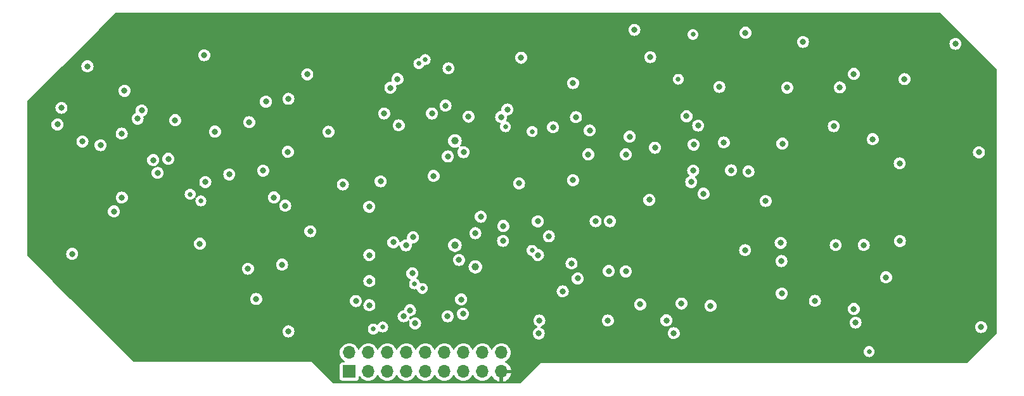
<source format=gbr>
%TF.GenerationSoftware,KiCad,Pcbnew,7.0.7*%
%TF.CreationDate,2024-06-06T22:47:17-06:00*%
%TF.ProjectId,VoiceBoardR2,566f6963-6542-46f6-9172-6452322e6b69,rev?*%
%TF.SameCoordinates,Original*%
%TF.FileFunction,Copper,L3,Inr*%
%TF.FilePolarity,Positive*%
%FSLAX46Y46*%
G04 Gerber Fmt 4.6, Leading zero omitted, Abs format (unit mm)*
G04 Created by KiCad (PCBNEW 7.0.7) date 2024-06-06 22:47:17*
%MOMM*%
%LPD*%
G01*
G04 APERTURE LIST*
%TA.AperFunction,ComponentPad*%
%ADD10R,1.700000X1.700000*%
%TD*%
%TA.AperFunction,ComponentPad*%
%ADD11O,1.700000X1.700000*%
%TD*%
%TA.AperFunction,ViaPad*%
%ADD12C,0.800000*%
%TD*%
%TA.AperFunction,ViaPad*%
%ADD13C,1.000000*%
%TD*%
%TA.AperFunction,ViaPad*%
%ADD14C,0.650000*%
%TD*%
G04 APERTURE END LIST*
D10*
%TO.N,SDA*%
%TO.C,U103*%
X43437500Y-47887500D03*
D11*
%TO.N,LEVEL_1_CV*%
X43437500Y-45347500D03*
%TO.N,SCL*%
X45977500Y-47887500D03*
%TO.N,LEVEL_2_CV*%
X45977500Y-45347500D03*
%TO.N,CLK_1*%
X48517500Y-47887500D03*
%TO.N,PWM_1_CV*%
X48517500Y-45347500D03*
%TO.N,CLK_2*%
X51057500Y-47887500D03*
%TO.N,PWM_2_CV*%
X51057500Y-45347500D03*
%TO.N,HP_MODE*%
X53597500Y-47887500D03*
%TO.N,FOLD_CV*%
X53597500Y-45347500D03*
%TO.N,FOLD_FIRST*%
X56137500Y-47887500D03*
%TO.N,CUTOFF_CV*%
X56137500Y-45347500D03*
%TO.N,VCA_OUT*%
X58677500Y-47887500D03*
%TO.N,VCA_CV*%
X58677500Y-45347500D03*
%TO.N,+3.3V*%
X61217500Y-47887500D03*
%TO.N,GND*%
X61217500Y-45347500D03*
%TO.N,+12V*%
X63757500Y-47887500D03*
%TO.N,-12V*%
X63757500Y-45347500D03*
%TD*%
D12*
%TO.N,CLK_1*%
X44325000Y-38450000D03*
%TO.N,VCA_IN*%
X78000000Y-41062500D03*
%TO.N,SAW1_FULL*%
X32312500Y-11812500D03*
X48112500Y-13387500D03*
X25512500Y-15812500D03*
%TO.N,GND*%
X108437500Y-30987500D03*
X90787500Y-24112500D03*
X29912500Y-34137500D03*
X84287500Y-17962500D03*
X110862500Y-8112500D03*
X10212500Y-17637500D03*
X24062500Y-5612500D03*
X105662500Y-38437500D03*
X61012500Y-27187500D03*
X73143187Y-33434815D03*
X38237500Y-29137500D03*
X6412500Y-32162500D03*
X42587500Y-22887500D03*
X54712500Y-21737500D03*
X19262500Y-19462500D03*
X71962500Y-37162500D03*
X34887500Y-25712500D03*
X83537500Y-24937500D03*
X113387500Y-16837500D03*
X127862500Y-41937500D03*
X112187500Y-30962500D03*
X73337500Y-9337500D03*
X35312500Y-11437500D03*
X56612500Y-19137500D03*
X66412500Y-5937500D03*
X51562500Y-39687500D03*
X54487500Y-13387500D03*
X60287500Y-29387500D03*
X51012500Y-31012500D03*
X49887500Y-8787500D03*
X101312500Y-17412500D03*
X58387500Y-38237500D03*
X87837500Y-38787500D03*
X70662500Y-15237500D03*
X104062500Y-3837500D03*
X96337500Y-31662500D03*
X35237500Y-18512500D03*
X58112500Y-32962500D03*
X34462500Y-33587500D03*
X83662500Y-5862500D03*
X88512500Y-13762500D03*
X8462500Y-7087500D03*
X50062500Y-14987500D03*
X82312500Y-38912500D03*
X46112500Y-25862500D03*
X23487500Y-30787500D03*
X58637500Y-40162500D03*
X99087500Y-25087500D03*
X17837500Y-21337500D03*
X11987500Y-26487500D03*
X101962500Y-9937500D03*
X111087500Y-41337500D03*
X40662500Y-15837500D03*
X93487500Y-17262500D03*
X91712500Y-39087500D03*
X56712500Y-7362500D03*
X115162500Y-35287500D03*
X117637500Y-8812500D03*
X89137500Y-22562500D03*
X15162500Y-14087500D03*
X52239193Y-41439193D03*
X66137500Y-22737500D03*
X31937500Y-21037500D03*
X56312500Y-12337500D03*
%TO.N,+12V*%
X47337500Y-26712500D03*
X104637500Y-41762500D03*
X93512500Y-26062500D03*
X21837500Y-7762500D03*
X68362500Y-8437500D03*
X125612500Y-22387500D03*
X121562500Y-38787500D03*
X111387500Y-21962500D03*
X125662500Y-12612500D03*
X63387500Y-26187500D03*
X33412500Y-26512500D03*
X88787500Y-16037500D03*
X110812500Y-10337500D03*
X11437500Y-31137500D03*
%TO.N,-12V*%
X33387500Y-24612500D03*
X68762500Y-42787500D03*
X127587500Y-18587500D03*
X86800000Y-42750000D03*
X15712500Y-12987500D03*
X80387500Y-18862500D03*
X117012500Y-30437500D03*
X73962500Y-35437500D03*
X30087500Y-14562500D03*
X108987500Y-9912500D03*
X110862500Y-39512500D03*
X75387500Y-18862500D03*
X90062500Y-15012500D03*
X124437500Y-4087500D03*
X4987500Y-12637500D03*
%TO.N,CLK_2*%
X31012500Y-38187500D03*
X35312500Y-42512500D03*
%TO.N,SAW2_FULL*%
X20187500Y-14287500D03*
%TO.N,Net-(D203-K)*%
X7790000Y-17137500D03*
X17237500Y-19612500D03*
D13*
%TO.N,+3.3V*%
X60292500Y-33887500D03*
X57562500Y-17062500D03*
X57562500Y-30987500D03*
D12*
%TO.N,Net-(U301B--)*%
X89462500Y-17562500D03*
X92887500Y-9837500D03*
X94462500Y-20987500D03*
%TO.N,FILTER_OUT*%
X81537500Y-2212500D03*
%TO.N,Net-(U301B-+)*%
X80387500Y-34487500D03*
X78262500Y-27787500D03*
%TO.N,HP_IN*%
X76362500Y-27787500D03*
%TO.N,FOLDER_IN*%
X64037500Y-28437500D03*
X96787500Y-21137500D03*
X63737500Y-13862500D03*
%TO.N,VCA_IN*%
X101187500Y-33112500D03*
X63987500Y-30412500D03*
X68837500Y-41062500D03*
X85812500Y-41037500D03*
X64562500Y-12862500D03*
%TO.N,Net-(D203-A)*%
X4462500Y-14862500D03*
X13062500Y-24637500D03*
D14*
%TO.N,SDA*%
X53587500Y-6187500D03*
X53212500Y-36762500D03*
%TO.N,SCL*%
X89362500Y-2837500D03*
X52737500Y-6737500D03*
X52162500Y-36162500D03*
X87412500Y-8812500D03*
%TO.N,FOLD_FIRST*%
X67887500Y-31687500D03*
X67887500Y-15812500D03*
%TO.N,HP_MODE*%
X64312500Y-15162500D03*
%TO.N,PWM_1_CV*%
X46662500Y-42187500D03*
X22187500Y-24187500D03*
%TO.N,PWM_2_CV*%
X47912500Y-41912500D03*
X23612500Y-25062500D03*
%TO.N,FOLD_CV*%
X112912500Y-45212500D03*
D12*
%TO.N,Net-(Q402-B)*%
X116987500Y-20062500D03*
X108187500Y-15087500D03*
%TO.N,Net-(Q406-C)*%
X101087500Y-30687500D03*
X101237500Y-37462500D03*
%TO.N,TRI1_FULL*%
X48937500Y-9962500D03*
%TO.N,TRI2_FULL*%
X27412500Y-21537500D03*
X24212500Y-22562500D03*
X13037500Y-16082500D03*
%TO.N,PULSE2_FULL*%
X13412500Y-10362500D03*
%TO.N,PULSE1_FULL*%
X37837500Y-8162500D03*
%TO.N,Net-(U203C-P2W)*%
X58712500Y-18562500D03*
X59387500Y-13812500D03*
%TO.N,Net-(U204A--)*%
X46137500Y-32312500D03*
X46137500Y-39012500D03*
X46137500Y-35787500D03*
%TO.N,Net-(U205A-P0W)*%
X47637500Y-22462500D03*
X51962500Y-29937500D03*
%TO.N,Net-(U205C-P2W)*%
X51862500Y-34762500D03*
X49337500Y-30612500D03*
%TO.N,Net-(U205D-P3W)*%
X56587500Y-40487500D03*
X50712500Y-40487500D03*
%TO.N,OSC_MIX*%
X68662500Y-32312500D03*
X68637500Y-27812500D03*
%TO.N,Net-(U301C--)*%
X78112500Y-34437500D03*
X89405000Y-21030000D03*
%TO.N,LP_IN*%
X80912500Y-16487500D03*
%TO.N,FOLDER_OUT*%
X73337500Y-22312500D03*
%TO.N,FILTER_IN*%
X73737500Y-13887500D03*
X70112500Y-29807000D03*
%TO.N,Net-(R420-Pad2)*%
X75562500Y-15662500D03*
X96387500Y-2612500D03*
%TD*%
%TA.AperFunction,Conductor*%
%TO.N,+12V*%
G36*
X122377969Y67315D02*
G01*
X122398611Y50681D01*
X129925681Y-7476389D01*
X129959166Y-7537712D01*
X129962000Y-7564070D01*
X129962000Y-42761637D01*
X129942315Y-42828676D01*
X129925681Y-42849318D01*
X126073819Y-46701181D01*
X126012496Y-46734666D01*
X125986138Y-46737500D01*
X68962499Y-46737500D01*
X66248819Y-49451181D01*
X66187496Y-49484666D01*
X66161138Y-49487500D01*
X41363862Y-49487500D01*
X41296823Y-49467815D01*
X41276181Y-49451181D01*
X38362500Y-46537500D01*
X14613862Y-46537500D01*
X14546823Y-46517815D01*
X14526181Y-46501181D01*
X13372502Y-45347502D01*
X42182223Y-45347502D01*
X42201293Y-45565475D01*
X42201293Y-45565479D01*
X42257922Y-45776822D01*
X42257924Y-45776826D01*
X42257925Y-45776830D01*
X42260946Y-45783308D01*
X42350397Y-45975138D01*
X42350398Y-45975139D01*
X42475902Y-46154377D01*
X42630623Y-46309098D01*
X42776763Y-46411426D01*
X42820387Y-46466002D01*
X42827581Y-46535500D01*
X42796058Y-46597855D01*
X42735828Y-46633269D01*
X42705640Y-46637000D01*
X42555982Y-46637000D01*
X42475019Y-46649823D01*
X42462196Y-46651854D01*
X42349158Y-46709450D01*
X42349156Y-46709451D01*
X42349157Y-46709451D01*
X42349152Y-46709454D01*
X42259454Y-46799152D01*
X42259451Y-46799157D01*
X42259450Y-46799158D01*
X42240251Y-46836837D01*
X42201852Y-46912198D01*
X42187000Y-47005975D01*
X42187000Y-48769017D01*
X42197792Y-48837157D01*
X42201854Y-48862804D01*
X42259450Y-48975842D01*
X42259452Y-48975844D01*
X42259454Y-48975847D01*
X42349152Y-49065545D01*
X42349154Y-49065546D01*
X42349158Y-49065550D01*
X42462194Y-49123145D01*
X42462198Y-49123147D01*
X42555975Y-49137999D01*
X42555981Y-49138000D01*
X44319018Y-49137999D01*
X44412804Y-49123146D01*
X44525842Y-49065550D01*
X44615550Y-48975842D01*
X44673146Y-48862804D01*
X44673146Y-48862802D01*
X44673147Y-48862801D01*
X44687999Y-48769024D01*
X44688000Y-48769019D01*
X44687999Y-48619359D01*
X44707683Y-48552323D01*
X44760487Y-48506568D01*
X44829645Y-48496624D01*
X44893201Y-48525649D01*
X44913573Y-48548238D01*
X45015902Y-48694376D01*
X45015902Y-48694377D01*
X45170623Y-48849098D01*
X45349861Y-48974602D01*
X45548170Y-49067075D01*
X45759523Y-49123707D01*
X45942426Y-49139708D01*
X45977498Y-49142777D01*
X45977500Y-49142777D01*
X45977502Y-49142777D01*
X46005754Y-49140305D01*
X46195477Y-49123707D01*
X46406830Y-49067075D01*
X46605139Y-48974602D01*
X46784377Y-48849098D01*
X46939098Y-48694377D01*
X47064602Y-48515139D01*
X47135118Y-48363914D01*
X47181290Y-48311477D01*
X47248484Y-48292325D01*
X47315365Y-48312541D01*
X47359881Y-48363914D01*
X47430398Y-48515139D01*
X47555902Y-48694377D01*
X47710623Y-48849098D01*
X47889861Y-48974602D01*
X48088170Y-49067075D01*
X48299523Y-49123707D01*
X48482426Y-49139708D01*
X48517498Y-49142777D01*
X48517500Y-49142777D01*
X48517502Y-49142777D01*
X48545754Y-49140305D01*
X48735477Y-49123707D01*
X48946830Y-49067075D01*
X49145139Y-48974602D01*
X49324377Y-48849098D01*
X49479098Y-48694377D01*
X49604602Y-48515139D01*
X49675118Y-48363914D01*
X49721290Y-48311477D01*
X49788484Y-48292325D01*
X49855365Y-48312541D01*
X49899881Y-48363914D01*
X49970398Y-48515139D01*
X50095902Y-48694377D01*
X50250623Y-48849098D01*
X50429861Y-48974602D01*
X50628170Y-49067075D01*
X50839523Y-49123707D01*
X51022426Y-49139708D01*
X51057498Y-49142777D01*
X51057500Y-49142777D01*
X51057502Y-49142777D01*
X51085754Y-49140305D01*
X51275477Y-49123707D01*
X51486830Y-49067075D01*
X51685139Y-48974602D01*
X51864377Y-48849098D01*
X52019098Y-48694377D01*
X52144602Y-48515139D01*
X52215118Y-48363914D01*
X52261290Y-48311477D01*
X52328484Y-48292325D01*
X52395365Y-48312541D01*
X52439881Y-48363914D01*
X52510398Y-48515139D01*
X52635902Y-48694377D01*
X52790623Y-48849098D01*
X52969861Y-48974602D01*
X53168170Y-49067075D01*
X53379523Y-49123707D01*
X53562426Y-49139708D01*
X53597498Y-49142777D01*
X53597500Y-49142777D01*
X53597502Y-49142777D01*
X53625754Y-49140305D01*
X53815477Y-49123707D01*
X54026830Y-49067075D01*
X54225139Y-48974602D01*
X54404377Y-48849098D01*
X54559098Y-48694377D01*
X54684602Y-48515139D01*
X54755118Y-48363914D01*
X54801290Y-48311477D01*
X54868484Y-48292325D01*
X54935365Y-48312541D01*
X54979881Y-48363914D01*
X55050398Y-48515139D01*
X55175902Y-48694377D01*
X55330623Y-48849098D01*
X55509861Y-48974602D01*
X55708170Y-49067075D01*
X55919523Y-49123707D01*
X56102426Y-49139708D01*
X56137498Y-49142777D01*
X56137500Y-49142777D01*
X56137502Y-49142777D01*
X56165754Y-49140305D01*
X56355477Y-49123707D01*
X56566830Y-49067075D01*
X56765139Y-48974602D01*
X56944377Y-48849098D01*
X57099098Y-48694377D01*
X57224602Y-48515139D01*
X57295118Y-48363914D01*
X57341290Y-48311477D01*
X57408484Y-48292325D01*
X57475365Y-48312541D01*
X57519881Y-48363914D01*
X57590398Y-48515139D01*
X57715902Y-48694377D01*
X57870623Y-48849098D01*
X58049861Y-48974602D01*
X58248170Y-49067075D01*
X58459523Y-49123707D01*
X58642426Y-49139708D01*
X58677498Y-49142777D01*
X58677500Y-49142777D01*
X58677502Y-49142777D01*
X58705754Y-49140305D01*
X58895477Y-49123707D01*
X59106830Y-49067075D01*
X59305139Y-48974602D01*
X59484377Y-48849098D01*
X59639098Y-48694377D01*
X59764602Y-48515139D01*
X59835118Y-48363914D01*
X59881290Y-48311477D01*
X59948484Y-48292325D01*
X60015365Y-48312541D01*
X60059881Y-48363914D01*
X60130398Y-48515139D01*
X60255902Y-48694377D01*
X60410623Y-48849098D01*
X60589861Y-48974602D01*
X60788170Y-49067075D01*
X60999523Y-49123707D01*
X61182426Y-49139708D01*
X61217498Y-49142777D01*
X61217500Y-49142777D01*
X61217502Y-49142777D01*
X61245754Y-49140305D01*
X61435477Y-49123707D01*
X61646830Y-49067075D01*
X61845139Y-48974602D01*
X62024377Y-48849098D01*
X62179098Y-48694377D01*
X62304602Y-48515139D01*
X62320226Y-48481632D01*
X62366396Y-48429195D01*
X62433590Y-48410043D01*
X62500471Y-48430258D01*
X62544989Y-48481634D01*
X62583899Y-48565078D01*
X62719394Y-48758582D01*
X62886417Y-48925605D01*
X63079921Y-49061100D01*
X63294007Y-49160929D01*
X63294016Y-49160933D01*
X63507500Y-49218134D01*
X63507500Y-48499801D01*
X63527185Y-48432762D01*
X63579989Y-48387007D01*
X63649147Y-48377063D01*
X63721737Y-48387500D01*
X63721738Y-48387500D01*
X63793262Y-48387500D01*
X63793263Y-48387500D01*
X63865853Y-48377063D01*
X63935012Y-48387007D01*
X63987815Y-48432762D01*
X64007500Y-48499801D01*
X64007500Y-49218133D01*
X64220983Y-49160933D01*
X64220992Y-49160929D01*
X64435078Y-49061100D01*
X64628582Y-48925605D01*
X64795605Y-48758582D01*
X64931100Y-48565078D01*
X65030929Y-48350992D01*
X65030932Y-48350986D01*
X65088136Y-48137500D01*
X64370847Y-48137500D01*
X64303808Y-48117815D01*
X64258053Y-48065011D01*
X64248109Y-47995853D01*
X64251869Y-47978567D01*
X64257500Y-47959388D01*
X64257500Y-47815611D01*
X64251869Y-47796433D01*
X64251870Y-47726564D01*
X64289645Y-47667786D01*
X64353201Y-47638762D01*
X64370847Y-47637500D01*
X65088136Y-47637500D01*
X65088135Y-47637499D01*
X65030932Y-47424013D01*
X65030929Y-47424007D01*
X64931100Y-47209922D01*
X64931099Y-47209920D01*
X64795613Y-47016426D01*
X64795608Y-47016420D01*
X64628582Y-46849394D01*
X64435078Y-46713899D01*
X64351634Y-46674989D01*
X64299195Y-46628817D01*
X64280043Y-46561623D01*
X64300259Y-46494742D01*
X64351632Y-46450226D01*
X64385139Y-46434602D01*
X64564377Y-46309098D01*
X64719098Y-46154377D01*
X64844602Y-45975139D01*
X64937075Y-45776830D01*
X64993707Y-45565477D01*
X65012777Y-45347500D01*
X65000967Y-45212503D01*
X112182409Y-45212503D01*
X112200712Y-45374955D01*
X112254710Y-45529274D01*
X112341691Y-45667703D01*
X112341692Y-45667704D01*
X112457296Y-45783308D01*
X112595725Y-45870289D01*
X112750039Y-45924286D01*
X112750042Y-45924286D01*
X112750044Y-45924287D01*
X112912496Y-45942591D01*
X112912500Y-45942591D01*
X112912504Y-45942591D01*
X113074955Y-45924287D01*
X113074956Y-45924286D01*
X113074961Y-45924286D01*
X113229275Y-45870289D01*
X113367704Y-45783308D01*
X113483308Y-45667704D01*
X113570289Y-45529275D01*
X113624286Y-45374961D01*
X113627380Y-45347500D01*
X113642591Y-45212503D01*
X113642591Y-45212496D01*
X113624287Y-45050044D01*
X113624286Y-45050042D01*
X113624286Y-45050039D01*
X113570289Y-44895725D01*
X113483308Y-44757296D01*
X113367704Y-44641692D01*
X113229274Y-44554710D01*
X113074955Y-44500712D01*
X112912504Y-44482409D01*
X112912496Y-44482409D01*
X112750044Y-44500712D01*
X112595725Y-44554710D01*
X112457295Y-44641692D01*
X112341692Y-44757295D01*
X112254710Y-44895725D01*
X112200712Y-45050044D01*
X112182409Y-45212496D01*
X112182409Y-45212503D01*
X65000967Y-45212503D01*
X64993707Y-45129523D01*
X64937075Y-44918170D01*
X64844602Y-44719862D01*
X64844599Y-44719858D01*
X64844599Y-44719857D01*
X64719099Y-44540624D01*
X64660884Y-44482409D01*
X64564377Y-44385902D01*
X64385139Y-44260398D01*
X64385140Y-44260398D01*
X64385138Y-44260397D01*
X64285984Y-44214161D01*
X64186830Y-44167925D01*
X64186826Y-44167924D01*
X64186822Y-44167922D01*
X63975477Y-44111293D01*
X63757502Y-44092223D01*
X63757498Y-44092223D01*
X63612181Y-44104936D01*
X63539523Y-44111293D01*
X63539520Y-44111293D01*
X63328177Y-44167922D01*
X63328168Y-44167926D01*
X63129861Y-44260398D01*
X63129857Y-44260400D01*
X62950621Y-44385902D01*
X62795902Y-44540621D01*
X62670400Y-44719857D01*
X62670398Y-44719861D01*
X62599882Y-44871083D01*
X62553709Y-44923522D01*
X62486516Y-44942674D01*
X62419635Y-44922458D01*
X62375118Y-44871083D01*
X62360618Y-44839988D01*
X62304602Y-44719862D01*
X62304599Y-44719858D01*
X62304599Y-44719857D01*
X62179099Y-44540624D01*
X62120884Y-44482409D01*
X62024377Y-44385902D01*
X61845139Y-44260398D01*
X61845140Y-44260398D01*
X61845138Y-44260397D01*
X61745984Y-44214161D01*
X61646830Y-44167925D01*
X61646826Y-44167924D01*
X61646822Y-44167922D01*
X61435477Y-44111293D01*
X61217502Y-44092223D01*
X61217498Y-44092223D01*
X61072182Y-44104936D01*
X60999523Y-44111293D01*
X60999520Y-44111293D01*
X60788177Y-44167922D01*
X60788168Y-44167926D01*
X60589861Y-44260398D01*
X60589857Y-44260400D01*
X60410621Y-44385902D01*
X60255902Y-44540621D01*
X60130400Y-44719857D01*
X60130398Y-44719861D01*
X60059882Y-44871083D01*
X60013709Y-44923522D01*
X59946516Y-44942674D01*
X59879635Y-44922458D01*
X59835118Y-44871083D01*
X59820618Y-44839988D01*
X59764602Y-44719862D01*
X59764599Y-44719858D01*
X59764599Y-44719857D01*
X59639099Y-44540624D01*
X59580884Y-44482409D01*
X59484377Y-44385902D01*
X59305139Y-44260398D01*
X59305140Y-44260398D01*
X59305138Y-44260397D01*
X59205984Y-44214161D01*
X59106830Y-44167925D01*
X59106826Y-44167924D01*
X59106822Y-44167922D01*
X58895477Y-44111293D01*
X58677502Y-44092223D01*
X58677498Y-44092223D01*
X58532182Y-44104936D01*
X58459523Y-44111293D01*
X58459520Y-44111293D01*
X58248177Y-44167922D01*
X58248168Y-44167926D01*
X58049861Y-44260398D01*
X58049857Y-44260400D01*
X57870621Y-44385902D01*
X57715902Y-44540621D01*
X57590400Y-44719857D01*
X57590398Y-44719861D01*
X57519882Y-44871083D01*
X57473709Y-44923522D01*
X57406516Y-44942674D01*
X57339635Y-44922458D01*
X57295118Y-44871083D01*
X57280618Y-44839988D01*
X57224602Y-44719862D01*
X57224599Y-44719858D01*
X57224599Y-44719857D01*
X57099099Y-44540624D01*
X57040884Y-44482409D01*
X56944377Y-44385902D01*
X56765139Y-44260398D01*
X56765140Y-44260398D01*
X56765138Y-44260397D01*
X56665984Y-44214161D01*
X56566830Y-44167925D01*
X56566826Y-44167924D01*
X56566822Y-44167922D01*
X56355477Y-44111293D01*
X56137502Y-44092223D01*
X56137498Y-44092223D01*
X55992182Y-44104936D01*
X55919523Y-44111293D01*
X55919520Y-44111293D01*
X55708177Y-44167922D01*
X55708168Y-44167926D01*
X55509861Y-44260398D01*
X55509857Y-44260400D01*
X55330621Y-44385902D01*
X55175902Y-44540621D01*
X55050400Y-44719857D01*
X55050398Y-44719861D01*
X54979882Y-44871083D01*
X54933709Y-44923522D01*
X54866516Y-44942674D01*
X54799635Y-44922458D01*
X54755118Y-44871083D01*
X54740618Y-44839988D01*
X54684602Y-44719862D01*
X54684599Y-44719858D01*
X54684599Y-44719857D01*
X54559099Y-44540624D01*
X54500884Y-44482409D01*
X54404377Y-44385902D01*
X54225139Y-44260398D01*
X54225140Y-44260398D01*
X54225138Y-44260397D01*
X54125984Y-44214161D01*
X54026830Y-44167925D01*
X54026826Y-44167924D01*
X54026822Y-44167922D01*
X53815477Y-44111293D01*
X53597502Y-44092223D01*
X53597498Y-44092223D01*
X53452181Y-44104936D01*
X53379523Y-44111293D01*
X53379520Y-44111293D01*
X53168177Y-44167922D01*
X53168168Y-44167926D01*
X52969861Y-44260398D01*
X52969857Y-44260400D01*
X52790621Y-44385902D01*
X52635902Y-44540621D01*
X52510400Y-44719857D01*
X52510398Y-44719861D01*
X52439882Y-44871083D01*
X52393709Y-44923522D01*
X52326516Y-44942674D01*
X52259635Y-44922458D01*
X52215118Y-44871083D01*
X52200618Y-44839988D01*
X52144602Y-44719862D01*
X52144599Y-44719858D01*
X52144599Y-44719857D01*
X52019099Y-44540624D01*
X51960884Y-44482409D01*
X51864377Y-44385902D01*
X51685139Y-44260398D01*
X51685140Y-44260398D01*
X51685138Y-44260397D01*
X51585984Y-44214161D01*
X51486830Y-44167925D01*
X51486826Y-44167924D01*
X51486822Y-44167922D01*
X51275477Y-44111293D01*
X51057502Y-44092223D01*
X51057498Y-44092223D01*
X50912181Y-44104936D01*
X50839523Y-44111293D01*
X50839520Y-44111293D01*
X50628177Y-44167922D01*
X50628168Y-44167926D01*
X50429861Y-44260398D01*
X50429857Y-44260400D01*
X50250621Y-44385902D01*
X50095902Y-44540621D01*
X49970400Y-44719857D01*
X49970398Y-44719861D01*
X49899882Y-44871083D01*
X49853709Y-44923522D01*
X49786516Y-44942674D01*
X49719635Y-44922458D01*
X49675118Y-44871083D01*
X49660618Y-44839988D01*
X49604602Y-44719862D01*
X49604599Y-44719858D01*
X49604599Y-44719857D01*
X49479099Y-44540624D01*
X49420884Y-44482409D01*
X49324377Y-44385902D01*
X49145139Y-44260398D01*
X49145140Y-44260398D01*
X49145138Y-44260397D01*
X49045984Y-44214161D01*
X48946830Y-44167925D01*
X48946826Y-44167924D01*
X48946822Y-44167922D01*
X48735477Y-44111293D01*
X48517502Y-44092223D01*
X48517498Y-44092223D01*
X48372182Y-44104936D01*
X48299523Y-44111293D01*
X48299520Y-44111293D01*
X48088177Y-44167922D01*
X48088168Y-44167926D01*
X47889861Y-44260398D01*
X47889857Y-44260400D01*
X47710621Y-44385902D01*
X47555902Y-44540621D01*
X47430400Y-44719857D01*
X47430400Y-44719858D01*
X47359881Y-44871084D01*
X47313708Y-44923523D01*
X47246514Y-44942674D01*
X47179633Y-44922458D01*
X47135118Y-44871084D01*
X47064602Y-44719862D01*
X47064599Y-44719858D01*
X47064599Y-44719857D01*
X46939099Y-44540624D01*
X46880884Y-44482409D01*
X46784377Y-44385902D01*
X46605139Y-44260398D01*
X46605140Y-44260398D01*
X46605138Y-44260397D01*
X46505984Y-44214161D01*
X46406830Y-44167925D01*
X46406826Y-44167924D01*
X46406822Y-44167922D01*
X46195477Y-44111293D01*
X45977502Y-44092223D01*
X45977498Y-44092223D01*
X45832181Y-44104936D01*
X45759523Y-44111293D01*
X45759520Y-44111293D01*
X45548177Y-44167922D01*
X45548168Y-44167926D01*
X45349861Y-44260398D01*
X45349857Y-44260400D01*
X45170621Y-44385902D01*
X45015902Y-44540621D01*
X44890400Y-44719857D01*
X44890398Y-44719861D01*
X44819882Y-44871083D01*
X44773709Y-44923522D01*
X44706516Y-44942674D01*
X44639635Y-44922458D01*
X44595118Y-44871083D01*
X44580618Y-44839988D01*
X44524602Y-44719862D01*
X44524599Y-44719858D01*
X44524599Y-44719857D01*
X44399099Y-44540624D01*
X44340884Y-44482409D01*
X44244377Y-44385902D01*
X44065139Y-44260398D01*
X44065140Y-44260398D01*
X44065138Y-44260397D01*
X43965984Y-44214161D01*
X43866830Y-44167925D01*
X43866826Y-44167924D01*
X43866822Y-44167922D01*
X43655477Y-44111293D01*
X43437502Y-44092223D01*
X43437498Y-44092223D01*
X43292182Y-44104936D01*
X43219523Y-44111293D01*
X43219520Y-44111293D01*
X43008177Y-44167922D01*
X43008168Y-44167926D01*
X42809861Y-44260398D01*
X42809857Y-44260400D01*
X42630621Y-44385902D01*
X42475902Y-44540621D01*
X42350400Y-44719857D01*
X42350398Y-44719861D01*
X42257926Y-44918168D01*
X42257922Y-44918177D01*
X42201293Y-45129520D01*
X42201293Y-45129524D01*
X42182223Y-45347497D01*
X42182223Y-45347502D01*
X13372502Y-45347502D01*
X10537503Y-42512503D01*
X34506935Y-42512503D01*
X34527130Y-42691749D01*
X34527131Y-42691754D01*
X34586711Y-42862023D01*
X34652519Y-42966755D01*
X34682684Y-43014762D01*
X34810238Y-43142316D01*
X34962978Y-43238289D01*
X35002911Y-43252262D01*
X35133245Y-43297868D01*
X35133250Y-43297869D01*
X35312496Y-43318065D01*
X35312500Y-43318065D01*
X35312504Y-43318065D01*
X35491749Y-43297869D01*
X35491752Y-43297868D01*
X35491755Y-43297868D01*
X35662022Y-43238289D01*
X35814762Y-43142316D01*
X35942316Y-43014762D01*
X36038289Y-42862022D01*
X36097868Y-42691755D01*
X36097869Y-42691749D01*
X36118065Y-42512503D01*
X36118065Y-42512496D01*
X36097869Y-42333250D01*
X36097868Y-42333245D01*
X36059838Y-42224561D01*
X36046871Y-42187503D01*
X45932409Y-42187503D01*
X45950712Y-42349955D01*
X46004710Y-42504274D01*
X46044322Y-42567315D01*
X46091692Y-42642704D01*
X46207296Y-42758308D01*
X46345725Y-42845289D01*
X46500039Y-42899286D01*
X46500042Y-42899286D01*
X46500044Y-42899287D01*
X46662496Y-42917591D01*
X46662500Y-42917591D01*
X46662504Y-42917591D01*
X46824955Y-42899287D01*
X46824956Y-42899286D01*
X46824961Y-42899286D01*
X46979275Y-42845289D01*
X47071241Y-42787503D01*
X67956935Y-42787503D01*
X67977130Y-42966749D01*
X67977131Y-42966754D01*
X68036711Y-43137023D01*
X68100341Y-43238289D01*
X68132684Y-43289762D01*
X68260238Y-43417316D01*
X68412978Y-43513289D01*
X68533796Y-43555565D01*
X68583245Y-43572868D01*
X68583250Y-43572869D01*
X68762496Y-43593065D01*
X68762500Y-43593065D01*
X68762504Y-43593065D01*
X68941749Y-43572869D01*
X68941752Y-43572868D01*
X68941755Y-43572868D01*
X69112022Y-43513289D01*
X69264762Y-43417316D01*
X69392316Y-43289762D01*
X69488289Y-43137022D01*
X69547868Y-42966755D01*
X69547869Y-42966749D01*
X69568065Y-42787503D01*
X69568065Y-42787496D01*
X69563841Y-42750003D01*
X85994435Y-42750003D01*
X86014630Y-42929249D01*
X86014631Y-42929254D01*
X86074211Y-43099523D01*
X86161404Y-43238289D01*
X86170184Y-43252262D01*
X86297738Y-43379816D01*
X86450478Y-43475789D01*
X86557644Y-43513288D01*
X86620745Y-43535368D01*
X86620750Y-43535369D01*
X86799996Y-43555565D01*
X86800000Y-43555565D01*
X86800004Y-43555565D01*
X86979249Y-43535369D01*
X86979252Y-43535368D01*
X86979255Y-43535368D01*
X87149522Y-43475789D01*
X87302262Y-43379816D01*
X87429816Y-43252262D01*
X87525789Y-43099522D01*
X87585368Y-42929255D01*
X87585369Y-42929249D01*
X87605565Y-42750003D01*
X87605565Y-42749996D01*
X87585369Y-42570750D01*
X87585368Y-42570745D01*
X87558337Y-42493496D01*
X87525789Y-42400478D01*
X87429816Y-42247738D01*
X87302262Y-42120184D01*
X87296795Y-42116749D01*
X87149523Y-42024211D01*
X86979254Y-41964631D01*
X86979249Y-41964630D01*
X86800004Y-41944435D01*
X86799996Y-41944435D01*
X86620750Y-41964630D01*
X86620745Y-41964631D01*
X86450476Y-42024211D01*
X86297737Y-42120184D01*
X86170184Y-42247737D01*
X86074211Y-42400476D01*
X86014631Y-42570745D01*
X86014630Y-42570750D01*
X85994435Y-42749996D01*
X85994435Y-42750003D01*
X69563841Y-42750003D01*
X69547869Y-42608250D01*
X69547868Y-42608245D01*
X69533546Y-42567315D01*
X69488289Y-42437978D01*
X69392316Y-42285238D01*
X69264762Y-42157684D01*
X69241496Y-42143065D01*
X69112018Y-42061708D01*
X69093308Y-42055161D01*
X69036533Y-42014438D01*
X69010788Y-41949485D01*
X69024246Y-41880924D01*
X69072634Y-41830522D01*
X69093306Y-41821081D01*
X69187022Y-41788289D01*
X69339762Y-41692316D01*
X69467316Y-41564762D01*
X69563289Y-41412022D01*
X69622868Y-41241755D01*
X69625685Y-41216754D01*
X69643065Y-41062503D01*
X77194435Y-41062503D01*
X77214630Y-41241749D01*
X77214631Y-41241754D01*
X77274211Y-41412023D01*
X77340019Y-41516755D01*
X77370184Y-41564762D01*
X77497738Y-41692316D01*
X77561364Y-41732295D01*
X77647966Y-41786711D01*
X77650478Y-41788289D01*
X77749299Y-41822868D01*
X77820745Y-41847868D01*
X77820750Y-41847869D01*
X77999996Y-41868065D01*
X78000000Y-41868065D01*
X78000004Y-41868065D01*
X78179249Y-41847869D01*
X78179252Y-41847868D01*
X78179255Y-41847868D01*
X78349522Y-41788289D01*
X78502262Y-41692316D01*
X78629816Y-41564762D01*
X78725789Y-41412022D01*
X78785368Y-41241755D01*
X78788185Y-41216754D01*
X78805565Y-41062503D01*
X78805565Y-41062496D01*
X78802749Y-41037503D01*
X85006935Y-41037503D01*
X85027130Y-41216749D01*
X85027131Y-41216754D01*
X85086711Y-41387023D01*
X85182684Y-41539761D01*
X85182684Y-41539762D01*
X85310238Y-41667316D01*
X85373291Y-41706935D01*
X85454950Y-41758245D01*
X85462978Y-41763289D01*
X85553137Y-41794837D01*
X85633245Y-41822868D01*
X85633250Y-41822869D01*
X85812496Y-41843065D01*
X85812500Y-41843065D01*
X85812504Y-41843065D01*
X85991749Y-41822869D01*
X85991752Y-41822868D01*
X85991755Y-41822868D01*
X86162022Y-41763289D01*
X86314762Y-41667316D01*
X86442316Y-41539762D01*
X86538289Y-41387022D01*
X86597868Y-41216755D01*
X86598259Y-41213288D01*
X86618065Y-41037503D01*
X86618065Y-41037496D01*
X86597869Y-40858250D01*
X86597868Y-40858245D01*
X86590442Y-40837022D01*
X86538289Y-40687978D01*
X86523701Y-40664762D01*
X86480794Y-40596475D01*
X86442316Y-40535238D01*
X86314762Y-40407684D01*
X86266492Y-40377354D01*
X86162023Y-40311711D01*
X85991754Y-40252131D01*
X85991749Y-40252130D01*
X85812504Y-40231935D01*
X85812496Y-40231935D01*
X85633250Y-40252130D01*
X85633245Y-40252131D01*
X85462976Y-40311711D01*
X85310237Y-40407684D01*
X85182684Y-40535237D01*
X85086711Y-40687976D01*
X85027131Y-40858245D01*
X85027130Y-40858250D01*
X85006935Y-41037496D01*
X85006935Y-41037503D01*
X78802749Y-41037503D01*
X78785369Y-40883250D01*
X78785368Y-40883245D01*
X78759520Y-40809376D01*
X78725789Y-40712978D01*
X78710080Y-40687978D01*
X78629815Y-40560237D01*
X78502262Y-40432684D01*
X78349523Y-40336711D01*
X78179254Y-40277131D01*
X78179249Y-40277130D01*
X78000004Y-40256935D01*
X77999996Y-40256935D01*
X77820750Y-40277130D01*
X77820745Y-40277131D01*
X77650476Y-40336711D01*
X77497737Y-40432684D01*
X77370184Y-40560237D01*
X77274211Y-40712976D01*
X77214631Y-40883245D01*
X77214630Y-40883250D01*
X77194435Y-41062496D01*
X77194435Y-41062503D01*
X69643065Y-41062503D01*
X69643065Y-41062496D01*
X69622869Y-40883250D01*
X69622868Y-40883245D01*
X69597020Y-40809376D01*
X69563289Y-40712978D01*
X69547580Y-40687978D01*
X69467315Y-40560237D01*
X69339762Y-40432684D01*
X69187023Y-40336711D01*
X69016754Y-40277131D01*
X69016749Y-40277130D01*
X68837504Y-40256935D01*
X68837496Y-40256935D01*
X68658250Y-40277130D01*
X68658245Y-40277131D01*
X68487976Y-40336711D01*
X68335237Y-40432684D01*
X68207684Y-40560237D01*
X68111711Y-40712976D01*
X68052131Y-40883245D01*
X68052130Y-40883250D01*
X68031935Y-41062496D01*
X68031935Y-41062503D01*
X68052130Y-41241749D01*
X68052131Y-41241754D01*
X68111711Y-41412023D01*
X68177519Y-41516755D01*
X68207684Y-41564762D01*
X68335238Y-41692316D01*
X68487978Y-41788289D01*
X68487980Y-41788290D01*
X68506688Y-41794837D01*
X68563464Y-41835558D01*
X68589211Y-41900511D01*
X68575755Y-41969073D01*
X68527367Y-42019476D01*
X68506688Y-42028919D01*
X68412980Y-42061709D01*
X68260237Y-42157684D01*
X68132684Y-42285237D01*
X68036711Y-42437976D01*
X67977131Y-42608245D01*
X67977130Y-42608250D01*
X67956935Y-42787496D01*
X67956935Y-42787503D01*
X47071241Y-42787503D01*
X47117704Y-42758308D01*
X47233308Y-42642704D01*
X47302543Y-42532516D01*
X47354878Y-42486226D01*
X47423931Y-42475578D01*
X47473510Y-42493496D01*
X47590993Y-42567316D01*
X47595725Y-42570289D01*
X47750039Y-42624286D01*
X47750042Y-42624286D01*
X47750044Y-42624287D01*
X47912496Y-42642591D01*
X47912500Y-42642591D01*
X47912504Y-42642591D01*
X48074955Y-42624287D01*
X48074956Y-42624286D01*
X48074961Y-42624286D01*
X48229275Y-42570289D01*
X48367704Y-42483308D01*
X48483308Y-42367704D01*
X48570289Y-42229275D01*
X48624286Y-42074961D01*
X48625601Y-42063289D01*
X48642591Y-41912503D01*
X48642591Y-41912496D01*
X48624287Y-41750044D01*
X48624286Y-41750042D01*
X48624286Y-41750039D01*
X48570289Y-41595725D01*
X48483308Y-41457296D01*
X48367704Y-41341692D01*
X48361037Y-41337503D01*
X48229274Y-41254710D01*
X48074955Y-41200712D01*
X47912504Y-41182409D01*
X47912496Y-41182409D01*
X47750044Y-41200712D01*
X47595725Y-41254710D01*
X47457295Y-41341692D01*
X47341692Y-41457295D01*
X47341690Y-41457298D01*
X47272455Y-41567483D01*
X47220120Y-41613774D01*
X47151066Y-41624421D01*
X47101490Y-41606504D01*
X46979274Y-41529710D01*
X46824955Y-41475712D01*
X46662504Y-41457409D01*
X46662496Y-41457409D01*
X46500044Y-41475712D01*
X46345725Y-41529710D01*
X46207295Y-41616692D01*
X46091692Y-41732295D01*
X46004710Y-41870725D01*
X45950712Y-42025044D01*
X45932409Y-42187496D01*
X45932409Y-42187503D01*
X36046871Y-42187503D01*
X36038289Y-42162978D01*
X35942316Y-42010238D01*
X35814762Y-41882684D01*
X35811961Y-41880924D01*
X35662023Y-41786711D01*
X35491754Y-41727131D01*
X35491749Y-41727130D01*
X35312504Y-41706935D01*
X35312496Y-41706935D01*
X35133250Y-41727130D01*
X35133245Y-41727131D01*
X34962976Y-41786711D01*
X34810237Y-41882684D01*
X34682684Y-42010237D01*
X34586711Y-42162976D01*
X34527131Y-42333245D01*
X34527130Y-42333250D01*
X34506935Y-42512496D01*
X34506935Y-42512503D01*
X10537503Y-42512503D01*
X8512503Y-40487503D01*
X49906935Y-40487503D01*
X49927130Y-40666749D01*
X49927131Y-40666754D01*
X49986711Y-40837023D01*
X50049487Y-40936930D01*
X50082684Y-40989762D01*
X50210238Y-41117316D01*
X50275376Y-41158245D01*
X50360466Y-41211711D01*
X50362978Y-41213289D01*
X50533244Y-41272867D01*
X50533245Y-41272868D01*
X50533250Y-41272869D01*
X50712496Y-41293065D01*
X50712500Y-41293065D01*
X50712504Y-41293065D01*
X50891749Y-41272869D01*
X50891752Y-41272868D01*
X50891755Y-41272868D01*
X51062022Y-41213289D01*
X51214762Y-41117316D01*
X51275116Y-41056961D01*
X51336435Y-41023479D01*
X51406127Y-41028463D01*
X51462061Y-41070334D01*
X51486478Y-41135798D01*
X51479836Y-41185598D01*
X51453826Y-41259932D01*
X51453823Y-41259943D01*
X51433628Y-41439189D01*
X51433628Y-41439196D01*
X51453823Y-41618442D01*
X51453824Y-41618447D01*
X51513404Y-41788716D01*
X51583650Y-41900511D01*
X51609377Y-41941455D01*
X51736931Y-42069009D01*
X51822647Y-42122868D01*
X51886481Y-42162978D01*
X51889671Y-42164982D01*
X52059938Y-42224560D01*
X52059938Y-42224561D01*
X52059943Y-42224562D01*
X52239189Y-42244758D01*
X52239193Y-42244758D01*
X52239197Y-42244758D01*
X52418442Y-42224562D01*
X52418445Y-42224561D01*
X52418448Y-42224561D01*
X52588715Y-42164982D01*
X52741455Y-42069009D01*
X52869009Y-41941455D01*
X52964982Y-41788715D01*
X53024561Y-41618448D01*
X53025907Y-41606504D01*
X53044758Y-41439196D01*
X53044758Y-41439189D01*
X53024562Y-41259943D01*
X53024561Y-41259938D01*
X53009450Y-41216754D01*
X52964982Y-41089671D01*
X52869009Y-40936931D01*
X52741455Y-40809377D01*
X52714301Y-40792315D01*
X52588716Y-40713404D01*
X52418447Y-40653824D01*
X52418442Y-40653823D01*
X52239197Y-40633628D01*
X52239189Y-40633628D01*
X52059943Y-40653823D01*
X52059938Y-40653824D01*
X51889669Y-40713404D01*
X51736932Y-40809376D01*
X51676579Y-40869729D01*
X51615255Y-40903213D01*
X51545564Y-40898228D01*
X51489630Y-40856357D01*
X51465214Y-40790892D01*
X51471857Y-40741092D01*
X51497866Y-40666762D01*
X51497867Y-40666757D01*
X51497868Y-40666755D01*
X51505786Y-40596471D01*
X51532851Y-40532060D01*
X51590445Y-40492504D01*
X51613436Y-40487503D01*
X55781935Y-40487503D01*
X55802130Y-40666749D01*
X55802131Y-40666754D01*
X55861711Y-40837023D01*
X55924487Y-40936930D01*
X55957684Y-40989762D01*
X56085238Y-41117316D01*
X56150376Y-41158245D01*
X56235466Y-41211711D01*
X56237978Y-41213289D01*
X56408245Y-41272867D01*
X56408245Y-41272868D01*
X56408250Y-41272869D01*
X56587496Y-41293065D01*
X56587500Y-41293065D01*
X56587504Y-41293065D01*
X56766749Y-41272869D01*
X56766752Y-41272868D01*
X56766755Y-41272868D01*
X56937022Y-41213289D01*
X57089762Y-41117316D01*
X57217316Y-40989762D01*
X57313289Y-40837022D01*
X57372868Y-40666755D01*
X57374325Y-40653823D01*
X57393065Y-40487503D01*
X57393065Y-40487496D01*
X57372869Y-40308250D01*
X57372868Y-40308245D01*
X57353233Y-40252131D01*
X57321871Y-40162503D01*
X57831935Y-40162503D01*
X57852130Y-40341749D01*
X57852131Y-40341754D01*
X57911711Y-40512023D01*
X57942007Y-40560238D01*
X58007684Y-40664762D01*
X58135238Y-40792316D01*
X58203546Y-40835237D01*
X58279950Y-40883245D01*
X58287978Y-40888289D01*
X58426986Y-40936930D01*
X58458245Y-40947868D01*
X58458250Y-40947869D01*
X58637496Y-40968065D01*
X58637500Y-40968065D01*
X58637504Y-40968065D01*
X58816749Y-40947869D01*
X58816752Y-40947868D01*
X58816755Y-40947868D01*
X58987022Y-40888289D01*
X59139762Y-40792316D01*
X59267316Y-40664762D01*
X59363289Y-40512022D01*
X59422868Y-40341755D01*
X59422869Y-40341749D01*
X59443065Y-40162503D01*
X59443065Y-40162496D01*
X59422869Y-39983250D01*
X59422868Y-39983245D01*
X59422867Y-39983245D01*
X59363289Y-39812978D01*
X59353795Y-39797869D01*
X59303651Y-39718065D01*
X59267316Y-39660238D01*
X59139762Y-39532684D01*
X59139761Y-39532684D01*
X58987023Y-39436711D01*
X58816754Y-39377131D01*
X58816749Y-39377130D01*
X58637504Y-39356935D01*
X58637496Y-39356935D01*
X58458250Y-39377130D01*
X58458245Y-39377131D01*
X58287976Y-39436711D01*
X58135237Y-39532684D01*
X58007684Y-39660237D01*
X57911711Y-39812976D01*
X57852131Y-39983245D01*
X57852130Y-39983250D01*
X57831935Y-40162496D01*
X57831935Y-40162503D01*
X57321871Y-40162503D01*
X57313289Y-40137978D01*
X57217316Y-39985238D01*
X57089762Y-39857684D01*
X57019108Y-39813289D01*
X56937023Y-39761711D01*
X56766754Y-39702131D01*
X56766749Y-39702130D01*
X56587504Y-39681935D01*
X56587496Y-39681935D01*
X56408250Y-39702130D01*
X56408245Y-39702131D01*
X56237976Y-39761711D01*
X56085237Y-39857684D01*
X55957684Y-39985237D01*
X55861711Y-40137976D01*
X55802131Y-40308245D01*
X55802130Y-40308250D01*
X55781935Y-40487496D01*
X55781935Y-40487503D01*
X51613436Y-40487503D01*
X51615123Y-40487136D01*
X51741749Y-40472869D01*
X51741752Y-40472868D01*
X51741755Y-40472868D01*
X51912022Y-40413289D01*
X52064762Y-40317316D01*
X52192316Y-40189762D01*
X52288289Y-40037022D01*
X52347868Y-39866755D01*
X52348401Y-39862023D01*
X52368065Y-39687503D01*
X52368065Y-39687496D01*
X52347869Y-39508250D01*
X52347868Y-39508245D01*
X52322837Y-39436711D01*
X52288289Y-39337978D01*
X52192316Y-39185238D01*
X52064762Y-39057684D01*
X52041496Y-39043065D01*
X51912023Y-38961711D01*
X51741754Y-38902131D01*
X51741749Y-38902130D01*
X51562504Y-38881935D01*
X51562496Y-38881935D01*
X51383250Y-38902130D01*
X51383245Y-38902131D01*
X51212976Y-38961711D01*
X51060237Y-39057684D01*
X50932684Y-39185237D01*
X50836710Y-39337978D01*
X50777130Y-39508250D01*
X50769212Y-39578527D01*
X50742145Y-39642941D01*
X50684550Y-39682496D01*
X50659876Y-39687863D01*
X50533249Y-39702130D01*
X50533245Y-39702131D01*
X50362976Y-39761711D01*
X50210237Y-39857684D01*
X50082684Y-39985237D01*
X49986711Y-40137976D01*
X49927131Y-40308245D01*
X49927130Y-40308250D01*
X49906935Y-40487496D01*
X49906935Y-40487503D01*
X8512503Y-40487503D01*
X6212504Y-38187503D01*
X30206935Y-38187503D01*
X30227130Y-38366749D01*
X30227131Y-38366754D01*
X30286711Y-38537023D01*
X30344661Y-38629249D01*
X30382684Y-38689762D01*
X30510238Y-38817316D01*
X30600580Y-38874081D01*
X30654950Y-38908245D01*
X30662978Y-38913289D01*
X30801360Y-38961711D01*
X30833245Y-38972868D01*
X30833250Y-38972869D01*
X31012496Y-38993065D01*
X31012500Y-38993065D01*
X31012504Y-38993065D01*
X31191749Y-38972869D01*
X31191752Y-38972868D01*
X31191755Y-38972868D01*
X31362022Y-38913289D01*
X31514762Y-38817316D01*
X31642316Y-38689762D01*
X31738289Y-38537022D01*
X31768738Y-38450003D01*
X43519435Y-38450003D01*
X43539630Y-38629249D01*
X43539631Y-38629254D01*
X43599211Y-38799523D01*
X43687330Y-38939762D01*
X43695184Y-38952262D01*
X43822738Y-39079816D01*
X43975478Y-39175789D01*
X44110022Y-39222868D01*
X44145745Y-39235368D01*
X44145750Y-39235369D01*
X44324996Y-39255565D01*
X44325000Y-39255565D01*
X44325004Y-39255565D01*
X44504249Y-39235369D01*
X44504252Y-39235368D01*
X44504255Y-39235368D01*
X44674522Y-39175789D01*
X44827262Y-39079816D01*
X44894575Y-39012503D01*
X45331935Y-39012503D01*
X45352130Y-39191749D01*
X45352131Y-39191754D01*
X45411711Y-39362023D01*
X45458837Y-39437023D01*
X45507684Y-39514762D01*
X45635238Y-39642316D01*
X45707148Y-39687500D01*
X45730434Y-39702132D01*
X45787978Y-39738289D01*
X45958245Y-39797867D01*
X45958245Y-39797868D01*
X45958250Y-39797869D01*
X46137496Y-39818065D01*
X46137500Y-39818065D01*
X46137504Y-39818065D01*
X46316749Y-39797869D01*
X46316752Y-39797868D01*
X46316755Y-39797868D01*
X46487022Y-39738289D01*
X46639762Y-39642316D01*
X46767316Y-39514762D01*
X46863289Y-39362022D01*
X46922868Y-39191755D01*
X46922869Y-39191749D01*
X46943065Y-39012503D01*
X46943065Y-39012496D01*
X46922869Y-38833250D01*
X46922868Y-38833245D01*
X46890157Y-38739762D01*
X46863289Y-38662978D01*
X46842099Y-38629255D01*
X46800455Y-38562978D01*
X46767316Y-38510238D01*
X46639762Y-38382684D01*
X46606384Y-38361711D01*
X46487023Y-38286711D01*
X46346395Y-38237503D01*
X57581935Y-38237503D01*
X57602130Y-38416749D01*
X57602131Y-38416754D01*
X57661711Y-38587023D01*
X57709436Y-38662976D01*
X57757684Y-38739762D01*
X57885238Y-38867316D01*
X57957148Y-38912500D01*
X58035466Y-38961711D01*
X58037978Y-38963289D01*
X58123073Y-38993065D01*
X58208245Y-39022868D01*
X58208250Y-39022869D01*
X58387496Y-39043065D01*
X58387500Y-39043065D01*
X58387504Y-39043065D01*
X58566749Y-39022869D01*
X58566752Y-39022868D01*
X58566755Y-39022868D01*
X58737022Y-38963289D01*
X58817847Y-38912503D01*
X81506935Y-38912503D01*
X81527130Y-39091749D01*
X81527131Y-39091754D01*
X81586711Y-39262023D01*
X81634436Y-39337976D01*
X81682684Y-39414762D01*
X81810238Y-39542316D01*
X81962978Y-39638289D01*
X82103604Y-39687496D01*
X82133245Y-39697868D01*
X82133250Y-39697869D01*
X82312496Y-39718065D01*
X82312500Y-39718065D01*
X82312504Y-39718065D01*
X82491749Y-39697869D01*
X82491752Y-39697868D01*
X82491755Y-39697868D01*
X82662022Y-39638289D01*
X82814762Y-39542316D01*
X82942316Y-39414762D01*
X83038289Y-39262022D01*
X83097868Y-39091755D01*
X83098347Y-39087503D01*
X83118065Y-38912503D01*
X83118065Y-38912496D01*
X83103982Y-38787503D01*
X87031935Y-38787503D01*
X87052130Y-38966749D01*
X87052131Y-38966754D01*
X87111711Y-39137023D01*
X87190254Y-39262022D01*
X87207684Y-39289762D01*
X87335238Y-39417316D01*
X87425580Y-39474082D01*
X87479950Y-39508245D01*
X87487978Y-39513289D01*
X87658245Y-39572867D01*
X87658245Y-39572868D01*
X87658250Y-39572869D01*
X87837496Y-39593065D01*
X87837500Y-39593065D01*
X87837504Y-39593065D01*
X88016749Y-39572869D01*
X88016752Y-39572868D01*
X88016755Y-39572868D01*
X88187022Y-39513289D01*
X88339762Y-39417316D01*
X88467316Y-39289762D01*
X88563289Y-39137022D01*
X88580616Y-39087503D01*
X90906935Y-39087503D01*
X90927130Y-39266749D01*
X90927131Y-39266754D01*
X90986711Y-39437023D01*
X91072069Y-39572868D01*
X91082684Y-39589762D01*
X91210238Y-39717316D01*
X91280892Y-39761711D01*
X91362479Y-39812976D01*
X91362978Y-39813289D01*
X91489852Y-39857684D01*
X91533245Y-39872868D01*
X91533250Y-39872869D01*
X91712496Y-39893065D01*
X91712500Y-39893065D01*
X91712504Y-39893065D01*
X91891749Y-39872869D01*
X91891752Y-39872868D01*
X91891755Y-39872868D01*
X92062022Y-39813289D01*
X92214762Y-39717316D01*
X92342316Y-39589762D01*
X92390861Y-39512503D01*
X110056935Y-39512503D01*
X110077130Y-39691749D01*
X110077131Y-39691754D01*
X110136711Y-39862023D01*
X110212884Y-39983250D01*
X110232684Y-40014762D01*
X110360238Y-40142316D01*
X110435748Y-40189762D01*
X110502865Y-40231935D01*
X110512978Y-40238289D01*
X110623979Y-40277130D01*
X110683245Y-40297868D01*
X110683250Y-40297869D01*
X110781509Y-40308939D01*
X110862500Y-40318065D01*
X110862501Y-40318064D01*
X110863231Y-40318147D01*
X110927645Y-40345213D01*
X110967200Y-40402808D01*
X110969338Y-40472645D01*
X110933380Y-40532551D01*
X110890303Y-40558408D01*
X110737980Y-40611708D01*
X110585237Y-40707684D01*
X110457684Y-40835237D01*
X110361711Y-40987976D01*
X110302131Y-41158245D01*
X110302130Y-41158250D01*
X110281935Y-41337496D01*
X110281935Y-41337503D01*
X110302130Y-41516749D01*
X110302131Y-41516754D01*
X110361711Y-41687023D01*
X110429456Y-41794837D01*
X110457684Y-41839762D01*
X110585238Y-41967316D01*
X110653546Y-42010237D01*
X110735466Y-42061711D01*
X110737978Y-42063289D01*
X110771318Y-42074955D01*
X110908245Y-42122868D01*
X110908250Y-42122869D01*
X111087496Y-42143065D01*
X111087500Y-42143065D01*
X111087504Y-42143065D01*
X111266749Y-42122869D01*
X111266752Y-42122868D01*
X111266755Y-42122868D01*
X111437022Y-42063289D01*
X111589762Y-41967316D01*
X111619575Y-41937503D01*
X127056935Y-41937503D01*
X127077130Y-42116749D01*
X127077131Y-42116754D01*
X127136711Y-42287023D01*
X127165758Y-42333250D01*
X127232684Y-42439762D01*
X127360238Y-42567316D01*
X127512978Y-42663289D01*
X127683244Y-42722868D01*
X127683245Y-42722868D01*
X127683250Y-42722869D01*
X127862496Y-42743065D01*
X127862500Y-42743065D01*
X127862504Y-42743065D01*
X128041749Y-42722869D01*
X128041752Y-42722868D01*
X128041755Y-42722868D01*
X128212022Y-42663289D01*
X128364762Y-42567316D01*
X128492316Y-42439762D01*
X128588289Y-42287022D01*
X128647868Y-42116755D01*
X128653892Y-42063289D01*
X128668065Y-41937503D01*
X128668065Y-41937496D01*
X128647869Y-41758250D01*
X128647868Y-41758245D01*
X128622946Y-41687022D01*
X128588289Y-41587978D01*
X128573701Y-41564762D01*
X128517749Y-41475714D01*
X128492316Y-41435238D01*
X128364762Y-41307684D01*
X128341496Y-41293065D01*
X128212023Y-41211711D01*
X128041754Y-41152131D01*
X128041749Y-41152130D01*
X127862504Y-41131935D01*
X127862496Y-41131935D01*
X127683250Y-41152130D01*
X127683245Y-41152131D01*
X127512976Y-41211711D01*
X127360237Y-41307684D01*
X127232684Y-41435237D01*
X127136711Y-41587976D01*
X127077131Y-41758245D01*
X127077130Y-41758250D01*
X127056935Y-41937496D01*
X127056935Y-41937503D01*
X111619575Y-41937503D01*
X111717316Y-41839762D01*
X111813289Y-41687022D01*
X111872868Y-41516755D01*
X111877492Y-41475714D01*
X111893065Y-41337503D01*
X111893065Y-41337496D01*
X111872869Y-41158250D01*
X111872868Y-41158245D01*
X111848872Y-41089669D01*
X111813289Y-40987978D01*
X111717316Y-40835238D01*
X111589762Y-40707684D01*
X111558397Y-40687976D01*
X111437023Y-40611711D01*
X111266754Y-40552131D01*
X111266749Y-40552130D01*
X111086768Y-40531852D01*
X111022354Y-40504786D01*
X110982798Y-40447191D01*
X110980661Y-40377354D01*
X111016619Y-40317447D01*
X111059697Y-40291590D01*
X111110926Y-40273663D01*
X111212022Y-40238289D01*
X111364762Y-40142316D01*
X111492316Y-40014762D01*
X111588289Y-39862022D01*
X111647868Y-39691755D01*
X111648347Y-39687503D01*
X111668065Y-39512503D01*
X111668065Y-39512496D01*
X111647869Y-39333250D01*
X111647868Y-39333245D01*
X111622946Y-39262022D01*
X111588289Y-39162978D01*
X111571980Y-39137023D01*
X111536034Y-39079815D01*
X111492316Y-39010238D01*
X111364762Y-38882684D01*
X111340304Y-38867316D01*
X111212023Y-38786711D01*
X111041754Y-38727131D01*
X111041749Y-38727130D01*
X110862504Y-38706935D01*
X110862496Y-38706935D01*
X110683250Y-38727130D01*
X110683245Y-38727131D01*
X110512976Y-38786711D01*
X110360237Y-38882684D01*
X110232684Y-39010237D01*
X110136711Y-39162976D01*
X110077131Y-39333245D01*
X110077130Y-39333250D01*
X110056935Y-39512496D01*
X110056935Y-39512503D01*
X92390861Y-39512503D01*
X92438289Y-39437022D01*
X92497868Y-39266755D01*
X92498401Y-39262023D01*
X92518065Y-39087503D01*
X92518065Y-39087496D01*
X92497869Y-38908250D01*
X92497868Y-38908245D01*
X92471624Y-38833245D01*
X92438289Y-38737978D01*
X92431473Y-38727131D01*
X92362119Y-38616754D01*
X92342316Y-38585238D01*
X92214762Y-38457684D01*
X92182644Y-38437503D01*
X104856935Y-38437503D01*
X104877130Y-38616749D01*
X104877131Y-38616754D01*
X104936711Y-38787023D01*
X105012884Y-38908250D01*
X105032684Y-38939762D01*
X105160238Y-39067316D01*
X105250580Y-39124082D01*
X105312479Y-39162976D01*
X105312978Y-39163289D01*
X105483244Y-39222868D01*
X105483245Y-39222868D01*
X105483250Y-39222869D01*
X105662496Y-39243065D01*
X105662500Y-39243065D01*
X105662504Y-39243065D01*
X105841749Y-39222869D01*
X105841752Y-39222868D01*
X105841755Y-39222868D01*
X106012022Y-39163289D01*
X106164762Y-39067316D01*
X106292316Y-38939762D01*
X106388289Y-38787022D01*
X106447868Y-38616755D01*
X106447869Y-38616749D01*
X106468065Y-38437503D01*
X106468065Y-38437496D01*
X106447869Y-38258250D01*
X106447868Y-38258245D01*
X106412680Y-38157684D01*
X106388289Y-38087978D01*
X106369606Y-38058245D01*
X106349081Y-38025580D01*
X106292316Y-37935238D01*
X106164762Y-37807684D01*
X106140304Y-37792316D01*
X106012023Y-37711711D01*
X105841754Y-37652131D01*
X105841749Y-37652130D01*
X105662504Y-37631935D01*
X105662496Y-37631935D01*
X105483250Y-37652130D01*
X105483245Y-37652131D01*
X105312976Y-37711711D01*
X105160237Y-37807684D01*
X105032684Y-37935237D01*
X104936711Y-38087976D01*
X104877131Y-38258245D01*
X104877130Y-38258250D01*
X104856935Y-38437496D01*
X104856935Y-38437503D01*
X92182644Y-38437503D01*
X92062023Y-38361711D01*
X91891754Y-38302131D01*
X91891749Y-38302130D01*
X91712504Y-38281935D01*
X91712496Y-38281935D01*
X91533250Y-38302130D01*
X91533245Y-38302131D01*
X91362976Y-38361711D01*
X91210237Y-38457684D01*
X91082684Y-38585237D01*
X90986711Y-38737976D01*
X90927131Y-38908245D01*
X90927130Y-38908250D01*
X90906935Y-39087496D01*
X90906935Y-39087503D01*
X88580616Y-39087503D01*
X88622868Y-38966755D01*
X88623259Y-38963288D01*
X88643065Y-38787503D01*
X88643065Y-38787496D01*
X88622869Y-38608250D01*
X88622868Y-38608245D01*
X88615442Y-38587022D01*
X88563289Y-38437978D01*
X88467316Y-38285238D01*
X88339762Y-38157684D01*
X88291139Y-38127132D01*
X88187023Y-38061711D01*
X88016754Y-38002131D01*
X88016749Y-38002130D01*
X87837504Y-37981935D01*
X87837496Y-37981935D01*
X87658250Y-38002130D01*
X87658245Y-38002131D01*
X87487976Y-38061711D01*
X87335237Y-38157684D01*
X87207684Y-38285237D01*
X87111711Y-38437976D01*
X87052131Y-38608245D01*
X87052130Y-38608250D01*
X87031935Y-38787496D01*
X87031935Y-38787503D01*
X83103982Y-38787503D01*
X83097869Y-38733250D01*
X83097868Y-38733245D01*
X83082653Y-38689762D01*
X83038289Y-38562978D01*
X83021980Y-38537023D01*
X82967300Y-38450000D01*
X82942316Y-38410238D01*
X82814762Y-38282684D01*
X82775868Y-38258245D01*
X82662023Y-38186711D01*
X82491754Y-38127131D01*
X82491749Y-38127130D01*
X82312504Y-38106935D01*
X82312496Y-38106935D01*
X82133250Y-38127130D01*
X82133245Y-38127131D01*
X81962976Y-38186711D01*
X81810237Y-38282684D01*
X81682684Y-38410237D01*
X81586711Y-38562976D01*
X81527131Y-38733245D01*
X81527130Y-38733250D01*
X81506935Y-38912496D01*
X81506935Y-38912503D01*
X58817847Y-38912503D01*
X58889762Y-38867316D01*
X59017316Y-38739762D01*
X59113289Y-38587022D01*
X59172868Y-38416755D01*
X59172869Y-38416749D01*
X59193065Y-38237503D01*
X59193065Y-38237496D01*
X59172869Y-38058250D01*
X59172868Y-38058245D01*
X59153233Y-38002131D01*
X59113289Y-37887978D01*
X59017316Y-37735238D01*
X58889762Y-37607684D01*
X58810188Y-37557684D01*
X58737023Y-37511711D01*
X58566754Y-37452131D01*
X58566749Y-37452130D01*
X58387504Y-37431935D01*
X58387496Y-37431935D01*
X58208250Y-37452130D01*
X58208245Y-37452131D01*
X58037976Y-37511711D01*
X57885237Y-37607684D01*
X57757684Y-37735237D01*
X57661711Y-37887976D01*
X57602131Y-38058245D01*
X57602130Y-38058250D01*
X57581935Y-38237496D01*
X57581935Y-38237503D01*
X46346395Y-38237503D01*
X46316754Y-38227131D01*
X46316749Y-38227130D01*
X46137504Y-38206935D01*
X46137496Y-38206935D01*
X45958250Y-38227130D01*
X45958245Y-38227131D01*
X45787976Y-38286711D01*
X45635237Y-38382684D01*
X45507684Y-38510237D01*
X45411711Y-38662976D01*
X45352131Y-38833245D01*
X45352130Y-38833250D01*
X45331935Y-39012496D01*
X45331935Y-39012503D01*
X44894575Y-39012503D01*
X44954816Y-38952262D01*
X45050789Y-38799522D01*
X45110368Y-38629255D01*
X45110369Y-38629249D01*
X45130565Y-38450003D01*
X45130565Y-38449996D01*
X45110369Y-38270750D01*
X45110368Y-38270745D01*
X45070806Y-38157684D01*
X45050789Y-38100478D01*
X45045660Y-38092316D01*
X44954898Y-37947869D01*
X44954816Y-37947738D01*
X44827262Y-37820184D01*
X44814272Y-37812022D01*
X44674523Y-37724211D01*
X44504254Y-37664631D01*
X44504249Y-37664630D01*
X44325004Y-37644435D01*
X44324996Y-37644435D01*
X44145750Y-37664630D01*
X44145745Y-37664631D01*
X43975476Y-37724211D01*
X43822737Y-37820184D01*
X43695184Y-37947737D01*
X43599211Y-38100476D01*
X43539631Y-38270745D01*
X43539630Y-38270750D01*
X43519435Y-38449996D01*
X43519435Y-38450003D01*
X31768738Y-38450003D01*
X31797868Y-38366755D01*
X31797869Y-38366749D01*
X31818065Y-38187503D01*
X31818065Y-38187496D01*
X31797869Y-38008250D01*
X31797868Y-38008245D01*
X31782653Y-37964762D01*
X31738289Y-37837978D01*
X31721980Y-37812023D01*
X31642315Y-37685237D01*
X31514762Y-37557684D01*
X31362023Y-37461711D01*
X31191754Y-37402131D01*
X31191749Y-37402130D01*
X31012504Y-37381935D01*
X31012496Y-37381935D01*
X30833250Y-37402130D01*
X30833245Y-37402131D01*
X30662976Y-37461711D01*
X30510237Y-37557684D01*
X30382684Y-37685237D01*
X30286711Y-37837976D01*
X30227131Y-38008245D01*
X30227130Y-38008250D01*
X30206935Y-38187496D01*
X30206935Y-38187503D01*
X6212504Y-38187503D01*
X3812504Y-35787503D01*
X45331935Y-35787503D01*
X45352130Y-35966749D01*
X45352131Y-35966754D01*
X45411711Y-36137023D01*
X45465652Y-36222869D01*
X45507684Y-36289762D01*
X45635238Y-36417316D01*
X45787978Y-36513289D01*
X45843406Y-36532684D01*
X45958245Y-36572868D01*
X45958250Y-36572869D01*
X46137496Y-36593065D01*
X46137500Y-36593065D01*
X46137504Y-36593065D01*
X46316749Y-36572869D01*
X46316752Y-36572868D01*
X46316755Y-36572868D01*
X46487022Y-36513289D01*
X46639762Y-36417316D01*
X46767316Y-36289762D01*
X46863289Y-36137022D01*
X46922868Y-35966755D01*
X46922869Y-35966749D01*
X46943065Y-35787503D01*
X46943065Y-35787496D01*
X46922869Y-35608250D01*
X46922868Y-35608245D01*
X46885090Y-35500283D01*
X46863289Y-35437978D01*
X46767316Y-35285238D01*
X46639762Y-35157684D01*
X46575517Y-35117316D01*
X46487023Y-35061711D01*
X46316754Y-35002131D01*
X46316749Y-35002130D01*
X46137504Y-34981935D01*
X46137496Y-34981935D01*
X45958250Y-35002130D01*
X45958245Y-35002131D01*
X45787976Y-35061711D01*
X45635237Y-35157684D01*
X45507684Y-35285237D01*
X45411711Y-35437976D01*
X45352131Y-35608245D01*
X45352130Y-35608250D01*
X45331935Y-35787496D01*
X45331935Y-35787503D01*
X3812504Y-35787503D01*
X2162504Y-34137503D01*
X29106935Y-34137503D01*
X29127130Y-34316749D01*
X29127131Y-34316754D01*
X29186711Y-34487023D01*
X29196205Y-34502132D01*
X29282684Y-34639762D01*
X29410238Y-34767316D01*
X29562978Y-34863289D01*
X29733244Y-34922867D01*
X29733245Y-34922868D01*
X29733250Y-34922869D01*
X29912496Y-34943065D01*
X29912500Y-34943065D01*
X29912504Y-34943065D01*
X30091749Y-34922869D01*
X30091752Y-34922868D01*
X30091755Y-34922868D01*
X30262022Y-34863289D01*
X30414762Y-34767316D01*
X30419575Y-34762503D01*
X51056935Y-34762503D01*
X51077130Y-34941749D01*
X51077131Y-34941754D01*
X51136711Y-35112023D01*
X51200341Y-35213289D01*
X51232684Y-35264762D01*
X51360238Y-35392316D01*
X51512978Y-35488289D01*
X51547255Y-35500283D01*
X51604031Y-35541005D01*
X51629778Y-35605958D01*
X51616322Y-35674519D01*
X51593987Y-35705000D01*
X51591695Y-35707291D01*
X51591692Y-35707295D01*
X51504710Y-35845725D01*
X51450712Y-36000044D01*
X51432409Y-36162496D01*
X51432409Y-36162503D01*
X51450712Y-36324955D01*
X51504710Y-36479274D01*
X51563520Y-36572869D01*
X51591692Y-36617704D01*
X51707296Y-36733308D01*
X51845725Y-36820289D01*
X52000039Y-36874286D01*
X52000042Y-36874286D01*
X52000044Y-36874287D01*
X52162496Y-36892591D01*
X52162500Y-36892591D01*
X52162504Y-36892591D01*
X52324954Y-36874287D01*
X52324954Y-36874286D01*
X52324961Y-36874286D01*
X52348704Y-36865977D01*
X52418479Y-36862415D01*
X52479107Y-36897143D01*
X52506699Y-36942065D01*
X52554710Y-37079274D01*
X52554711Y-37079275D01*
X52641692Y-37217704D01*
X52757296Y-37333308D01*
X52895725Y-37420289D01*
X53050039Y-37474286D01*
X53050042Y-37474286D01*
X53050044Y-37474287D01*
X53212496Y-37492591D01*
X53212500Y-37492591D01*
X53212504Y-37492591D01*
X53374955Y-37474287D01*
X53374956Y-37474286D01*
X53374961Y-37474286D01*
X53529275Y-37420289D01*
X53667704Y-37333308D01*
X53783308Y-37217704D01*
X53817993Y-37162503D01*
X71156935Y-37162503D01*
X71177130Y-37341749D01*
X71177131Y-37341754D01*
X71236711Y-37512023D01*
X71265402Y-37557684D01*
X71332684Y-37664762D01*
X71460238Y-37792316D01*
X71532909Y-37837978D01*
X71612479Y-37887976D01*
X71612978Y-37888289D01*
X71747148Y-37935237D01*
X71783245Y-37947868D01*
X71783250Y-37947869D01*
X71962496Y-37968065D01*
X71962500Y-37968065D01*
X71962504Y-37968065D01*
X72141749Y-37947869D01*
X72141752Y-37947868D01*
X72141755Y-37947868D01*
X72312022Y-37888289D01*
X72464762Y-37792316D01*
X72592316Y-37664762D01*
X72688289Y-37512022D01*
X72705616Y-37462503D01*
X100431935Y-37462503D01*
X100452130Y-37641749D01*
X100452131Y-37641754D01*
X100511711Y-37812023D01*
X100589132Y-37935237D01*
X100607684Y-37964762D01*
X100735238Y-38092316D01*
X100825580Y-38149081D01*
X100885466Y-38186711D01*
X100887978Y-38188289D01*
X100998979Y-38227130D01*
X101058245Y-38247868D01*
X101058250Y-38247869D01*
X101237496Y-38268065D01*
X101237500Y-38268065D01*
X101237504Y-38268065D01*
X101416749Y-38247869D01*
X101416752Y-38247868D01*
X101416755Y-38247868D01*
X101587022Y-38188289D01*
X101739762Y-38092316D01*
X101867316Y-37964762D01*
X101963289Y-37812022D01*
X102022868Y-37641755D01*
X102022869Y-37641749D01*
X102043065Y-37462503D01*
X102043065Y-37462496D01*
X102022869Y-37283250D01*
X102022868Y-37283245D01*
X101999934Y-37217704D01*
X101963289Y-37112978D01*
X101867316Y-36960238D01*
X101739762Y-36832684D01*
X101739762Y-36832683D01*
X101587023Y-36736711D01*
X101416754Y-36677131D01*
X101416749Y-36677130D01*
X101237504Y-36656935D01*
X101237496Y-36656935D01*
X101058250Y-36677130D01*
X101058245Y-36677131D01*
X100887976Y-36736711D01*
X100735237Y-36832684D01*
X100607684Y-36960237D01*
X100511711Y-37112976D01*
X100452131Y-37283245D01*
X100452130Y-37283250D01*
X100431935Y-37462496D01*
X100431935Y-37462503D01*
X72705616Y-37462503D01*
X72747868Y-37341755D01*
X72754460Y-37283250D01*
X72768065Y-37162503D01*
X72768065Y-37162496D01*
X72747869Y-36983250D01*
X72747868Y-36983245D01*
X72747868Y-36983244D01*
X72688289Y-36812978D01*
X72592316Y-36660238D01*
X72464762Y-36532684D01*
X72433895Y-36513289D01*
X72312023Y-36436711D01*
X72141754Y-36377131D01*
X72141749Y-36377130D01*
X71962504Y-36356935D01*
X71962496Y-36356935D01*
X71783250Y-36377130D01*
X71783245Y-36377131D01*
X71612976Y-36436711D01*
X71460237Y-36532684D01*
X71332684Y-36660237D01*
X71236711Y-36812976D01*
X71177131Y-36983245D01*
X71177130Y-36983250D01*
X71156935Y-37162496D01*
X71156935Y-37162503D01*
X53817993Y-37162503D01*
X53870289Y-37079275D01*
X53924286Y-36924961D01*
X53924287Y-36924955D01*
X53942591Y-36762503D01*
X53942591Y-36762496D01*
X53924287Y-36600044D01*
X53924286Y-36600042D01*
X53924286Y-36600039D01*
X53870289Y-36445725D01*
X53783308Y-36307296D01*
X53667704Y-36191692D01*
X53622501Y-36163289D01*
X53529274Y-36104710D01*
X53374955Y-36050712D01*
X53212504Y-36032409D01*
X53212496Y-36032409D01*
X53050042Y-36050712D01*
X53050040Y-36050713D01*
X53026294Y-36059022D01*
X52956515Y-36062583D01*
X52895889Y-36027853D01*
X52868301Y-35982936D01*
X52820289Y-35845725D01*
X52733308Y-35707296D01*
X52617704Y-35591692D01*
X52547959Y-35547868D01*
X52473379Y-35501006D01*
X52474750Y-35498823D01*
X52431694Y-35459922D01*
X52425614Y-35437503D01*
X73156935Y-35437503D01*
X73177130Y-35616749D01*
X73177131Y-35616754D01*
X73236711Y-35787023D01*
X73318580Y-35917315D01*
X73332684Y-35939762D01*
X73460238Y-36067316D01*
X73612978Y-36163289D01*
X73783244Y-36222868D01*
X73783245Y-36222868D01*
X73783250Y-36222869D01*
X73962496Y-36243065D01*
X73962500Y-36243065D01*
X73962504Y-36243065D01*
X74141749Y-36222869D01*
X74141752Y-36222868D01*
X74141755Y-36222868D01*
X74312022Y-36163289D01*
X74464762Y-36067316D01*
X74592316Y-35939762D01*
X74688289Y-35787022D01*
X74747868Y-35616755D01*
X74747869Y-35616749D01*
X74768065Y-35437503D01*
X74768065Y-35437496D01*
X74747869Y-35258250D01*
X74747868Y-35258245D01*
X74698554Y-35117315D01*
X74688289Y-35087978D01*
X74592316Y-34935238D01*
X74464762Y-34807684D01*
X74431879Y-34787022D01*
X74312023Y-34711711D01*
X74141754Y-34652131D01*
X74141749Y-34652130D01*
X73962504Y-34631935D01*
X73962496Y-34631935D01*
X73783250Y-34652130D01*
X73783245Y-34652131D01*
X73612976Y-34711711D01*
X73460237Y-34807684D01*
X73332684Y-34935237D01*
X73236711Y-35087976D01*
X73177131Y-35258245D01*
X73177130Y-35258250D01*
X73156935Y-35437496D01*
X73156935Y-35437503D01*
X52425614Y-35437503D01*
X52413405Y-35392488D01*
X52434476Y-35325871D01*
X52449693Y-35307384D01*
X52492316Y-35264762D01*
X52588289Y-35112022D01*
X52647868Y-34941755D01*
X52648294Y-34937976D01*
X52668065Y-34762503D01*
X52668065Y-34762496D01*
X52647869Y-34583250D01*
X52647868Y-34583245D01*
X52619485Y-34502131D01*
X52588289Y-34412978D01*
X52492316Y-34260238D01*
X52364762Y-34132684D01*
X52364761Y-34132684D01*
X52212023Y-34036711D01*
X52041754Y-33977131D01*
X52041749Y-33977130D01*
X51862504Y-33956935D01*
X51862496Y-33956935D01*
X51683250Y-33977130D01*
X51683245Y-33977131D01*
X51512976Y-34036711D01*
X51360237Y-34132684D01*
X51232684Y-34260237D01*
X51136711Y-34412976D01*
X51077131Y-34583245D01*
X51077130Y-34583250D01*
X51056935Y-34762496D01*
X51056935Y-34762503D01*
X30419575Y-34762503D01*
X30542316Y-34639762D01*
X30638289Y-34487022D01*
X30697868Y-34316755D01*
X30698259Y-34313288D01*
X30718065Y-34137503D01*
X30718065Y-34137496D01*
X30697869Y-33958250D01*
X30697868Y-33958245D01*
X30690442Y-33937022D01*
X30638289Y-33787978D01*
X30542316Y-33635238D01*
X30494581Y-33587503D01*
X33656935Y-33587503D01*
X33677130Y-33766749D01*
X33677131Y-33766754D01*
X33736711Y-33937023D01*
X33816893Y-34064631D01*
X33832684Y-34089762D01*
X33960238Y-34217316D01*
X34025376Y-34258245D01*
X34104950Y-34308245D01*
X34112978Y-34313289D01*
X34283244Y-34372867D01*
X34283245Y-34372868D01*
X34283250Y-34372869D01*
X34462496Y-34393065D01*
X34462500Y-34393065D01*
X34462504Y-34393065D01*
X34641749Y-34372869D01*
X34641752Y-34372868D01*
X34641755Y-34372868D01*
X34812022Y-34313289D01*
X34964762Y-34217316D01*
X35092316Y-34089762D01*
X35188289Y-33937022D01*
X35205617Y-33887500D01*
X59387040Y-33887500D01*
X59406826Y-34075756D01*
X59406827Y-34075759D01*
X59465318Y-34255777D01*
X59465321Y-34255784D01*
X59559967Y-34419716D01*
X59621003Y-34487503D01*
X59686629Y-34560388D01*
X59839765Y-34671648D01*
X59839770Y-34671651D01*
X60012692Y-34748642D01*
X60012697Y-34748644D01*
X60197854Y-34788000D01*
X60197855Y-34788000D01*
X60387144Y-34788000D01*
X60387146Y-34788000D01*
X60572303Y-34748644D01*
X60745230Y-34671651D01*
X60898371Y-34560388D01*
X61009017Y-34437503D01*
X77306935Y-34437503D01*
X77327130Y-34616749D01*
X77327131Y-34616754D01*
X77386711Y-34787023D01*
X77472069Y-34922868D01*
X77482684Y-34939762D01*
X77610238Y-35067316D01*
X77700580Y-35124082D01*
X77754057Y-35157684D01*
X77762978Y-35163289D01*
X77905867Y-35213288D01*
X77933245Y-35222868D01*
X77933250Y-35222869D01*
X78112496Y-35243065D01*
X78112500Y-35243065D01*
X78112504Y-35243065D01*
X78291749Y-35222869D01*
X78291752Y-35222868D01*
X78291755Y-35222868D01*
X78462022Y-35163289D01*
X78614762Y-35067316D01*
X78742316Y-34939762D01*
X78838289Y-34787022D01*
X78897868Y-34616755D01*
X78912431Y-34487503D01*
X79581935Y-34487503D01*
X79602130Y-34666749D01*
X79602131Y-34666754D01*
X79661711Y-34837023D01*
X79727519Y-34941755D01*
X79757684Y-34989762D01*
X79885238Y-35117316D01*
X80037978Y-35213289D01*
X80123073Y-35243065D01*
X80208245Y-35272868D01*
X80208250Y-35272869D01*
X80387496Y-35293065D01*
X80387500Y-35293065D01*
X80387504Y-35293065D01*
X80436868Y-35287503D01*
X114356935Y-35287503D01*
X114377130Y-35466749D01*
X114377131Y-35466754D01*
X114436711Y-35637023D01*
X114479424Y-35705000D01*
X114532684Y-35789762D01*
X114660238Y-35917316D01*
X114695961Y-35939762D01*
X114791898Y-36000044D01*
X114812978Y-36013289D01*
X114967378Y-36067316D01*
X114983245Y-36072868D01*
X114983250Y-36072869D01*
X115162496Y-36093065D01*
X115162500Y-36093065D01*
X115162504Y-36093065D01*
X115341749Y-36072869D01*
X115341752Y-36072868D01*
X115341755Y-36072868D01*
X115512022Y-36013289D01*
X115664762Y-35917316D01*
X115792316Y-35789762D01*
X115888289Y-35637022D01*
X115947868Y-35466755D01*
X115948638Y-35459922D01*
X115968065Y-35287503D01*
X115968065Y-35287496D01*
X115947869Y-35108250D01*
X115947868Y-35108245D01*
X115890069Y-34943065D01*
X115888289Y-34937978D01*
X115886567Y-34935238D01*
X115824854Y-34837022D01*
X115792316Y-34785238D01*
X115664762Y-34657684D01*
X115655926Y-34652132D01*
X115512023Y-34561711D01*
X115341754Y-34502131D01*
X115341749Y-34502130D01*
X115162504Y-34481935D01*
X115162496Y-34481935D01*
X114983250Y-34502130D01*
X114983245Y-34502131D01*
X114812976Y-34561711D01*
X114660237Y-34657684D01*
X114532684Y-34785237D01*
X114436711Y-34937976D01*
X114377131Y-35108245D01*
X114377130Y-35108250D01*
X114356935Y-35287496D01*
X114356935Y-35287503D01*
X80436868Y-35287503D01*
X80566749Y-35272869D01*
X80566752Y-35272868D01*
X80566755Y-35272868D01*
X80737022Y-35213289D01*
X80889762Y-35117316D01*
X81017316Y-34989762D01*
X81113289Y-34837022D01*
X81172868Y-34666755D01*
X81174516Y-34652130D01*
X81193065Y-34487503D01*
X81193065Y-34487496D01*
X81172869Y-34308250D01*
X81172868Y-34308245D01*
X81142054Y-34220183D01*
X81113289Y-34137978D01*
X81017316Y-33985238D01*
X80889762Y-33857684D01*
X80858895Y-33838289D01*
X80737023Y-33761711D01*
X80566754Y-33702131D01*
X80566749Y-33702130D01*
X80387504Y-33681935D01*
X80387496Y-33681935D01*
X80208250Y-33702130D01*
X80208245Y-33702131D01*
X80037976Y-33761711D01*
X79885237Y-33857684D01*
X79757684Y-33985237D01*
X79661711Y-34137976D01*
X79602131Y-34308245D01*
X79602130Y-34308250D01*
X79581935Y-34487496D01*
X79581935Y-34487503D01*
X78912431Y-34487503D01*
X78918065Y-34437503D01*
X78918065Y-34437496D01*
X78897869Y-34258250D01*
X78897868Y-34258245D01*
X78884550Y-34220184D01*
X78838289Y-34087978D01*
X78830609Y-34075756D01*
X78768639Y-33977131D01*
X78742316Y-33935238D01*
X78614762Y-33807684D01*
X78577607Y-33784338D01*
X78462023Y-33711711D01*
X78291754Y-33652131D01*
X78291749Y-33652130D01*
X78112504Y-33631935D01*
X78112496Y-33631935D01*
X77933250Y-33652130D01*
X77933245Y-33652131D01*
X77762976Y-33711711D01*
X77610237Y-33807684D01*
X77482684Y-33935237D01*
X77386711Y-34087976D01*
X77327131Y-34258245D01*
X77327130Y-34258250D01*
X77306935Y-34437496D01*
X77306935Y-34437503D01*
X61009017Y-34437503D01*
X61025033Y-34419716D01*
X61119679Y-34255784D01*
X61178174Y-34075756D01*
X61197960Y-33887500D01*
X61178174Y-33699244D01*
X61119679Y-33519216D01*
X61070952Y-33434818D01*
X72337622Y-33434818D01*
X72357817Y-33614064D01*
X72357818Y-33614069D01*
X72417398Y-33784338D01*
X72488734Y-33897868D01*
X72513371Y-33937077D01*
X72640925Y-34064631D01*
X72793665Y-34160604D01*
X72955736Y-34217315D01*
X72963932Y-34220183D01*
X72963937Y-34220184D01*
X73143183Y-34240380D01*
X73143187Y-34240380D01*
X73143191Y-34240380D01*
X73322436Y-34220184D01*
X73322439Y-34220183D01*
X73322442Y-34220183D01*
X73492709Y-34160604D01*
X73645449Y-34064631D01*
X73773003Y-33937077D01*
X73868976Y-33784337D01*
X73928555Y-33614070D01*
X73931006Y-33592316D01*
X73948752Y-33434818D01*
X73948752Y-33434811D01*
X73928556Y-33255565D01*
X73928555Y-33255560D01*
X73888733Y-33141755D01*
X73878497Y-33112503D01*
X100381935Y-33112503D01*
X100402130Y-33291749D01*
X100402131Y-33291754D01*
X100461711Y-33462023D01*
X100497648Y-33519216D01*
X100557684Y-33614762D01*
X100685238Y-33742316D01*
X100837978Y-33838289D01*
X100893406Y-33857684D01*
X101008245Y-33897868D01*
X101008250Y-33897869D01*
X101187496Y-33918065D01*
X101187500Y-33918065D01*
X101187504Y-33918065D01*
X101366749Y-33897869D01*
X101366752Y-33897868D01*
X101366755Y-33897868D01*
X101537022Y-33838289D01*
X101689762Y-33742316D01*
X101817316Y-33614762D01*
X101913289Y-33462022D01*
X101972868Y-33291755D01*
X101978927Y-33237978D01*
X101993065Y-33112503D01*
X101993065Y-33112496D01*
X101972869Y-32933250D01*
X101972868Y-32933245D01*
X101931409Y-32814762D01*
X101913289Y-32762978D01*
X101817316Y-32610238D01*
X101689762Y-32482684D01*
X101666496Y-32468065D01*
X101537023Y-32386711D01*
X101366754Y-32327131D01*
X101366749Y-32327130D01*
X101187504Y-32306935D01*
X101187496Y-32306935D01*
X101008250Y-32327130D01*
X101008245Y-32327131D01*
X100837976Y-32386711D01*
X100685237Y-32482684D01*
X100557684Y-32610237D01*
X100461711Y-32762976D01*
X100402131Y-32933245D01*
X100402130Y-32933250D01*
X100381935Y-33112496D01*
X100381935Y-33112503D01*
X73878497Y-33112503D01*
X73868976Y-33085293D01*
X73868941Y-33085238D01*
X73807214Y-32987000D01*
X73773003Y-32932553D01*
X73645449Y-32804999D01*
X73578570Y-32762976D01*
X73492710Y-32709026D01*
X73322441Y-32649446D01*
X73322436Y-32649445D01*
X73143191Y-32629250D01*
X73143183Y-32629250D01*
X72963937Y-32649445D01*
X72963932Y-32649446D01*
X72793663Y-32709026D01*
X72640924Y-32804999D01*
X72513371Y-32932552D01*
X72417398Y-33085291D01*
X72357818Y-33255560D01*
X72357817Y-33255565D01*
X72337622Y-33434811D01*
X72337622Y-33434818D01*
X61070952Y-33434818D01*
X61025033Y-33355284D01*
X60898371Y-33214612D01*
X60798092Y-33141755D01*
X60745234Y-33103351D01*
X60745229Y-33103348D01*
X60572307Y-33026357D01*
X60572302Y-33026355D01*
X60426501Y-32995365D01*
X60387146Y-32987000D01*
X60197854Y-32987000D01*
X60165397Y-32993898D01*
X60012697Y-33026355D01*
X60012692Y-33026357D01*
X59839770Y-33103348D01*
X59839765Y-33103351D01*
X59686629Y-33214611D01*
X59559966Y-33355285D01*
X59465321Y-33519215D01*
X59465318Y-33519222D01*
X59406827Y-33699240D01*
X59406826Y-33699244D01*
X59387040Y-33887500D01*
X35205617Y-33887500D01*
X35247868Y-33766755D01*
X35247869Y-33766749D01*
X35268065Y-33587503D01*
X35268065Y-33587496D01*
X35247869Y-33408250D01*
X35247868Y-33408245D01*
X35228233Y-33352131D01*
X35188289Y-33237978D01*
X35092316Y-33085238D01*
X34964762Y-32957684D01*
X34940304Y-32942316D01*
X34812023Y-32861711D01*
X34641754Y-32802131D01*
X34641749Y-32802130D01*
X34462504Y-32781935D01*
X34462496Y-32781935D01*
X34283250Y-32802130D01*
X34283245Y-32802131D01*
X34112976Y-32861711D01*
X33960237Y-32957684D01*
X33832684Y-33085237D01*
X33736711Y-33237976D01*
X33677131Y-33408245D01*
X33677130Y-33408250D01*
X33656935Y-33587496D01*
X33656935Y-33587503D01*
X30494581Y-33587503D01*
X30414762Y-33507684D01*
X30414761Y-33507684D01*
X30262023Y-33411711D01*
X30091754Y-33352131D01*
X30091749Y-33352130D01*
X29912504Y-33331935D01*
X29912496Y-33331935D01*
X29733250Y-33352130D01*
X29733245Y-33352131D01*
X29562976Y-33411711D01*
X29410237Y-33507684D01*
X29282684Y-33635237D01*
X29186711Y-33787976D01*
X29127131Y-33958245D01*
X29127130Y-33958250D01*
X29106935Y-34137496D01*
X29106935Y-34137503D01*
X2162504Y-34137503D01*
X473819Y-32448818D01*
X440334Y-32387495D01*
X437500Y-32361137D01*
X437500Y-32162503D01*
X5606935Y-32162503D01*
X5627130Y-32341749D01*
X5627131Y-32341754D01*
X5686711Y-32512023D01*
X5750146Y-32612978D01*
X5782684Y-32664762D01*
X5910238Y-32792316D01*
X6062978Y-32888289D01*
X6217378Y-32942316D01*
X6233245Y-32947868D01*
X6233250Y-32947869D01*
X6412496Y-32968065D01*
X6412500Y-32968065D01*
X6412504Y-32968065D01*
X6591749Y-32947869D01*
X6591752Y-32947868D01*
X6591755Y-32947868D01*
X6762022Y-32888289D01*
X6914762Y-32792316D01*
X7042316Y-32664762D01*
X7138289Y-32512022D01*
X7197868Y-32341755D01*
X7201164Y-32312503D01*
X45331935Y-32312503D01*
X45352130Y-32491749D01*
X45352131Y-32491754D01*
X45411711Y-32662023D01*
X45487884Y-32783250D01*
X45507684Y-32814762D01*
X45635238Y-32942316D01*
X45706352Y-32987000D01*
X45768986Y-33026356D01*
X45787978Y-33038289D01*
X45922148Y-33085237D01*
X45958245Y-33097868D01*
X45958250Y-33097869D01*
X46137496Y-33118065D01*
X46137500Y-33118065D01*
X46137504Y-33118065D01*
X46316749Y-33097869D01*
X46316752Y-33097868D01*
X46316755Y-33097868D01*
X46487022Y-33038289D01*
X46607635Y-32962503D01*
X57306935Y-32962503D01*
X57327130Y-33141749D01*
X57327131Y-33141754D01*
X57386711Y-33312023D01*
X57463867Y-33434815D01*
X57482684Y-33464762D01*
X57610238Y-33592316D01*
X57645961Y-33614762D01*
X57752865Y-33681935D01*
X57762978Y-33688289D01*
X57917378Y-33742316D01*
X57933245Y-33747868D01*
X57933250Y-33747869D01*
X58112496Y-33768065D01*
X58112500Y-33768065D01*
X58112504Y-33768065D01*
X58291749Y-33747869D01*
X58291752Y-33747868D01*
X58291755Y-33747868D01*
X58462022Y-33688289D01*
X58614762Y-33592316D01*
X58742316Y-33464762D01*
X58838289Y-33312022D01*
X58897868Y-33141755D01*
X58897869Y-33141749D01*
X58918065Y-32962503D01*
X58918065Y-32962496D01*
X58897869Y-32783250D01*
X58897868Y-32783245D01*
X58856409Y-32664762D01*
X58838289Y-32612978D01*
X58836567Y-32610238D01*
X58762119Y-32491754D01*
X58742316Y-32460238D01*
X58614762Y-32332684D01*
X58605926Y-32327132D01*
X58462023Y-32236711D01*
X58291754Y-32177131D01*
X58291749Y-32177130D01*
X58112504Y-32156935D01*
X58112496Y-32156935D01*
X57933250Y-32177130D01*
X57933245Y-32177131D01*
X57762976Y-32236711D01*
X57610237Y-32332684D01*
X57482684Y-32460237D01*
X57386711Y-32612976D01*
X57327131Y-32783245D01*
X57327130Y-32783250D01*
X57306935Y-32962496D01*
X57306935Y-32962503D01*
X46607635Y-32962503D01*
X46639762Y-32942316D01*
X46767316Y-32814762D01*
X46863289Y-32662022D01*
X46922868Y-32491755D01*
X46922869Y-32491749D01*
X46943065Y-32312503D01*
X46943065Y-32312496D01*
X46922869Y-32133250D01*
X46922868Y-32133245D01*
X46922867Y-32133244D01*
X46863289Y-31962978D01*
X46767316Y-31810238D01*
X46639762Y-31682684D01*
X46607644Y-31662503D01*
X46487023Y-31586711D01*
X46316754Y-31527131D01*
X46316749Y-31527130D01*
X46137504Y-31506935D01*
X46137496Y-31506935D01*
X45958250Y-31527130D01*
X45958245Y-31527131D01*
X45787976Y-31586711D01*
X45635237Y-31682684D01*
X45507684Y-31810237D01*
X45411711Y-31962976D01*
X45352131Y-32133245D01*
X45352130Y-32133250D01*
X45331935Y-32312496D01*
X45331935Y-32312503D01*
X7201164Y-32312503D01*
X7218065Y-32162503D01*
X7218065Y-32162496D01*
X7197869Y-31983250D01*
X7197868Y-31983245D01*
X7150768Y-31848642D01*
X7138289Y-31812978D01*
X7136567Y-31810238D01*
X7075650Y-31713289D01*
X7042316Y-31660238D01*
X6914762Y-31532684D01*
X6905926Y-31527132D01*
X6762023Y-31436711D01*
X6591754Y-31377131D01*
X6591749Y-31377130D01*
X6412504Y-31356935D01*
X6412496Y-31356935D01*
X6233250Y-31377130D01*
X6233245Y-31377131D01*
X6062976Y-31436711D01*
X5910237Y-31532684D01*
X5782684Y-31660237D01*
X5686711Y-31812976D01*
X5627131Y-31983245D01*
X5627130Y-31983250D01*
X5606935Y-32162496D01*
X5606935Y-32162503D01*
X437500Y-32162503D01*
X437500Y-30787503D01*
X22681935Y-30787503D01*
X22702130Y-30966749D01*
X22702131Y-30966754D01*
X22761711Y-31137023D01*
X22828342Y-31243065D01*
X22857684Y-31289762D01*
X22985238Y-31417316D01*
X23016105Y-31436711D01*
X23127865Y-31506935D01*
X23137978Y-31513289D01*
X23193406Y-31532684D01*
X23308245Y-31572868D01*
X23308250Y-31572869D01*
X23487496Y-31593065D01*
X23487500Y-31593065D01*
X23487504Y-31593065D01*
X23666749Y-31572869D01*
X23666752Y-31572868D01*
X23666755Y-31572868D01*
X23837022Y-31513289D01*
X23989762Y-31417316D01*
X24117316Y-31289762D01*
X24213289Y-31137022D01*
X24272868Y-30966755D01*
X24273347Y-30962503D01*
X24293065Y-30787503D01*
X24293065Y-30787496D01*
X24273348Y-30612503D01*
X48531935Y-30612503D01*
X48552130Y-30791749D01*
X48552131Y-30791754D01*
X48611711Y-30962023D01*
X48702007Y-31105727D01*
X48707684Y-31114762D01*
X48835238Y-31242316D01*
X48910748Y-31289762D01*
X48985961Y-31337022D01*
X48987978Y-31338289D01*
X49080675Y-31370725D01*
X49158245Y-31397868D01*
X49158250Y-31397869D01*
X49337496Y-31418065D01*
X49337500Y-31418065D01*
X49337504Y-31418065D01*
X49516749Y-31397869D01*
X49516752Y-31397868D01*
X49516755Y-31397868D01*
X49687022Y-31338289D01*
X49839762Y-31242316D01*
X49967316Y-31114762D01*
X49991733Y-31075901D01*
X50044068Y-31029611D01*
X50113121Y-31018963D01*
X50176970Y-31047338D01*
X50215342Y-31105727D01*
X50219947Y-31127991D01*
X50227130Y-31191749D01*
X50227131Y-31191754D01*
X50286711Y-31362023D01*
X50362884Y-31483250D01*
X50382684Y-31514762D01*
X50510238Y-31642316D01*
X50662978Y-31738289D01*
X50748073Y-31768065D01*
X50833245Y-31797868D01*
X50833250Y-31797869D01*
X51012496Y-31818065D01*
X51012500Y-31818065D01*
X51012504Y-31818065D01*
X51191749Y-31797869D01*
X51191752Y-31797868D01*
X51191755Y-31797868D01*
X51362022Y-31738289D01*
X51514762Y-31642316D01*
X51642316Y-31514762D01*
X51738289Y-31362022D01*
X51797868Y-31191755D01*
X51798093Y-31189762D01*
X51818065Y-31012503D01*
X51818065Y-31012497D01*
X51815248Y-30987500D01*
X56657040Y-30987500D01*
X56676826Y-31175756D01*
X56676827Y-31175759D01*
X56735318Y-31355777D01*
X56735321Y-31355784D01*
X56829967Y-31519716D01*
X56890290Y-31586711D01*
X56956629Y-31660388D01*
X57109765Y-31771648D01*
X57109770Y-31771651D01*
X57282692Y-31848642D01*
X57282697Y-31848644D01*
X57467854Y-31888000D01*
X57467855Y-31888000D01*
X57657144Y-31888000D01*
X57657146Y-31888000D01*
X57842303Y-31848644D01*
X58015230Y-31771651D01*
X58131050Y-31687503D01*
X67157409Y-31687503D01*
X67175712Y-31849955D01*
X67229710Y-32004274D01*
X67234579Y-32012023D01*
X67316692Y-32142704D01*
X67432296Y-32258308D01*
X67570725Y-32345289D01*
X67725039Y-32399286D01*
X67725045Y-32399286D01*
X67725047Y-32399287D01*
X67772263Y-32404607D01*
X67836677Y-32431673D01*
X67875422Y-32486872D01*
X67936709Y-32662019D01*
X67936711Y-32662022D01*
X68032684Y-32814762D01*
X68160238Y-32942316D01*
X68231352Y-32987000D01*
X68293986Y-33026356D01*
X68312978Y-33038289D01*
X68447148Y-33085237D01*
X68483245Y-33097868D01*
X68483250Y-33097869D01*
X68662496Y-33118065D01*
X68662500Y-33118065D01*
X68662504Y-33118065D01*
X68841749Y-33097869D01*
X68841752Y-33097868D01*
X68841755Y-33097868D01*
X69012022Y-33038289D01*
X69164762Y-32942316D01*
X69292316Y-32814762D01*
X69388289Y-32662022D01*
X69447868Y-32491755D01*
X69447869Y-32491749D01*
X69468065Y-32312503D01*
X69468065Y-32312496D01*
X69447869Y-32133250D01*
X69447868Y-32133245D01*
X69447867Y-32133245D01*
X69388289Y-31962978D01*
X69292316Y-31810238D01*
X69164762Y-31682684D01*
X69132644Y-31662503D01*
X95531935Y-31662503D01*
X95552130Y-31841749D01*
X95552131Y-31841754D01*
X95611711Y-32012023D01*
X95687884Y-32133250D01*
X95707684Y-32164762D01*
X95835238Y-32292316D01*
X95899483Y-32332684D01*
X95985466Y-32386711D01*
X95987978Y-32388289D01*
X96158244Y-32447868D01*
X96158245Y-32447868D01*
X96158250Y-32447869D01*
X96337496Y-32468065D01*
X96337500Y-32468065D01*
X96337504Y-32468065D01*
X96516749Y-32447869D01*
X96516752Y-32447868D01*
X96516755Y-32447868D01*
X96687022Y-32388289D01*
X96839762Y-32292316D01*
X96967316Y-32164762D01*
X97063289Y-32012022D01*
X97122868Y-31841755D01*
X97122869Y-31841749D01*
X97143065Y-31662503D01*
X97143065Y-31662496D01*
X97122869Y-31483250D01*
X97122868Y-31483245D01*
X97119237Y-31472868D01*
X97063289Y-31312978D01*
X97062688Y-31312022D01*
X96990961Y-31197869D01*
X96967316Y-31160238D01*
X96839762Y-31032684D01*
X96807644Y-31012503D01*
X96687023Y-30936711D01*
X96516754Y-30877131D01*
X96516749Y-30877130D01*
X96337504Y-30856935D01*
X96337496Y-30856935D01*
X96158250Y-30877130D01*
X96158245Y-30877131D01*
X95987976Y-30936711D01*
X95835237Y-31032684D01*
X95707684Y-31160237D01*
X95611711Y-31312976D01*
X95552131Y-31483245D01*
X95552130Y-31483250D01*
X95531935Y-31662496D01*
X95531935Y-31662503D01*
X69132644Y-31662503D01*
X69012023Y-31586711D01*
X68841754Y-31527131D01*
X68841749Y-31527130D01*
X68667521Y-31507500D01*
X68603107Y-31480434D01*
X68564363Y-31425235D01*
X68545289Y-31370725D01*
X68545287Y-31370722D01*
X68539821Y-31362023D01*
X68458308Y-31232296D01*
X68342704Y-31116692D01*
X68325253Y-31105727D01*
X68204274Y-31029710D01*
X68049955Y-30975712D01*
X67887504Y-30957409D01*
X67887496Y-30957409D01*
X67725044Y-30975712D01*
X67570725Y-31029710D01*
X67432295Y-31116692D01*
X67316692Y-31232295D01*
X67229710Y-31370725D01*
X67175712Y-31525044D01*
X67157409Y-31687496D01*
X67157409Y-31687503D01*
X58131050Y-31687503D01*
X58168371Y-31660388D01*
X58295033Y-31519716D01*
X58389679Y-31355784D01*
X58448174Y-31175756D01*
X58467960Y-30987500D01*
X58448174Y-30799244D01*
X58389679Y-30619216D01*
X58295033Y-30455284D01*
X58256513Y-30412503D01*
X63181935Y-30412503D01*
X63202130Y-30591749D01*
X63202131Y-30591754D01*
X63261711Y-30762023D01*
X63327519Y-30866755D01*
X63357684Y-30914762D01*
X63485238Y-31042316D01*
X63538690Y-31075902D01*
X63635961Y-31137022D01*
X63637978Y-31138289D01*
X63745053Y-31175756D01*
X63808245Y-31197868D01*
X63808250Y-31197869D01*
X63987496Y-31218065D01*
X63987500Y-31218065D01*
X63987504Y-31218065D01*
X64166749Y-31197869D01*
X64166752Y-31197868D01*
X64166755Y-31197868D01*
X64337022Y-31138289D01*
X64489762Y-31042316D01*
X64617316Y-30914762D01*
X64713289Y-30762022D01*
X64739364Y-30687503D01*
X100281935Y-30687503D01*
X100302130Y-30866749D01*
X100302131Y-30866754D01*
X100361711Y-31037023D01*
X100427519Y-31141755D01*
X100457684Y-31189762D01*
X100585238Y-31317316D01*
X100648291Y-31356935D01*
X100713435Y-31397868D01*
X100737978Y-31413289D01*
X100885079Y-31464762D01*
X100908245Y-31472868D01*
X100908250Y-31472869D01*
X101087496Y-31493065D01*
X101087500Y-31493065D01*
X101087504Y-31493065D01*
X101266749Y-31472869D01*
X101266752Y-31472868D01*
X101266755Y-31472868D01*
X101437022Y-31413289D01*
X101589762Y-31317316D01*
X101717316Y-31189762D01*
X101813289Y-31037022D01*
X101830616Y-30987503D01*
X107631935Y-30987503D01*
X107652130Y-31166749D01*
X107652131Y-31166754D01*
X107711711Y-31337023D01*
X107767139Y-31425235D01*
X107807684Y-31489762D01*
X107935238Y-31617316D01*
X108087978Y-31713289D01*
X108159424Y-31738289D01*
X108258245Y-31772868D01*
X108258250Y-31772869D01*
X108437496Y-31793065D01*
X108437500Y-31793065D01*
X108437504Y-31793065D01*
X108616749Y-31772869D01*
X108616752Y-31772868D01*
X108616755Y-31772868D01*
X108787022Y-31713289D01*
X108939762Y-31617316D01*
X109067316Y-31489762D01*
X109163289Y-31337022D01*
X109222868Y-31166755D01*
X109223259Y-31163288D01*
X109243065Y-30987503D01*
X109243065Y-30987496D01*
X109240249Y-30962503D01*
X111381935Y-30962503D01*
X111402130Y-31141749D01*
X111402131Y-31141754D01*
X111461711Y-31312023D01*
X111540058Y-31436711D01*
X111557684Y-31464762D01*
X111685238Y-31592316D01*
X111775580Y-31649082D01*
X111829057Y-31682684D01*
X111837978Y-31688289D01*
X111909424Y-31713289D01*
X112008245Y-31747868D01*
X112008250Y-31747869D01*
X112187496Y-31768065D01*
X112187500Y-31768065D01*
X112187504Y-31768065D01*
X112366749Y-31747869D01*
X112366752Y-31747868D01*
X112366755Y-31747868D01*
X112537022Y-31688289D01*
X112689762Y-31592316D01*
X112817316Y-31464762D01*
X112913289Y-31312022D01*
X112972868Y-31141755D01*
X112973401Y-31137023D01*
X112993065Y-30962503D01*
X112993065Y-30962496D01*
X112972869Y-30783250D01*
X112972868Y-30783245D01*
X112957668Y-30739805D01*
X112913289Y-30612978D01*
X112913029Y-30612565D01*
X112847481Y-30508245D01*
X112817316Y-30460238D01*
X112794581Y-30437503D01*
X116206935Y-30437503D01*
X116227130Y-30616749D01*
X116227131Y-30616754D01*
X116286711Y-30787023D01*
X116343330Y-30877131D01*
X116382684Y-30939762D01*
X116510238Y-31067316D01*
X116523903Y-31075902D01*
X116658120Y-31160237D01*
X116662978Y-31163289D01*
X116761799Y-31197868D01*
X116833245Y-31222868D01*
X116833250Y-31222869D01*
X117012496Y-31243065D01*
X117012500Y-31243065D01*
X117012504Y-31243065D01*
X117191749Y-31222869D01*
X117191752Y-31222868D01*
X117191755Y-31222868D01*
X117362022Y-31163289D01*
X117514762Y-31067316D01*
X117642316Y-30939762D01*
X117738289Y-30787022D01*
X117797868Y-30616755D01*
X117798347Y-30612503D01*
X117818065Y-30437503D01*
X117818065Y-30437496D01*
X117797869Y-30258250D01*
X117797868Y-30258245D01*
X117778233Y-30202131D01*
X117738289Y-30087978D01*
X117737674Y-30087000D01*
X117674372Y-29986255D01*
X117642316Y-29935238D01*
X117514762Y-29807684D01*
X117450517Y-29767316D01*
X117362023Y-29711711D01*
X117191754Y-29652131D01*
X117191749Y-29652130D01*
X117012504Y-29631935D01*
X117012496Y-29631935D01*
X116833250Y-29652130D01*
X116833245Y-29652131D01*
X116662976Y-29711711D01*
X116510237Y-29807684D01*
X116382684Y-29935237D01*
X116286711Y-30087976D01*
X116227131Y-30258245D01*
X116227130Y-30258250D01*
X116206935Y-30437496D01*
X116206935Y-30437503D01*
X112794581Y-30437503D01*
X112689762Y-30332684D01*
X112617093Y-30287023D01*
X112537023Y-30236711D01*
X112366754Y-30177131D01*
X112366749Y-30177130D01*
X112187504Y-30156935D01*
X112187496Y-30156935D01*
X112008250Y-30177130D01*
X112008245Y-30177131D01*
X111837976Y-30236711D01*
X111685237Y-30332684D01*
X111557684Y-30460237D01*
X111461711Y-30612976D01*
X111402131Y-30783245D01*
X111402130Y-30783250D01*
X111381935Y-30962496D01*
X111381935Y-30962503D01*
X109240249Y-30962503D01*
X109222869Y-30808250D01*
X109222868Y-30808245D01*
X109205087Y-30757429D01*
X109163289Y-30637978D01*
X109151499Y-30619215D01*
X109097194Y-30532789D01*
X109067316Y-30485238D01*
X108939762Y-30357684D01*
X108899975Y-30332684D01*
X108787023Y-30261711D01*
X108616754Y-30202131D01*
X108616749Y-30202130D01*
X108437504Y-30181935D01*
X108437496Y-30181935D01*
X108258250Y-30202130D01*
X108258245Y-30202131D01*
X108087976Y-30261711D01*
X107935237Y-30357684D01*
X107807684Y-30485237D01*
X107711711Y-30637976D01*
X107652131Y-30808245D01*
X107652130Y-30808250D01*
X107631935Y-30987496D01*
X107631935Y-30987503D01*
X101830616Y-30987503D01*
X101872868Y-30866755D01*
X101872869Y-30866749D01*
X101893065Y-30687503D01*
X101893065Y-30687496D01*
X101872869Y-30508250D01*
X101872868Y-30508245D01*
X101868936Y-30497007D01*
X101813289Y-30337978D01*
X101717316Y-30185238D01*
X101589762Y-30057684D01*
X101525517Y-30017316D01*
X101437023Y-29961711D01*
X101266754Y-29902131D01*
X101266749Y-29902130D01*
X101087504Y-29881935D01*
X101087496Y-29881935D01*
X100908250Y-29902130D01*
X100908245Y-29902131D01*
X100737976Y-29961711D01*
X100585237Y-30057684D01*
X100457684Y-30185237D01*
X100361711Y-30337976D01*
X100302131Y-30508245D01*
X100302130Y-30508250D01*
X100281935Y-30687496D01*
X100281935Y-30687503D01*
X64739364Y-30687503D01*
X64772868Y-30591755D01*
X64772869Y-30591749D01*
X64793065Y-30412503D01*
X64793065Y-30412496D01*
X64772869Y-30233250D01*
X64772868Y-30233245D01*
X64753233Y-30177131D01*
X64713289Y-30062978D01*
X64617316Y-29910238D01*
X64514081Y-29807003D01*
X69306935Y-29807003D01*
X69327130Y-29986249D01*
X69327131Y-29986254D01*
X69386711Y-30156523D01*
X69453602Y-30262978D01*
X69482684Y-30309262D01*
X69610238Y-30436816D01*
X69762978Y-30532789D01*
X69891209Y-30577659D01*
X69933245Y-30592368D01*
X69933250Y-30592369D01*
X70112496Y-30612565D01*
X70112500Y-30612565D01*
X70112504Y-30612565D01*
X70291749Y-30592369D01*
X70291752Y-30592368D01*
X70291755Y-30592368D01*
X70462022Y-30532789D01*
X70614762Y-30436816D01*
X70742316Y-30309262D01*
X70838289Y-30156522D01*
X70897868Y-29986255D01*
X70897869Y-29986249D01*
X70918065Y-29807003D01*
X70918065Y-29806996D01*
X70897869Y-29627750D01*
X70897868Y-29627745D01*
X70876526Y-29566754D01*
X70838289Y-29457478D01*
X70742316Y-29304738D01*
X70614762Y-29177184D01*
X70574892Y-29152132D01*
X70462023Y-29081211D01*
X70291754Y-29021631D01*
X70291749Y-29021630D01*
X70112504Y-29001435D01*
X70112496Y-29001435D01*
X69933250Y-29021630D01*
X69933245Y-29021631D01*
X69762976Y-29081211D01*
X69610237Y-29177184D01*
X69482684Y-29304737D01*
X69386711Y-29457476D01*
X69327131Y-29627745D01*
X69327130Y-29627750D01*
X69306935Y-29806996D01*
X69306935Y-29807003D01*
X64514081Y-29807003D01*
X64489762Y-29782684D01*
X64465304Y-29767316D01*
X64337023Y-29686711D01*
X64166754Y-29627131D01*
X64166749Y-29627130D01*
X63987504Y-29606935D01*
X63987496Y-29606935D01*
X63808250Y-29627130D01*
X63808245Y-29627131D01*
X63637976Y-29686711D01*
X63485237Y-29782684D01*
X63357684Y-29910237D01*
X63261711Y-30062976D01*
X63202131Y-30233245D01*
X63202130Y-30233250D01*
X63181935Y-30412496D01*
X63181935Y-30412503D01*
X58256513Y-30412503D01*
X58168371Y-30314612D01*
X58168370Y-30314611D01*
X58015234Y-30203351D01*
X58015229Y-30203348D01*
X57842307Y-30126357D01*
X57842302Y-30126355D01*
X57696500Y-30095365D01*
X57657146Y-30087000D01*
X57467854Y-30087000D01*
X57435397Y-30093898D01*
X57282697Y-30126355D01*
X57282692Y-30126357D01*
X57109770Y-30203348D01*
X57109765Y-30203351D01*
X56956629Y-30314611D01*
X56829966Y-30455285D01*
X56735321Y-30619215D01*
X56735318Y-30619222D01*
X56679259Y-30791755D01*
X56676826Y-30799244D01*
X56657040Y-30987500D01*
X51815248Y-30987500D01*
X51802869Y-30877631D01*
X51814923Y-30808809D01*
X51862272Y-30757429D01*
X51929883Y-30739805D01*
X51939973Y-30740527D01*
X51962498Y-30743065D01*
X51962500Y-30743065D01*
X51962504Y-30743065D01*
X52141749Y-30722869D01*
X52141752Y-30722868D01*
X52141755Y-30722868D01*
X52312022Y-30663289D01*
X52464762Y-30567316D01*
X52592316Y-30439762D01*
X52688289Y-30287022D01*
X52747868Y-30116755D01*
X52748259Y-30113288D01*
X52768065Y-29937503D01*
X52768065Y-29937496D01*
X52747869Y-29758250D01*
X52747868Y-29758245D01*
X52702204Y-29627745D01*
X52688289Y-29587978D01*
X52592316Y-29435238D01*
X52544581Y-29387503D01*
X59481935Y-29387503D01*
X59502130Y-29566749D01*
X59502131Y-29566754D01*
X59561711Y-29737023D01*
X59618330Y-29827131D01*
X59657684Y-29889762D01*
X59785238Y-30017316D01*
X59857909Y-30062978D01*
X59933120Y-30110237D01*
X59937978Y-30113289D01*
X60061531Y-30156522D01*
X60108245Y-30172868D01*
X60108250Y-30172869D01*
X60287496Y-30193065D01*
X60287500Y-30193065D01*
X60287504Y-30193065D01*
X60466749Y-30172869D01*
X60466752Y-30172868D01*
X60466755Y-30172868D01*
X60637022Y-30113289D01*
X60789762Y-30017316D01*
X60917316Y-29889762D01*
X61013289Y-29737022D01*
X61072868Y-29566755D01*
X61081852Y-29487022D01*
X61093065Y-29387503D01*
X61093065Y-29387496D01*
X61072869Y-29208250D01*
X61072868Y-29208245D01*
X61053233Y-29152131D01*
X61013289Y-29037978D01*
X61003017Y-29021631D01*
X60974082Y-28975580D01*
X60917316Y-28885238D01*
X60789762Y-28757684D01*
X60789762Y-28757683D01*
X60637023Y-28661711D01*
X60466754Y-28602131D01*
X60466749Y-28602130D01*
X60287504Y-28581935D01*
X60287496Y-28581935D01*
X60108250Y-28602130D01*
X60108245Y-28602131D01*
X59937976Y-28661711D01*
X59785237Y-28757684D01*
X59657684Y-28885237D01*
X59561711Y-29037976D01*
X59502131Y-29208245D01*
X59502130Y-29208250D01*
X59481935Y-29387496D01*
X59481935Y-29387503D01*
X52544581Y-29387503D01*
X52464762Y-29307684D01*
X52312023Y-29211711D01*
X52141754Y-29152131D01*
X52141749Y-29152130D01*
X51962504Y-29131935D01*
X51962496Y-29131935D01*
X51783250Y-29152130D01*
X51783245Y-29152131D01*
X51612976Y-29211711D01*
X51460237Y-29307684D01*
X51332684Y-29435237D01*
X51236711Y-29587976D01*
X51177131Y-29758245D01*
X51177130Y-29758250D01*
X51156935Y-29937496D01*
X51156935Y-29937503D01*
X51172130Y-30072369D01*
X51160075Y-30141191D01*
X51112726Y-30192570D01*
X51045116Y-30210194D01*
X51035030Y-30209473D01*
X51016657Y-30207403D01*
X51012500Y-30206935D01*
X51012499Y-30206935D01*
X51012496Y-30206935D01*
X50833250Y-30227130D01*
X50833245Y-30227131D01*
X50662976Y-30286711D01*
X50510237Y-30382684D01*
X50382684Y-30510237D01*
X50382683Y-30510239D01*
X50358264Y-30549100D01*
X50305928Y-30595389D01*
X50236875Y-30606036D01*
X50173027Y-30577659D01*
X50134656Y-30519269D01*
X50130053Y-30497019D01*
X50122868Y-30433245D01*
X50063289Y-30262978D01*
X50044606Y-30233245D01*
X49977444Y-30126357D01*
X49967316Y-30110238D01*
X49839762Y-29982684D01*
X49767857Y-29937503D01*
X49687023Y-29886711D01*
X49516754Y-29827131D01*
X49516749Y-29827130D01*
X49337504Y-29806935D01*
X49337496Y-29806935D01*
X49158250Y-29827130D01*
X49158245Y-29827131D01*
X48987976Y-29886711D01*
X48835237Y-29982684D01*
X48707684Y-30110237D01*
X48611711Y-30262976D01*
X48552131Y-30433245D01*
X48552130Y-30433250D01*
X48531935Y-30612496D01*
X48531935Y-30612503D01*
X24273348Y-30612503D01*
X24272869Y-30608250D01*
X24272868Y-30608245D01*
X24238574Y-30510238D01*
X24213289Y-30437978D01*
X24117316Y-30285238D01*
X23989762Y-30157684D01*
X23963514Y-30141191D01*
X23837023Y-30061711D01*
X23666754Y-30002131D01*
X23666749Y-30002130D01*
X23487504Y-29981935D01*
X23487496Y-29981935D01*
X23308250Y-30002130D01*
X23308245Y-30002131D01*
X23137976Y-30061711D01*
X22985237Y-30157684D01*
X22857684Y-30285237D01*
X22761711Y-30437976D01*
X22702131Y-30608245D01*
X22702130Y-30608250D01*
X22681935Y-30787496D01*
X22681935Y-30787503D01*
X437500Y-30787503D01*
X437500Y-29137503D01*
X37431935Y-29137503D01*
X37452130Y-29316749D01*
X37452131Y-29316754D01*
X37511711Y-29487023D01*
X37575146Y-29587978D01*
X37607684Y-29639762D01*
X37735238Y-29767316D01*
X37799483Y-29807684D01*
X37830434Y-29827132D01*
X37887978Y-29863289D01*
X37998979Y-29902130D01*
X38058245Y-29922868D01*
X38058250Y-29922869D01*
X38237496Y-29943065D01*
X38237500Y-29943065D01*
X38237504Y-29943065D01*
X38416749Y-29922869D01*
X38416752Y-29922868D01*
X38416755Y-29922868D01*
X38587022Y-29863289D01*
X38739762Y-29767316D01*
X38867316Y-29639762D01*
X38963289Y-29487022D01*
X39022868Y-29316755D01*
X39031171Y-29243065D01*
X39043065Y-29137503D01*
X39043065Y-29137496D01*
X39022869Y-28958250D01*
X39022868Y-28958245D01*
X38963289Y-28787978D01*
X38962688Y-28787022D01*
X38867315Y-28635237D01*
X38739762Y-28507684D01*
X38628070Y-28437503D01*
X63231935Y-28437503D01*
X63252130Y-28616749D01*
X63252131Y-28616754D01*
X63311711Y-28787023D01*
X63373424Y-28885238D01*
X63407684Y-28939762D01*
X63535238Y-29067316D01*
X63557352Y-29081211D01*
X63670221Y-29152132D01*
X63687978Y-29163289D01*
X63727688Y-29177184D01*
X63858245Y-29222868D01*
X63858250Y-29222869D01*
X64037496Y-29243065D01*
X64037500Y-29243065D01*
X64037504Y-29243065D01*
X64216749Y-29222869D01*
X64216752Y-29222868D01*
X64216755Y-29222868D01*
X64387022Y-29163289D01*
X64539762Y-29067316D01*
X64667316Y-28939762D01*
X64763289Y-28787022D01*
X64822868Y-28616755D01*
X64824996Y-28597868D01*
X64843065Y-28437503D01*
X64843065Y-28437496D01*
X64822869Y-28258250D01*
X64822868Y-28258245D01*
X64789198Y-28162022D01*
X64763289Y-28087978D01*
X64667316Y-27935238D01*
X64544581Y-27812503D01*
X67831935Y-27812503D01*
X67852130Y-27991749D01*
X67852131Y-27991754D01*
X67911711Y-28162023D01*
X67972172Y-28258245D01*
X68007684Y-28314762D01*
X68135238Y-28442316D01*
X68287978Y-28538289D01*
X68386799Y-28572868D01*
X68458245Y-28597868D01*
X68458250Y-28597869D01*
X68637496Y-28618065D01*
X68637500Y-28618065D01*
X68637504Y-28618065D01*
X68816749Y-28597869D01*
X68816752Y-28597868D01*
X68816755Y-28597868D01*
X68987022Y-28538289D01*
X69139762Y-28442316D01*
X69267316Y-28314762D01*
X69363289Y-28162022D01*
X69422868Y-27991755D01*
X69425685Y-27966754D01*
X69443065Y-27812503D01*
X69443065Y-27812496D01*
X69440249Y-27787503D01*
X75556935Y-27787503D01*
X75577130Y-27966749D01*
X75577131Y-27966754D01*
X75636711Y-28137023D01*
X75712884Y-28258250D01*
X75732684Y-28289762D01*
X75860238Y-28417316D01*
X75950580Y-28474082D01*
X76004057Y-28507684D01*
X76012978Y-28513289D01*
X76084424Y-28538289D01*
X76183245Y-28572868D01*
X76183250Y-28572869D01*
X76362496Y-28593065D01*
X76362500Y-28593065D01*
X76362504Y-28593065D01*
X76541749Y-28572869D01*
X76541752Y-28572868D01*
X76541755Y-28572868D01*
X76712022Y-28513289D01*
X76864762Y-28417316D01*
X76992316Y-28289762D01*
X77088289Y-28137022D01*
X77147868Y-27966755D01*
X77151419Y-27935238D01*
X77168065Y-27787503D01*
X77456935Y-27787503D01*
X77477130Y-27966749D01*
X77477131Y-27966754D01*
X77536711Y-28137023D01*
X77612884Y-28258250D01*
X77632684Y-28289762D01*
X77760238Y-28417316D01*
X77850580Y-28474081D01*
X77904057Y-28507684D01*
X77912978Y-28513289D01*
X77984424Y-28538289D01*
X78083245Y-28572868D01*
X78083250Y-28572869D01*
X78262496Y-28593065D01*
X78262500Y-28593065D01*
X78262504Y-28593065D01*
X78441749Y-28572869D01*
X78441752Y-28572868D01*
X78441755Y-28572868D01*
X78612022Y-28513289D01*
X78764762Y-28417316D01*
X78892316Y-28289762D01*
X78988289Y-28137022D01*
X79047868Y-27966755D01*
X79051419Y-27935238D01*
X79068065Y-27787503D01*
X79068065Y-27787496D01*
X79047869Y-27608250D01*
X79047868Y-27608245D01*
X78988288Y-27437976D01*
X78943533Y-27366749D01*
X78892316Y-27285238D01*
X78764762Y-27157684D01*
X78700517Y-27117316D01*
X78612023Y-27061711D01*
X78441754Y-27002131D01*
X78441749Y-27002130D01*
X78262504Y-26981935D01*
X78262496Y-26981935D01*
X78083250Y-27002130D01*
X78083245Y-27002131D01*
X77912976Y-27061711D01*
X77760237Y-27157684D01*
X77632684Y-27285237D01*
X77536711Y-27437976D01*
X77477131Y-27608245D01*
X77477130Y-27608250D01*
X77456935Y-27787496D01*
X77456935Y-27787503D01*
X77168065Y-27787503D01*
X77168065Y-27787496D01*
X77147869Y-27608250D01*
X77147868Y-27608245D01*
X77088288Y-27437976D01*
X77043533Y-27366749D01*
X76992316Y-27285238D01*
X76864762Y-27157684D01*
X76800517Y-27117316D01*
X76712023Y-27061711D01*
X76541754Y-27002131D01*
X76541749Y-27002130D01*
X76362504Y-26981935D01*
X76362496Y-26981935D01*
X76183250Y-27002130D01*
X76183245Y-27002131D01*
X76012976Y-27061711D01*
X75860237Y-27157684D01*
X75732684Y-27285237D01*
X75636711Y-27437976D01*
X75577131Y-27608245D01*
X75577130Y-27608250D01*
X75556935Y-27787496D01*
X75556935Y-27787503D01*
X69440249Y-27787503D01*
X69422869Y-27633250D01*
X69422868Y-27633245D01*
X69363288Y-27462976D01*
X69267315Y-27310237D01*
X69139762Y-27182684D01*
X68987023Y-27086711D01*
X68816754Y-27027131D01*
X68816749Y-27027130D01*
X68637504Y-27006935D01*
X68637496Y-27006935D01*
X68458250Y-27027130D01*
X68458245Y-27027131D01*
X68287976Y-27086711D01*
X68135237Y-27182684D01*
X68007684Y-27310237D01*
X67911711Y-27462976D01*
X67852131Y-27633245D01*
X67852130Y-27633250D01*
X67831935Y-27812496D01*
X67831935Y-27812503D01*
X64544581Y-27812503D01*
X64539762Y-27807684D01*
X64507644Y-27787503D01*
X64387023Y-27711711D01*
X64216754Y-27652131D01*
X64216749Y-27652130D01*
X64037504Y-27631935D01*
X64037496Y-27631935D01*
X63858250Y-27652130D01*
X63858245Y-27652131D01*
X63687976Y-27711711D01*
X63535237Y-27807684D01*
X63407684Y-27935237D01*
X63311711Y-28087976D01*
X63252131Y-28258245D01*
X63252130Y-28258250D01*
X63231935Y-28437496D01*
X63231935Y-28437503D01*
X38628070Y-28437503D01*
X38587023Y-28411711D01*
X38416754Y-28352131D01*
X38416749Y-28352130D01*
X38237504Y-28331935D01*
X38237496Y-28331935D01*
X38058250Y-28352130D01*
X38058245Y-28352131D01*
X37887976Y-28411711D01*
X37735237Y-28507684D01*
X37607684Y-28635237D01*
X37511711Y-28787976D01*
X37452131Y-28958245D01*
X37452130Y-28958250D01*
X37431935Y-29137496D01*
X37431935Y-29137503D01*
X437500Y-29137503D01*
X437500Y-26487503D01*
X11181935Y-26487503D01*
X11202130Y-26666749D01*
X11202131Y-26666754D01*
X11261711Y-26837023D01*
X11352766Y-26981935D01*
X11357684Y-26989762D01*
X11485238Y-27117316D01*
X11637978Y-27213289D01*
X11808245Y-27272867D01*
X11808245Y-27272868D01*
X11808250Y-27272869D01*
X11987496Y-27293065D01*
X11987500Y-27293065D01*
X11987504Y-27293065D01*
X12166749Y-27272869D01*
X12166752Y-27272868D01*
X12166755Y-27272868D01*
X12337022Y-27213289D01*
X12378060Y-27187503D01*
X60206935Y-27187503D01*
X60227130Y-27366749D01*
X60227131Y-27366754D01*
X60286711Y-27537023D01*
X60346349Y-27631935D01*
X60382684Y-27689762D01*
X60510238Y-27817316D01*
X60662978Y-27913289D01*
X60725702Y-27935237D01*
X60833245Y-27972868D01*
X60833250Y-27972869D01*
X61012496Y-27993065D01*
X61012500Y-27993065D01*
X61012504Y-27993065D01*
X61191749Y-27972869D01*
X61191752Y-27972868D01*
X61191755Y-27972868D01*
X61362022Y-27913289D01*
X61514762Y-27817316D01*
X61642316Y-27689762D01*
X61738289Y-27537022D01*
X61797868Y-27366755D01*
X61807053Y-27285237D01*
X61818065Y-27187503D01*
X61818065Y-27187496D01*
X61797869Y-27008250D01*
X61797868Y-27008245D01*
X61795728Y-27002130D01*
X61738289Y-26837978D01*
X61737688Y-26837022D01*
X61642315Y-26685237D01*
X61514762Y-26557684D01*
X61362023Y-26461711D01*
X61191754Y-26402131D01*
X61191749Y-26402130D01*
X61012504Y-26381935D01*
X61012496Y-26381935D01*
X60833250Y-26402130D01*
X60833245Y-26402131D01*
X60662976Y-26461711D01*
X60510237Y-26557684D01*
X60382684Y-26685237D01*
X60286711Y-26837976D01*
X60227131Y-27008245D01*
X60227130Y-27008250D01*
X60206935Y-27187496D01*
X60206935Y-27187503D01*
X12378060Y-27187503D01*
X12489762Y-27117316D01*
X12617316Y-26989762D01*
X12713289Y-26837022D01*
X12772868Y-26666755D01*
X12781709Y-26588288D01*
X12793065Y-26487503D01*
X12793065Y-26487496D01*
X12772869Y-26308250D01*
X12772868Y-26308245D01*
X12713288Y-26137976D01*
X12617315Y-25985237D01*
X12489762Y-25857684D01*
X12337023Y-25761711D01*
X12166754Y-25702131D01*
X12166749Y-25702130D01*
X11987504Y-25681935D01*
X11987496Y-25681935D01*
X11808250Y-25702130D01*
X11808245Y-25702131D01*
X11637976Y-25761711D01*
X11485237Y-25857684D01*
X11357684Y-25985237D01*
X11261711Y-26137976D01*
X11202131Y-26308245D01*
X11202130Y-26308250D01*
X11181935Y-26487496D01*
X11181935Y-26487503D01*
X437500Y-26487503D01*
X437500Y-24637503D01*
X12256935Y-24637503D01*
X12277130Y-24816749D01*
X12277131Y-24816754D01*
X12336711Y-24987023D01*
X12399847Y-25087503D01*
X12432684Y-25139762D01*
X12560238Y-25267316D01*
X12650580Y-25324082D01*
X12712479Y-25362976D01*
X12712978Y-25363289D01*
X12811799Y-25397868D01*
X12883245Y-25422868D01*
X12883250Y-25422869D01*
X13062496Y-25443065D01*
X13062500Y-25443065D01*
X13062504Y-25443065D01*
X13241749Y-25422869D01*
X13241752Y-25422868D01*
X13241755Y-25422868D01*
X13412022Y-25363289D01*
X13564762Y-25267316D01*
X13692316Y-25139762D01*
X13788289Y-24987022D01*
X13847868Y-24816755D01*
X13850685Y-24791754D01*
X13868065Y-24637503D01*
X13868065Y-24637496D01*
X13847869Y-24458250D01*
X13847868Y-24458245D01*
X13845709Y-24452074D01*
X13788289Y-24287978D01*
X13772580Y-24262978D01*
X13725156Y-24187503D01*
X21457409Y-24187503D01*
X21475712Y-24349955D01*
X21475713Y-24349960D01*
X21475714Y-24349961D01*
X21479826Y-24361711D01*
X21529710Y-24504274D01*
X21599135Y-24614762D01*
X21616692Y-24642704D01*
X21732296Y-24758308D01*
X21870725Y-24845289D01*
X22025039Y-24899286D01*
X22025042Y-24899286D01*
X22025044Y-24899287D01*
X22187496Y-24917591D01*
X22187500Y-24917591D01*
X22187504Y-24917591D01*
X22349955Y-24899287D01*
X22349956Y-24899286D01*
X22349961Y-24899286D01*
X22504275Y-24845289D01*
X22642704Y-24758308D01*
X22731725Y-24669286D01*
X22793044Y-24635804D01*
X22862736Y-24640788D01*
X22918670Y-24682659D01*
X22943087Y-24748123D01*
X22936445Y-24797923D01*
X22900712Y-24900043D01*
X22882409Y-25062496D01*
X22882409Y-25062503D01*
X22900712Y-25224955D01*
X22954710Y-25379274D01*
X22994793Y-25443065D01*
X23041692Y-25517704D01*
X23157296Y-25633308D01*
X23295725Y-25720289D01*
X23450039Y-25774286D01*
X23450042Y-25774286D01*
X23450044Y-25774287D01*
X23612496Y-25792591D01*
X23612500Y-25792591D01*
X23612504Y-25792591D01*
X23774955Y-25774287D01*
X23774956Y-25774286D01*
X23774961Y-25774286D01*
X23929275Y-25720289D01*
X23941666Y-25712503D01*
X34081935Y-25712503D01*
X34102130Y-25891749D01*
X34102131Y-25891754D01*
X34161711Y-26062023D01*
X34209436Y-26137976D01*
X34257684Y-26214762D01*
X34385238Y-26342316D01*
X34420961Y-26364762D01*
X34480434Y-26402132D01*
X34537978Y-26438289D01*
X34692378Y-26492316D01*
X34708245Y-26497868D01*
X34708250Y-26497869D01*
X34887496Y-26518065D01*
X34887500Y-26518065D01*
X34887504Y-26518065D01*
X35066749Y-26497869D01*
X35066752Y-26497868D01*
X35066755Y-26497868D01*
X35237022Y-26438289D01*
X35389762Y-26342316D01*
X35517316Y-26214762D01*
X35613289Y-26062022D01*
X35672868Y-25891755D01*
X35676164Y-25862503D01*
X45306935Y-25862503D01*
X45327130Y-26041749D01*
X45327131Y-26041754D01*
X45386711Y-26212023D01*
X45447172Y-26308245D01*
X45482684Y-26364762D01*
X45610238Y-26492316D01*
X45762978Y-26588289D01*
X45933244Y-26647868D01*
X45933245Y-26647868D01*
X45933250Y-26647869D01*
X46112496Y-26668065D01*
X46112500Y-26668065D01*
X46112504Y-26668065D01*
X46291749Y-26647869D01*
X46291752Y-26647868D01*
X46291755Y-26647868D01*
X46462022Y-26588289D01*
X46614762Y-26492316D01*
X46742316Y-26364762D01*
X46838289Y-26212022D01*
X46897868Y-26041755D01*
X46904236Y-25985237D01*
X46918065Y-25862503D01*
X46918065Y-25862496D01*
X46897869Y-25683250D01*
X46897868Y-25683245D01*
X46865157Y-25589762D01*
X46838289Y-25512978D01*
X46742316Y-25360238D01*
X46614762Y-25232684D01*
X46602461Y-25224955D01*
X46462023Y-25136711D01*
X46291754Y-25077131D01*
X46291749Y-25077130D01*
X46112504Y-25056935D01*
X46112496Y-25056935D01*
X45933250Y-25077130D01*
X45933245Y-25077131D01*
X45762976Y-25136711D01*
X45610237Y-25232684D01*
X45482684Y-25360237D01*
X45386711Y-25512976D01*
X45327131Y-25683245D01*
X45327130Y-25683250D01*
X45306935Y-25862496D01*
X45306935Y-25862503D01*
X35676164Y-25862503D01*
X35693065Y-25712503D01*
X35693065Y-25712496D01*
X35672869Y-25533250D01*
X35672868Y-25533245D01*
X35665776Y-25512976D01*
X35613289Y-25362978D01*
X35611567Y-25360238D01*
X35565563Y-25287022D01*
X35517316Y-25210238D01*
X35389762Y-25082684D01*
X35380926Y-25077132D01*
X35237023Y-24986711D01*
X35096395Y-24937503D01*
X82731935Y-24937503D01*
X82752130Y-25116749D01*
X82752131Y-25116754D01*
X82811711Y-25287023D01*
X82869677Y-25379274D01*
X82907684Y-25439762D01*
X83035238Y-25567316D01*
X83070961Y-25589762D01*
X83140263Y-25633308D01*
X83187978Y-25663289D01*
X83342378Y-25717316D01*
X83358245Y-25722868D01*
X83358250Y-25722869D01*
X83537496Y-25743065D01*
X83537500Y-25743065D01*
X83537504Y-25743065D01*
X83716749Y-25722869D01*
X83716752Y-25722868D01*
X83716755Y-25722868D01*
X83887022Y-25663289D01*
X84039762Y-25567316D01*
X84167316Y-25439762D01*
X84263289Y-25287022D01*
X84322868Y-25116755D01*
X84326164Y-25087503D01*
X98281935Y-25087503D01*
X98302130Y-25266749D01*
X98302131Y-25266754D01*
X98361711Y-25437023D01*
X98409436Y-25512976D01*
X98457684Y-25589762D01*
X98585238Y-25717316D01*
X98737978Y-25813289D01*
X98864852Y-25857684D01*
X98908245Y-25872868D01*
X98908250Y-25872869D01*
X99087496Y-25893065D01*
X99087500Y-25893065D01*
X99087504Y-25893065D01*
X99266749Y-25872869D01*
X99266752Y-25872868D01*
X99266755Y-25872868D01*
X99437022Y-25813289D01*
X99589762Y-25717316D01*
X99717316Y-25589762D01*
X99813289Y-25437022D01*
X99872868Y-25266755D01*
X99887177Y-25139762D01*
X99893065Y-25087503D01*
X99893065Y-25087496D01*
X99872869Y-24908250D01*
X99872868Y-24908245D01*
X99840852Y-24816749D01*
X99813289Y-24737978D01*
X99717316Y-24585238D01*
X99589762Y-24457684D01*
X99580834Y-24452074D01*
X99437023Y-24361711D01*
X99266754Y-24302131D01*
X99266749Y-24302130D01*
X99087504Y-24281935D01*
X99087496Y-24281935D01*
X98908250Y-24302130D01*
X98908245Y-24302131D01*
X98737976Y-24361711D01*
X98585237Y-24457684D01*
X98457684Y-24585237D01*
X98361711Y-24737976D01*
X98302131Y-24908245D01*
X98302130Y-24908250D01*
X98281935Y-25087496D01*
X98281935Y-25087503D01*
X84326164Y-25087503D01*
X84343065Y-24937503D01*
X84343065Y-24937496D01*
X84322869Y-24758250D01*
X84322868Y-24758245D01*
X84281768Y-24640788D01*
X84263289Y-24587978D01*
X84261567Y-24585238D01*
X84184146Y-24462023D01*
X84167316Y-24435238D01*
X84039762Y-24307684D01*
X84030926Y-24302132D01*
X83887023Y-24211711D01*
X83716754Y-24152131D01*
X83716749Y-24152130D01*
X83537504Y-24131935D01*
X83537496Y-24131935D01*
X83358250Y-24152130D01*
X83358245Y-24152131D01*
X83187976Y-24211711D01*
X83035237Y-24307684D01*
X82907684Y-24435237D01*
X82811711Y-24587976D01*
X82752131Y-24758245D01*
X82752130Y-24758250D01*
X82731935Y-24937496D01*
X82731935Y-24937503D01*
X35096395Y-24937503D01*
X35066754Y-24927131D01*
X35066749Y-24927130D01*
X34887504Y-24906935D01*
X34887496Y-24906935D01*
X34708250Y-24927130D01*
X34708245Y-24927131D01*
X34537976Y-24986711D01*
X34385237Y-25082684D01*
X34257684Y-25210237D01*
X34161711Y-25362976D01*
X34102131Y-25533245D01*
X34102130Y-25533250D01*
X34081935Y-25712496D01*
X34081935Y-25712503D01*
X23941666Y-25712503D01*
X24067704Y-25633308D01*
X24183308Y-25517704D01*
X24270289Y-25379275D01*
X24324286Y-25224961D01*
X24333886Y-25139762D01*
X24342591Y-25062503D01*
X24342591Y-25062496D01*
X24324287Y-24900044D01*
X24324286Y-24900042D01*
X24324286Y-24900039D01*
X24270289Y-24745725D01*
X24186580Y-24612503D01*
X32581935Y-24612503D01*
X32602130Y-24791749D01*
X32602131Y-24791754D01*
X32661711Y-24962023D01*
X32724847Y-25062503D01*
X32757684Y-25114762D01*
X32885238Y-25242316D01*
X33037978Y-25338289D01*
X33208244Y-25397868D01*
X33208245Y-25397868D01*
X33208250Y-25397869D01*
X33387496Y-25418065D01*
X33387500Y-25418065D01*
X33387504Y-25418065D01*
X33566749Y-25397869D01*
X33566752Y-25397868D01*
X33566755Y-25397868D01*
X33737022Y-25338289D01*
X33889762Y-25242316D01*
X34017316Y-25114762D01*
X34113289Y-24962022D01*
X34172868Y-24791755D01*
X34172869Y-24791749D01*
X34193065Y-24612503D01*
X34193065Y-24612496D01*
X34172869Y-24433250D01*
X34172868Y-24433245D01*
X34172867Y-24433245D01*
X34113289Y-24262978D01*
X34018739Y-24112503D01*
X89981935Y-24112503D01*
X90002130Y-24291749D01*
X90002131Y-24291754D01*
X90061711Y-24462023D01*
X90088260Y-24504275D01*
X90157684Y-24614762D01*
X90285238Y-24742316D01*
X90437978Y-24838289D01*
X90608245Y-24897868D01*
X90608250Y-24897869D01*
X90787496Y-24918065D01*
X90787500Y-24918065D01*
X90787504Y-24918065D01*
X90966749Y-24897869D01*
X90966752Y-24897868D01*
X90966755Y-24897868D01*
X91137022Y-24838289D01*
X91289762Y-24742316D01*
X91417316Y-24614762D01*
X91513289Y-24462022D01*
X91572868Y-24291755D01*
X91573294Y-24287976D01*
X91593065Y-24112503D01*
X91593065Y-24112496D01*
X91572869Y-23933250D01*
X91572868Y-23933245D01*
X91544485Y-23852131D01*
X91513289Y-23762978D01*
X91417316Y-23610238D01*
X91289762Y-23482684D01*
X91258895Y-23463289D01*
X91137023Y-23386711D01*
X90966754Y-23327131D01*
X90966749Y-23327130D01*
X90787504Y-23306935D01*
X90787496Y-23306935D01*
X90608250Y-23327130D01*
X90608245Y-23327131D01*
X90437976Y-23386711D01*
X90285237Y-23482684D01*
X90157684Y-23610237D01*
X90061711Y-23762976D01*
X90002131Y-23933245D01*
X90002130Y-23933250D01*
X89981935Y-24112496D01*
X89981935Y-24112503D01*
X34018739Y-24112503D01*
X34017316Y-24110238D01*
X33889762Y-23982684D01*
X33889761Y-23982684D01*
X33737023Y-23886711D01*
X33566754Y-23827131D01*
X33566749Y-23827130D01*
X33387504Y-23806935D01*
X33387496Y-23806935D01*
X33208250Y-23827130D01*
X33208245Y-23827131D01*
X33037976Y-23886711D01*
X32885237Y-23982684D01*
X32757684Y-24110237D01*
X32661711Y-24262976D01*
X32602131Y-24433245D01*
X32602130Y-24433250D01*
X32581935Y-24612496D01*
X32581935Y-24612503D01*
X24186580Y-24612503D01*
X24183308Y-24607296D01*
X24067704Y-24491692D01*
X24004653Y-24452074D01*
X23929274Y-24404710D01*
X23774955Y-24350712D01*
X23612504Y-24332409D01*
X23612496Y-24332409D01*
X23450044Y-24350712D01*
X23295725Y-24404710D01*
X23157297Y-24491691D01*
X23068277Y-24580711D01*
X23006953Y-24614195D01*
X22937262Y-24609211D01*
X22881328Y-24567339D01*
X22856912Y-24501874D01*
X22863555Y-24452074D01*
X22869446Y-24435238D01*
X22899286Y-24349961D01*
X22899286Y-24349959D01*
X22899287Y-24349957D01*
X22917591Y-24187503D01*
X22917591Y-24187496D01*
X22899287Y-24025044D01*
X22899286Y-24025042D01*
X22899286Y-24025039D01*
X22845289Y-23870725D01*
X22758308Y-23732296D01*
X22642704Y-23616692D01*
X22525528Y-23543065D01*
X22504274Y-23529710D01*
X22349955Y-23475712D01*
X22187504Y-23457409D01*
X22187496Y-23457409D01*
X22025044Y-23475712D01*
X21870725Y-23529710D01*
X21732295Y-23616692D01*
X21616692Y-23732295D01*
X21529710Y-23870725D01*
X21475712Y-24025044D01*
X21457409Y-24187496D01*
X21457409Y-24187503D01*
X13725156Y-24187503D01*
X13702931Y-24152132D01*
X13692316Y-24135238D01*
X13564762Y-24007684D01*
X13524975Y-23982684D01*
X13412023Y-23911711D01*
X13241754Y-23852131D01*
X13241749Y-23852130D01*
X13062504Y-23831935D01*
X13062496Y-23831935D01*
X12883250Y-23852130D01*
X12883245Y-23852131D01*
X12712976Y-23911711D01*
X12560237Y-24007684D01*
X12432684Y-24135237D01*
X12336711Y-24287976D01*
X12277131Y-24458245D01*
X12277130Y-24458250D01*
X12256935Y-24637496D01*
X12256935Y-24637503D01*
X437500Y-24637503D01*
X437500Y-22562503D01*
X23406935Y-22562503D01*
X23427130Y-22741749D01*
X23427131Y-22741754D01*
X23486711Y-22912023D01*
X23566049Y-23038288D01*
X23582684Y-23064762D01*
X23710238Y-23192316D01*
X23862978Y-23288289D01*
X23973979Y-23327130D01*
X24033245Y-23347868D01*
X24033250Y-23347869D01*
X24212496Y-23368065D01*
X24212500Y-23368065D01*
X24212504Y-23368065D01*
X24391749Y-23347869D01*
X24391752Y-23347868D01*
X24391755Y-23347868D01*
X24562022Y-23288289D01*
X24714762Y-23192316D01*
X24842316Y-23064762D01*
X24938289Y-22912022D01*
X24946869Y-22887503D01*
X41781935Y-22887503D01*
X41802130Y-23066749D01*
X41802131Y-23066754D01*
X41861711Y-23237023D01*
X41918330Y-23327131D01*
X41957684Y-23389762D01*
X42085238Y-23517316D01*
X42175580Y-23574081D01*
X42233120Y-23610237D01*
X42237978Y-23613289D01*
X42408244Y-23672867D01*
X42408245Y-23672868D01*
X42408250Y-23672869D01*
X42587496Y-23693065D01*
X42587500Y-23693065D01*
X42587504Y-23693065D01*
X42766749Y-23672869D01*
X42766752Y-23672868D01*
X42766755Y-23672868D01*
X42937022Y-23613289D01*
X43089762Y-23517316D01*
X43217316Y-23389762D01*
X43313289Y-23237022D01*
X43372868Y-23066755D01*
X43373093Y-23064762D01*
X43393065Y-22887503D01*
X43393065Y-22887496D01*
X43372869Y-22708250D01*
X43372868Y-22708245D01*
X43349600Y-22641749D01*
X43313289Y-22537978D01*
X43303795Y-22522869D01*
X43265864Y-22462503D01*
X46831935Y-22462503D01*
X46852130Y-22641749D01*
X46852131Y-22641754D01*
X46911711Y-22812023D01*
X46977519Y-22916755D01*
X47007684Y-22964762D01*
X47135238Y-23092316D01*
X47287978Y-23188289D01*
X47299484Y-23192315D01*
X47458245Y-23247868D01*
X47458250Y-23247869D01*
X47637496Y-23268065D01*
X47637500Y-23268065D01*
X47637504Y-23268065D01*
X47816749Y-23247869D01*
X47816752Y-23247868D01*
X47816755Y-23247868D01*
X47987022Y-23188289D01*
X48139762Y-23092316D01*
X48267316Y-22964762D01*
X48363289Y-22812022D01*
X48389364Y-22737503D01*
X65331935Y-22737503D01*
X65352130Y-22916749D01*
X65352131Y-22916754D01*
X65411711Y-23087023D01*
X65505962Y-23237022D01*
X65507684Y-23239762D01*
X65635238Y-23367316D01*
X65787978Y-23463289D01*
X65942378Y-23517316D01*
X65958245Y-23522868D01*
X65958250Y-23522869D01*
X66137496Y-23543065D01*
X66137500Y-23543065D01*
X66137504Y-23543065D01*
X66316749Y-23522869D01*
X66316752Y-23522868D01*
X66316755Y-23522868D01*
X66487022Y-23463289D01*
X66639762Y-23367316D01*
X66767316Y-23239762D01*
X66863289Y-23087022D01*
X66922868Y-22916755D01*
X66923401Y-22912023D01*
X66943065Y-22737503D01*
X66943065Y-22737496D01*
X66922869Y-22558250D01*
X66922868Y-22558245D01*
X66863288Y-22387976D01*
X66815865Y-22312503D01*
X72531935Y-22312503D01*
X72552130Y-22491749D01*
X72552131Y-22491754D01*
X72611711Y-22662023D01*
X72705962Y-22812022D01*
X72707684Y-22814762D01*
X72835238Y-22942316D01*
X72987978Y-23038289D01*
X73142378Y-23092316D01*
X73158245Y-23097868D01*
X73158250Y-23097869D01*
X73337496Y-23118065D01*
X73337500Y-23118065D01*
X73337504Y-23118065D01*
X73516749Y-23097869D01*
X73516752Y-23097868D01*
X73516755Y-23097868D01*
X73687022Y-23038289D01*
X73839762Y-22942316D01*
X73967316Y-22814762D01*
X74063289Y-22662022D01*
X74098112Y-22562503D01*
X88331935Y-22562503D01*
X88352130Y-22741749D01*
X88352131Y-22741754D01*
X88411711Y-22912023D01*
X88491049Y-23038288D01*
X88507684Y-23064762D01*
X88635238Y-23192316D01*
X88787978Y-23288289D01*
X88898979Y-23327130D01*
X88958245Y-23347868D01*
X88958250Y-23347869D01*
X89137496Y-23368065D01*
X89137500Y-23368065D01*
X89137504Y-23368065D01*
X89316749Y-23347869D01*
X89316752Y-23347868D01*
X89316755Y-23347868D01*
X89487022Y-23288289D01*
X89639762Y-23192316D01*
X89767316Y-23064762D01*
X89863289Y-22912022D01*
X89922868Y-22741755D01*
X89923347Y-22737503D01*
X89943065Y-22562503D01*
X89943065Y-22562496D01*
X89922869Y-22383250D01*
X89922868Y-22383245D01*
X89908808Y-22343065D01*
X89863289Y-22212978D01*
X89767316Y-22060238D01*
X89678011Y-21970932D01*
X89644526Y-21909610D01*
X89649510Y-21839918D01*
X89691382Y-21783985D01*
X89724736Y-21766211D01*
X89754522Y-21755789D01*
X89907262Y-21659816D01*
X90034816Y-21532262D01*
X90130789Y-21379522D01*
X90190368Y-21209255D01*
X90190369Y-21209249D01*
X90210565Y-21030003D01*
X90210565Y-21029996D01*
X90205777Y-20987503D01*
X93656935Y-20987503D01*
X93677130Y-21166749D01*
X93677131Y-21166754D01*
X93736711Y-21337023D01*
X93830962Y-21487022D01*
X93832684Y-21489762D01*
X93960238Y-21617316D01*
X94050580Y-21674081D01*
X94055434Y-21677132D01*
X94112978Y-21713289D01*
X94267378Y-21767316D01*
X94283245Y-21772868D01*
X94283250Y-21772869D01*
X94462496Y-21793065D01*
X94462500Y-21793065D01*
X94462504Y-21793065D01*
X94641749Y-21772869D01*
X94641752Y-21772868D01*
X94641755Y-21772868D01*
X94812022Y-21713289D01*
X94964762Y-21617316D01*
X95092316Y-21489762D01*
X95188289Y-21337022D01*
X95247868Y-21166755D01*
X95247869Y-21166749D01*
X95251164Y-21137503D01*
X95981935Y-21137503D01*
X96002130Y-21316749D01*
X96002131Y-21316754D01*
X96061711Y-21487023D01*
X96124350Y-21586711D01*
X96157684Y-21639762D01*
X96285238Y-21767316D01*
X96437978Y-21863289D01*
X96505806Y-21887023D01*
X96608245Y-21922868D01*
X96608250Y-21922869D01*
X96787496Y-21943065D01*
X96787500Y-21943065D01*
X96787504Y-21943065D01*
X96966749Y-21922869D01*
X96966752Y-21922868D01*
X96966755Y-21922868D01*
X97137022Y-21863289D01*
X97289762Y-21767316D01*
X97417316Y-21639762D01*
X97513289Y-21487022D01*
X97572868Y-21316755D01*
X97582053Y-21235237D01*
X97593065Y-21137503D01*
X97593065Y-21137496D01*
X97572869Y-20958250D01*
X97572868Y-20958245D01*
X97555176Y-20907684D01*
X97513289Y-20787978D01*
X97490765Y-20752132D01*
X97462836Y-20707682D01*
X97417316Y-20635238D01*
X97289762Y-20507684D01*
X97259075Y-20488402D01*
X97137023Y-20411711D01*
X96966754Y-20352131D01*
X96966749Y-20352130D01*
X96787504Y-20331935D01*
X96787496Y-20331935D01*
X96608250Y-20352130D01*
X96608245Y-20352131D01*
X96437976Y-20411711D01*
X96285237Y-20507684D01*
X96157684Y-20635237D01*
X96061711Y-20787976D01*
X96002131Y-20958245D01*
X96002130Y-20958250D01*
X95981935Y-21137496D01*
X95981935Y-21137503D01*
X95251164Y-21137503D01*
X95268065Y-20987503D01*
X95268065Y-20987496D01*
X95247869Y-20808250D01*
X95247868Y-20808245D01*
X95228233Y-20752131D01*
X95188289Y-20637978D01*
X95186567Y-20635238D01*
X95119943Y-20529206D01*
X95092316Y-20485238D01*
X94964762Y-20357684D01*
X94955926Y-20352132D01*
X94812023Y-20261711D01*
X94641754Y-20202131D01*
X94641749Y-20202130D01*
X94462504Y-20181935D01*
X94462496Y-20181935D01*
X94283250Y-20202130D01*
X94283245Y-20202131D01*
X94112976Y-20261711D01*
X93960237Y-20357684D01*
X93832684Y-20485237D01*
X93736711Y-20637976D01*
X93677131Y-20808245D01*
X93677130Y-20808250D01*
X93656935Y-20987496D01*
X93656935Y-20987503D01*
X90205777Y-20987503D01*
X90190369Y-20850750D01*
X90190368Y-20850745D01*
X90184942Y-20835238D01*
X90130789Y-20680478D01*
X90104084Y-20637978D01*
X90050143Y-20552131D01*
X90034816Y-20527738D01*
X89907262Y-20400184D01*
X89830788Y-20352132D01*
X89754523Y-20304211D01*
X89584254Y-20244631D01*
X89584249Y-20244630D01*
X89405004Y-20224435D01*
X89404996Y-20224435D01*
X89225750Y-20244630D01*
X89225745Y-20244631D01*
X89055476Y-20304211D01*
X88902737Y-20400184D01*
X88775184Y-20527737D01*
X88679211Y-20680476D01*
X88619631Y-20850745D01*
X88619630Y-20850750D01*
X88599435Y-21029996D01*
X88599435Y-21030003D01*
X88619630Y-21209249D01*
X88619631Y-21209254D01*
X88679211Y-21379523D01*
X88775184Y-21532262D01*
X88864488Y-21621566D01*
X88897973Y-21682889D01*
X88892989Y-21752581D01*
X88851117Y-21808514D01*
X88817762Y-21826288D01*
X88787980Y-21836709D01*
X88635237Y-21932684D01*
X88507684Y-22060237D01*
X88411711Y-22212976D01*
X88352131Y-22383245D01*
X88352130Y-22383250D01*
X88331935Y-22562496D01*
X88331935Y-22562503D01*
X74098112Y-22562503D01*
X74122868Y-22491755D01*
X74122869Y-22491749D01*
X74143065Y-22312503D01*
X74143065Y-22312496D01*
X74122869Y-22133250D01*
X74122868Y-22133245D01*
X74080341Y-22011711D01*
X74063289Y-21962978D01*
X74061567Y-21960238D01*
X74000650Y-21863289D01*
X73967316Y-21810238D01*
X73839762Y-21682684D01*
X73830926Y-21677132D01*
X73687023Y-21586711D01*
X73516754Y-21527131D01*
X73516749Y-21527130D01*
X73337504Y-21506935D01*
X73337496Y-21506935D01*
X73158250Y-21527130D01*
X73158245Y-21527131D01*
X72987976Y-21586711D01*
X72835237Y-21682684D01*
X72707684Y-21810237D01*
X72611711Y-21962976D01*
X72552131Y-22133245D01*
X72552130Y-22133250D01*
X72531935Y-22312496D01*
X72531935Y-22312503D01*
X66815865Y-22312503D01*
X66797481Y-22283245D01*
X66767316Y-22235238D01*
X66639762Y-22107684D01*
X66630926Y-22102132D01*
X66487023Y-22011711D01*
X66316754Y-21952131D01*
X66316749Y-21952130D01*
X66137504Y-21931935D01*
X66137496Y-21931935D01*
X65958250Y-21952130D01*
X65958245Y-21952131D01*
X65787976Y-22011711D01*
X65635237Y-22107684D01*
X65507684Y-22235237D01*
X65411711Y-22387976D01*
X65352131Y-22558245D01*
X65352130Y-22558250D01*
X65331935Y-22737496D01*
X65331935Y-22737503D01*
X48389364Y-22737503D01*
X48422868Y-22641755D01*
X48422869Y-22641749D01*
X48443065Y-22462503D01*
X48443065Y-22462496D01*
X48422869Y-22283250D01*
X48422868Y-22283245D01*
X48406069Y-22235237D01*
X48363289Y-22112978D01*
X48356473Y-22102131D01*
X48271763Y-21967316D01*
X48267316Y-21960238D01*
X48139762Y-21832684D01*
X48112204Y-21815368D01*
X47988283Y-21737503D01*
X53906935Y-21737503D01*
X53927130Y-21916749D01*
X53927131Y-21916754D01*
X53986711Y-22087023D01*
X54015758Y-22133250D01*
X54082684Y-22239762D01*
X54210238Y-22367316D01*
X54362978Y-22463289D01*
X54533245Y-22522868D01*
X54533250Y-22522869D01*
X54712496Y-22543065D01*
X54712500Y-22543065D01*
X54712504Y-22543065D01*
X54891749Y-22522869D01*
X54891752Y-22522868D01*
X54891755Y-22522868D01*
X55062022Y-22463289D01*
X55214762Y-22367316D01*
X55342316Y-22239762D01*
X55438289Y-22087022D01*
X55497868Y-21916755D01*
X55503892Y-21863289D01*
X55518065Y-21737503D01*
X55518065Y-21737496D01*
X55497869Y-21558250D01*
X55497868Y-21558245D01*
X55497868Y-21558244D01*
X55438289Y-21387978D01*
X55437688Y-21387022D01*
X55342315Y-21235237D01*
X55214762Y-21107684D01*
X55062023Y-21011711D01*
X54891754Y-20952131D01*
X54891749Y-20952130D01*
X54712504Y-20931935D01*
X54712496Y-20931935D01*
X54533250Y-20952130D01*
X54533245Y-20952131D01*
X54362976Y-21011711D01*
X54210237Y-21107684D01*
X54082684Y-21235237D01*
X53986711Y-21387976D01*
X53927131Y-21558245D01*
X53927130Y-21558250D01*
X53906935Y-21737496D01*
X53906935Y-21737503D01*
X47988283Y-21737503D01*
X47987023Y-21736711D01*
X47816754Y-21677131D01*
X47816749Y-21677130D01*
X47637504Y-21656935D01*
X47637496Y-21656935D01*
X47458250Y-21677130D01*
X47458245Y-21677131D01*
X47287976Y-21736711D01*
X47135237Y-21832684D01*
X47007684Y-21960237D01*
X46911711Y-22112976D01*
X46852131Y-22283245D01*
X46852130Y-22283250D01*
X46831935Y-22462496D01*
X46831935Y-22462503D01*
X43265864Y-22462503D01*
X43265860Y-22462496D01*
X43217316Y-22385238D01*
X43089762Y-22257684D01*
X42937023Y-22161711D01*
X42766754Y-22102131D01*
X42766749Y-22102130D01*
X42587504Y-22081935D01*
X42587496Y-22081935D01*
X42408250Y-22102130D01*
X42408245Y-22102131D01*
X42237976Y-22161711D01*
X42085237Y-22257684D01*
X41957684Y-22385237D01*
X41861711Y-22537976D01*
X41802131Y-22708245D01*
X41802130Y-22708250D01*
X41781935Y-22887496D01*
X41781935Y-22887503D01*
X24946869Y-22887503D01*
X24997868Y-22741755D01*
X24998347Y-22737503D01*
X25018065Y-22562503D01*
X25018065Y-22562496D01*
X24997869Y-22383250D01*
X24997868Y-22383245D01*
X24983808Y-22343065D01*
X24938289Y-22212978D01*
X24842316Y-22060238D01*
X24714762Y-21932684D01*
X24642093Y-21887023D01*
X24562023Y-21836711D01*
X24391754Y-21777131D01*
X24391749Y-21777130D01*
X24212504Y-21756935D01*
X24212496Y-21756935D01*
X24033250Y-21777130D01*
X24033245Y-21777131D01*
X23862976Y-21836711D01*
X23710237Y-21932684D01*
X23582684Y-22060237D01*
X23486711Y-22212976D01*
X23427131Y-22383245D01*
X23427130Y-22383250D01*
X23406935Y-22562496D01*
X23406935Y-22562503D01*
X437500Y-22562503D01*
X437500Y-19612503D01*
X16431935Y-19612503D01*
X16452130Y-19791749D01*
X16452131Y-19791754D01*
X16511711Y-19962023D01*
X16574847Y-20062503D01*
X16607684Y-20114762D01*
X16735238Y-20242316D01*
X16825580Y-20299082D01*
X16877865Y-20331935D01*
X16887978Y-20338289D01*
X16933981Y-20354386D01*
X17058245Y-20397868D01*
X17058250Y-20397869D01*
X17237496Y-20418065D01*
X17237500Y-20418065D01*
X17237502Y-20418065D01*
X17282895Y-20412950D01*
X17378366Y-20402193D01*
X17447187Y-20414247D01*
X17498566Y-20461596D01*
X17516191Y-20529206D01*
X17494465Y-20595612D01*
X17458222Y-20630406D01*
X17335240Y-20707682D01*
X17335237Y-20707684D01*
X17207684Y-20835237D01*
X17111711Y-20987976D01*
X17052131Y-21158245D01*
X17052130Y-21158250D01*
X17031935Y-21337496D01*
X17031935Y-21337503D01*
X17052130Y-21516749D01*
X17052131Y-21516754D01*
X17111711Y-21687023D01*
X17189132Y-21810237D01*
X17207684Y-21839762D01*
X17335238Y-21967316D01*
X17405892Y-22011711D01*
X17483120Y-22060237D01*
X17487978Y-22063289D01*
X17555806Y-22087023D01*
X17658245Y-22122868D01*
X17658250Y-22122869D01*
X17837496Y-22143065D01*
X17837500Y-22143065D01*
X17837504Y-22143065D01*
X18016749Y-22122869D01*
X18016752Y-22122868D01*
X18016755Y-22122868D01*
X18187022Y-22063289D01*
X18339762Y-21967316D01*
X18467316Y-21839762D01*
X18563289Y-21687022D01*
X18615608Y-21537503D01*
X26606935Y-21537503D01*
X26627130Y-21716749D01*
X26627131Y-21716754D01*
X26686711Y-21887023D01*
X26734436Y-21962976D01*
X26782684Y-22039762D01*
X26910238Y-22167316D01*
X26982909Y-22212978D01*
X27054057Y-22257684D01*
X27062978Y-22263289D01*
X27203604Y-22312496D01*
X27233245Y-22322868D01*
X27233250Y-22322869D01*
X27412496Y-22343065D01*
X27412500Y-22343065D01*
X27412504Y-22343065D01*
X27591749Y-22322869D01*
X27591752Y-22322868D01*
X27591755Y-22322868D01*
X27762022Y-22263289D01*
X27914762Y-22167316D01*
X28042316Y-22039762D01*
X28138289Y-21887022D01*
X28197868Y-21716755D01*
X28201707Y-21682684D01*
X28218065Y-21537503D01*
X28218065Y-21537496D01*
X28197869Y-21358250D01*
X28197868Y-21358245D01*
X28154826Y-21235238D01*
X28138289Y-21187978D01*
X28119606Y-21158245D01*
X28043739Y-21037503D01*
X31131935Y-21037503D01*
X31152130Y-21216749D01*
X31152131Y-21216754D01*
X31211711Y-21387023D01*
X31274545Y-21487022D01*
X31307684Y-21539762D01*
X31435238Y-21667316D01*
X31508402Y-21713288D01*
X31577865Y-21756935D01*
X31587978Y-21763289D01*
X31647124Y-21783985D01*
X31758245Y-21822868D01*
X31758250Y-21822869D01*
X31937496Y-21843065D01*
X31937500Y-21843065D01*
X31937504Y-21843065D01*
X32116749Y-21822869D01*
X32116752Y-21822868D01*
X32116755Y-21822868D01*
X32287022Y-21763289D01*
X32439762Y-21667316D01*
X32567316Y-21539762D01*
X32663289Y-21387022D01*
X32722868Y-21216755D01*
X32723714Y-21209249D01*
X32743065Y-21037503D01*
X32743065Y-21037496D01*
X32722869Y-20858250D01*
X32722868Y-20858245D01*
X32719237Y-20847868D01*
X32663289Y-20687978D01*
X32658576Y-20680478D01*
X32615367Y-20611711D01*
X32567316Y-20535238D01*
X32439762Y-20407684D01*
X32351352Y-20352132D01*
X32287023Y-20311711D01*
X32116754Y-20252131D01*
X32116749Y-20252130D01*
X31937504Y-20231935D01*
X31937496Y-20231935D01*
X31758250Y-20252130D01*
X31758245Y-20252131D01*
X31587976Y-20311711D01*
X31435237Y-20407684D01*
X31307684Y-20535237D01*
X31211711Y-20687976D01*
X31152131Y-20858245D01*
X31152130Y-20858250D01*
X31131935Y-21037496D01*
X31131935Y-21037503D01*
X28043739Y-21037503D01*
X28043737Y-21037500D01*
X28042316Y-21035238D01*
X27914762Y-20907684D01*
X27851709Y-20868065D01*
X27762023Y-20811711D01*
X27591754Y-20752131D01*
X27591749Y-20752130D01*
X27412504Y-20731935D01*
X27412496Y-20731935D01*
X27233250Y-20752130D01*
X27233245Y-20752131D01*
X27062976Y-20811711D01*
X26910237Y-20907684D01*
X26782684Y-21035237D01*
X26686711Y-21187976D01*
X26627131Y-21358245D01*
X26627130Y-21358250D01*
X26606935Y-21537496D01*
X26606935Y-21537503D01*
X18615608Y-21537503D01*
X18622868Y-21516755D01*
X18622869Y-21516749D01*
X18643065Y-21337503D01*
X18643065Y-21337496D01*
X18622869Y-21158250D01*
X18622868Y-21158245D01*
X18605176Y-21107684D01*
X18563289Y-20987978D01*
X18544606Y-20958245D01*
X18512837Y-20907684D01*
X18467316Y-20835238D01*
X18339762Y-20707684D01*
X18315304Y-20692316D01*
X18187023Y-20611711D01*
X18016754Y-20552131D01*
X18016749Y-20552130D01*
X17837504Y-20531935D01*
X17837496Y-20531935D01*
X17696633Y-20547806D01*
X17627811Y-20535751D01*
X17576432Y-20488402D01*
X17558808Y-20420792D01*
X17580535Y-20354386D01*
X17616778Y-20319592D01*
X17739762Y-20242316D01*
X17867316Y-20114762D01*
X17963289Y-19962022D01*
X18022868Y-19791755D01*
X18031744Y-19712978D01*
X18043065Y-19612503D01*
X18043065Y-19612496D01*
X18026165Y-19462503D01*
X18456935Y-19462503D01*
X18477130Y-19641749D01*
X18477131Y-19641754D01*
X18536711Y-19812023D01*
X18606360Y-19922868D01*
X18632684Y-19964762D01*
X18760238Y-20092316D01*
X18795961Y-20114762D01*
X18902865Y-20181935D01*
X18912978Y-20188289D01*
X19067378Y-20242316D01*
X19083245Y-20247868D01*
X19083250Y-20247869D01*
X19262496Y-20268065D01*
X19262500Y-20268065D01*
X19262504Y-20268065D01*
X19441749Y-20247869D01*
X19441752Y-20247868D01*
X19441755Y-20247868D01*
X19612022Y-20188289D01*
X19764762Y-20092316D01*
X19794575Y-20062503D01*
X116181935Y-20062503D01*
X116202130Y-20241749D01*
X116202131Y-20241754D01*
X116261711Y-20412023D01*
X116334420Y-20527738D01*
X116357684Y-20564762D01*
X116485238Y-20692316D01*
X116509693Y-20707682D01*
X116637479Y-20787976D01*
X116637978Y-20788289D01*
X116772148Y-20835237D01*
X116808245Y-20847868D01*
X116808250Y-20847869D01*
X116987496Y-20868065D01*
X116987500Y-20868065D01*
X116987504Y-20868065D01*
X117166749Y-20847869D01*
X117166752Y-20847868D01*
X117166755Y-20847868D01*
X117337022Y-20788289D01*
X117489762Y-20692316D01*
X117617316Y-20564762D01*
X117713289Y-20412022D01*
X117772868Y-20241755D01*
X117772869Y-20241749D01*
X117793065Y-20062503D01*
X117793065Y-20062496D01*
X117772869Y-19883250D01*
X117772868Y-19883245D01*
X117740852Y-19791749D01*
X117713289Y-19712978D01*
X117617316Y-19560238D01*
X117489762Y-19432684D01*
X117426709Y-19393065D01*
X117337023Y-19336711D01*
X117166754Y-19277131D01*
X117166749Y-19277130D01*
X116987504Y-19256935D01*
X116987496Y-19256935D01*
X116808250Y-19277130D01*
X116808245Y-19277131D01*
X116637976Y-19336711D01*
X116485237Y-19432684D01*
X116357684Y-19560237D01*
X116261711Y-19712976D01*
X116202131Y-19883245D01*
X116202130Y-19883250D01*
X116181935Y-20062496D01*
X116181935Y-20062503D01*
X19794575Y-20062503D01*
X19892316Y-19964762D01*
X19988289Y-19812022D01*
X20047868Y-19641755D01*
X20051164Y-19612503D01*
X20068065Y-19462503D01*
X20068065Y-19462496D01*
X20047869Y-19283250D01*
X20047868Y-19283245D01*
X20022946Y-19212022D01*
X19988289Y-19112978D01*
X19986567Y-19110238D01*
X19926576Y-19014762D01*
X19892316Y-18960238D01*
X19764762Y-18832684D01*
X19755926Y-18827132D01*
X19612023Y-18736711D01*
X19441754Y-18677131D01*
X19441749Y-18677130D01*
X19262504Y-18656935D01*
X19262496Y-18656935D01*
X19083250Y-18677130D01*
X19083245Y-18677131D01*
X18912976Y-18736711D01*
X18760237Y-18832684D01*
X18632684Y-18960237D01*
X18536711Y-19112976D01*
X18477131Y-19283245D01*
X18477130Y-19283250D01*
X18456935Y-19462496D01*
X18456935Y-19462503D01*
X18026165Y-19462503D01*
X18022869Y-19433250D01*
X18022868Y-19433245D01*
X18008808Y-19393065D01*
X17963289Y-19262978D01*
X17867316Y-19110238D01*
X17739762Y-18982684D01*
X17587023Y-18886711D01*
X17416754Y-18827131D01*
X17416749Y-18827130D01*
X17237504Y-18806935D01*
X17237496Y-18806935D01*
X17058250Y-18827130D01*
X17058245Y-18827131D01*
X16887976Y-18886711D01*
X16735237Y-18982684D01*
X16607684Y-19110237D01*
X16511711Y-19262976D01*
X16452131Y-19433245D01*
X16452130Y-19433250D01*
X16431935Y-19612496D01*
X16431935Y-19612503D01*
X437500Y-19612503D01*
X437500Y-18512503D01*
X34431935Y-18512503D01*
X34452130Y-18691749D01*
X34452131Y-18691754D01*
X34511711Y-18862023D01*
X34573424Y-18960238D01*
X34607684Y-19014762D01*
X34735238Y-19142316D01*
X34887978Y-19238289D01*
X34998979Y-19277130D01*
X35058245Y-19297868D01*
X35058250Y-19297869D01*
X35237496Y-19318065D01*
X35237500Y-19318065D01*
X35237504Y-19318065D01*
X35416749Y-19297869D01*
X35416752Y-19297868D01*
X35416755Y-19297868D01*
X35587022Y-19238289D01*
X35739762Y-19142316D01*
X35744575Y-19137503D01*
X55806935Y-19137503D01*
X55827130Y-19316749D01*
X55827131Y-19316754D01*
X55886711Y-19487023D01*
X55950341Y-19588289D01*
X55982684Y-19639762D01*
X56110238Y-19767316D01*
X56262978Y-19863289D01*
X56433245Y-19922868D01*
X56433250Y-19922869D01*
X56612496Y-19943065D01*
X56612500Y-19943065D01*
X56612504Y-19943065D01*
X56791749Y-19922869D01*
X56791752Y-19922868D01*
X56791755Y-19922868D01*
X56962022Y-19863289D01*
X57114762Y-19767316D01*
X57242316Y-19639762D01*
X57338289Y-19487022D01*
X57397868Y-19316755D01*
X57399996Y-19297868D01*
X57418065Y-19137503D01*
X57418065Y-19137496D01*
X57397869Y-18958250D01*
X57397868Y-18958245D01*
X57353932Y-18832684D01*
X57338289Y-18787978D01*
X57242316Y-18635238D01*
X57114762Y-18507684D01*
X57114761Y-18507684D01*
X56962023Y-18411711D01*
X56791754Y-18352131D01*
X56791749Y-18352130D01*
X56612504Y-18331935D01*
X56612496Y-18331935D01*
X56433250Y-18352130D01*
X56433245Y-18352131D01*
X56262976Y-18411711D01*
X56110237Y-18507684D01*
X55982684Y-18635237D01*
X55886711Y-18787976D01*
X55827131Y-18958245D01*
X55827130Y-18958250D01*
X55806935Y-19137496D01*
X55806935Y-19137503D01*
X35744575Y-19137503D01*
X35867316Y-19014762D01*
X35963289Y-18862022D01*
X36022868Y-18691755D01*
X36023259Y-18688288D01*
X36043065Y-18512503D01*
X36043065Y-18512496D01*
X36022869Y-18333250D01*
X36022868Y-18333245D01*
X35999798Y-18267315D01*
X35963289Y-18162978D01*
X35948701Y-18139762D01*
X35890961Y-18047869D01*
X35867316Y-18010238D01*
X35739762Y-17882684D01*
X35708895Y-17863289D01*
X35587023Y-17786711D01*
X35416754Y-17727131D01*
X35416749Y-17727130D01*
X35237504Y-17706935D01*
X35237496Y-17706935D01*
X35058250Y-17727130D01*
X35058245Y-17727131D01*
X34887976Y-17786711D01*
X34735237Y-17882684D01*
X34607684Y-18010237D01*
X34511711Y-18162976D01*
X34452131Y-18333245D01*
X34452130Y-18333250D01*
X34431935Y-18512496D01*
X34431935Y-18512503D01*
X437500Y-18512503D01*
X437500Y-17137503D01*
X6984435Y-17137503D01*
X7004630Y-17316749D01*
X7004631Y-17316754D01*
X7064211Y-17487023D01*
X7130019Y-17591755D01*
X7160184Y-17639762D01*
X7287738Y-17767316D01*
X7366410Y-17816749D01*
X7437966Y-17861711D01*
X7440478Y-17863289D01*
X7568369Y-17908040D01*
X7610745Y-17922868D01*
X7610750Y-17922869D01*
X7789996Y-17943065D01*
X7790000Y-17943065D01*
X7790004Y-17943065D01*
X7969249Y-17922869D01*
X7969252Y-17922868D01*
X7969255Y-17922868D01*
X8139522Y-17863289D01*
X8292262Y-17767316D01*
X8419816Y-17639762D01*
X8421235Y-17637503D01*
X9406935Y-17637503D01*
X9427130Y-17816749D01*
X9427131Y-17816754D01*
X9486711Y-17987023D01*
X9548424Y-18085238D01*
X9582684Y-18139762D01*
X9710238Y-18267316D01*
X9781387Y-18312022D01*
X9858120Y-18360237D01*
X9862978Y-18363289D01*
X9991455Y-18408245D01*
X10033245Y-18422868D01*
X10033250Y-18422869D01*
X10212496Y-18443065D01*
X10212500Y-18443065D01*
X10212504Y-18443065D01*
X10391749Y-18422869D01*
X10391752Y-18422868D01*
X10391755Y-18422868D01*
X10562022Y-18363289D01*
X10714762Y-18267316D01*
X10842316Y-18139762D01*
X10938289Y-17987022D01*
X10997868Y-17816755D01*
X10999516Y-17802130D01*
X11018065Y-17637503D01*
X11018065Y-17637496D01*
X10997869Y-17458250D01*
X10997868Y-17458245D01*
X10988259Y-17430784D01*
X10938289Y-17287978D01*
X10928795Y-17272869D01*
X10868639Y-17177131D01*
X10842316Y-17135238D01*
X10769578Y-17062500D01*
X56657040Y-17062500D01*
X56676826Y-17250756D01*
X56676827Y-17250759D01*
X56735318Y-17430777D01*
X56735321Y-17430784D01*
X56829967Y-17594716D01*
X56868493Y-17637503D01*
X56956629Y-17735388D01*
X57109765Y-17846648D01*
X57109770Y-17846651D01*
X57282692Y-17923642D01*
X57282697Y-17923644D01*
X57467854Y-17963000D01*
X57467855Y-17963000D01*
X57657144Y-17963000D01*
X57657146Y-17963000D01*
X57842303Y-17923644D01*
X57923039Y-17887697D01*
X57992284Y-17878412D01*
X58055561Y-17908040D01*
X58092776Y-17967174D01*
X58092112Y-18037041D01*
X58078466Y-18066949D01*
X57986711Y-18212976D01*
X57927131Y-18383245D01*
X57927130Y-18383250D01*
X57906935Y-18562496D01*
X57906935Y-18562503D01*
X57927130Y-18741749D01*
X57927131Y-18741754D01*
X57986711Y-18912023D01*
X58017007Y-18960238D01*
X58082684Y-19064762D01*
X58210238Y-19192316D01*
X58283402Y-19238288D01*
X58354950Y-19283245D01*
X58362978Y-19288289D01*
X58448073Y-19318065D01*
X58533245Y-19347868D01*
X58533250Y-19347869D01*
X58712496Y-19368065D01*
X58712500Y-19368065D01*
X58712504Y-19368065D01*
X58891749Y-19347869D01*
X58891752Y-19347868D01*
X58891755Y-19347868D01*
X59062022Y-19288289D01*
X59214762Y-19192316D01*
X59342316Y-19064762D01*
X59438289Y-18912022D01*
X59455616Y-18862503D01*
X74581935Y-18862503D01*
X74602130Y-19041749D01*
X74602131Y-19041754D01*
X74661711Y-19212023D01*
X74727519Y-19316755D01*
X74757684Y-19364762D01*
X74885238Y-19492316D01*
X74975580Y-19549081D01*
X74993333Y-19560237D01*
X75037978Y-19588289D01*
X75107178Y-19612503D01*
X75208245Y-19647868D01*
X75208250Y-19647869D01*
X75387496Y-19668065D01*
X75387500Y-19668065D01*
X75387504Y-19668065D01*
X75566749Y-19647869D01*
X75566752Y-19647868D01*
X75566755Y-19647868D01*
X75737022Y-19588289D01*
X75889762Y-19492316D01*
X76017316Y-19364762D01*
X76113289Y-19212022D01*
X76172868Y-19041755D01*
X76172869Y-19041749D01*
X76193065Y-18862503D01*
X79581935Y-18862503D01*
X79602130Y-19041749D01*
X79602131Y-19041754D01*
X79661711Y-19212023D01*
X79727519Y-19316755D01*
X79757684Y-19364762D01*
X79885238Y-19492316D01*
X79975580Y-19549081D01*
X79993333Y-19560237D01*
X80037978Y-19588289D01*
X80107178Y-19612503D01*
X80208245Y-19647868D01*
X80208250Y-19647869D01*
X80387496Y-19668065D01*
X80387500Y-19668065D01*
X80387504Y-19668065D01*
X80566749Y-19647869D01*
X80566752Y-19647868D01*
X80566755Y-19647868D01*
X80737022Y-19588289D01*
X80889762Y-19492316D01*
X81017316Y-19364762D01*
X81113289Y-19212022D01*
X81172868Y-19041755D01*
X81172869Y-19041749D01*
X81193065Y-18862503D01*
X81193065Y-18862496D01*
X81172869Y-18683250D01*
X81172868Y-18683245D01*
X81156069Y-18635237D01*
X81113289Y-18512978D01*
X81017316Y-18360238D01*
X80889762Y-18232684D01*
X80858397Y-18212976D01*
X80737023Y-18136711D01*
X80566754Y-18077131D01*
X80566749Y-18077130D01*
X80387504Y-18056935D01*
X80387496Y-18056935D01*
X80208250Y-18077130D01*
X80208245Y-18077131D01*
X80037976Y-18136711D01*
X79885237Y-18232684D01*
X79757684Y-18360237D01*
X79661711Y-18512976D01*
X79602131Y-18683245D01*
X79602130Y-18683250D01*
X79581935Y-18862496D01*
X79581935Y-18862503D01*
X76193065Y-18862503D01*
X76193065Y-18862496D01*
X76172869Y-18683250D01*
X76172868Y-18683245D01*
X76156069Y-18635237D01*
X76113289Y-18512978D01*
X76017316Y-18360238D01*
X75889762Y-18232684D01*
X75858397Y-18212976D01*
X75737023Y-18136711D01*
X75566754Y-18077131D01*
X75566749Y-18077130D01*
X75387504Y-18056935D01*
X75387496Y-18056935D01*
X75208250Y-18077130D01*
X75208245Y-18077131D01*
X75037976Y-18136711D01*
X74885237Y-18232684D01*
X74757684Y-18360237D01*
X74661711Y-18512976D01*
X74602131Y-18683245D01*
X74602130Y-18683250D01*
X74581935Y-18862496D01*
X74581935Y-18862503D01*
X59455616Y-18862503D01*
X59497868Y-18741755D01*
X59497869Y-18741749D01*
X59518065Y-18562503D01*
X59518065Y-18562496D01*
X59497869Y-18383250D01*
X59497868Y-18383245D01*
X59490885Y-18363288D01*
X59438289Y-18212978D01*
X59428795Y-18197869D01*
X59390367Y-18136711D01*
X59342316Y-18060238D01*
X59244581Y-17962503D01*
X83481935Y-17962503D01*
X83502130Y-18141749D01*
X83502131Y-18141754D01*
X83561711Y-18312023D01*
X83622172Y-18408245D01*
X83657684Y-18464762D01*
X83785238Y-18592316D01*
X83853546Y-18635237D01*
X83929950Y-18683245D01*
X83937978Y-18688289D01*
X84076360Y-18736711D01*
X84108245Y-18747868D01*
X84108250Y-18747869D01*
X84287496Y-18768065D01*
X84287500Y-18768065D01*
X84287504Y-18768065D01*
X84466749Y-18747869D01*
X84466752Y-18747868D01*
X84466755Y-18747868D01*
X84637022Y-18688289D01*
X84789762Y-18592316D01*
X84794575Y-18587503D01*
X126781935Y-18587503D01*
X126802130Y-18766749D01*
X126802131Y-18766754D01*
X126861711Y-18937023D01*
X126927519Y-19041755D01*
X126957684Y-19089762D01*
X127085238Y-19217316D01*
X127157909Y-19262978D01*
X127213435Y-19297868D01*
X127237978Y-19313289D01*
X127336799Y-19347868D01*
X127408245Y-19372868D01*
X127408250Y-19372869D01*
X127587496Y-19393065D01*
X127587500Y-19393065D01*
X127587504Y-19393065D01*
X127766749Y-19372869D01*
X127766752Y-19372868D01*
X127766755Y-19372868D01*
X127937022Y-19313289D01*
X128089762Y-19217316D01*
X128217316Y-19089762D01*
X128313289Y-18937022D01*
X128372868Y-18766755D01*
X128375685Y-18741754D01*
X128393065Y-18587503D01*
X128393065Y-18587496D01*
X128372869Y-18408250D01*
X128372868Y-18408245D01*
X128353233Y-18352131D01*
X128313289Y-18237978D01*
X128297580Y-18212978D01*
X128250650Y-18138289D01*
X128217316Y-18085238D01*
X128089762Y-17957684D01*
X128035585Y-17923642D01*
X127937023Y-17861711D01*
X127766754Y-17802131D01*
X127766749Y-17802130D01*
X127587504Y-17781935D01*
X127587496Y-17781935D01*
X127408250Y-17802130D01*
X127408245Y-17802131D01*
X127237976Y-17861711D01*
X127085237Y-17957684D01*
X126957684Y-18085237D01*
X126861711Y-18237976D01*
X126802131Y-18408245D01*
X126802130Y-18408250D01*
X126781935Y-18587496D01*
X126781935Y-18587503D01*
X84794575Y-18587503D01*
X84917316Y-18464762D01*
X85013289Y-18312022D01*
X85072868Y-18141755D01*
X85073259Y-18138288D01*
X85093065Y-17962503D01*
X85093065Y-17962496D01*
X85072869Y-17783250D01*
X85072868Y-17783245D01*
X85067294Y-17767315D01*
X85013289Y-17612978D01*
X85012688Y-17612022D01*
X84981573Y-17562503D01*
X88656935Y-17562503D01*
X88677130Y-17741749D01*
X88677131Y-17741754D01*
X88736711Y-17912023D01*
X88798424Y-18010238D01*
X88832684Y-18064762D01*
X88960238Y-18192316D01*
X89112978Y-18288289D01*
X89180806Y-18312023D01*
X89283245Y-18347868D01*
X89283250Y-18347869D01*
X89462496Y-18368065D01*
X89462500Y-18368065D01*
X89462504Y-18368065D01*
X89641749Y-18347869D01*
X89641752Y-18347868D01*
X89641755Y-18347868D01*
X89812022Y-18288289D01*
X89964762Y-18192316D01*
X90092316Y-18064762D01*
X90188289Y-17912022D01*
X90247868Y-17741755D01*
X90247869Y-17741749D01*
X90268065Y-17562503D01*
X90268065Y-17562496D01*
X90247869Y-17383250D01*
X90247868Y-17383245D01*
X90224600Y-17316749D01*
X90205619Y-17262503D01*
X92681935Y-17262503D01*
X92702130Y-17441749D01*
X92702131Y-17441754D01*
X92761711Y-17612023D01*
X92791855Y-17659996D01*
X92857684Y-17764762D01*
X92985238Y-17892316D01*
X93075580Y-17949081D01*
X93135961Y-17987022D01*
X93137978Y-17988289D01*
X93292378Y-18042316D01*
X93308245Y-18047868D01*
X93308250Y-18047869D01*
X93487496Y-18068065D01*
X93487500Y-18068065D01*
X93487504Y-18068065D01*
X93666749Y-18047869D01*
X93666752Y-18047868D01*
X93666755Y-18047868D01*
X93837022Y-17988289D01*
X93989762Y-17892316D01*
X94117316Y-17764762D01*
X94213289Y-17612022D01*
X94272868Y-17441755D01*
X94276164Y-17412503D01*
X100506935Y-17412503D01*
X100527130Y-17591749D01*
X100527131Y-17591754D01*
X100586711Y-17762023D01*
X100668580Y-17892315D01*
X100682684Y-17914762D01*
X100810238Y-18042316D01*
X100878546Y-18085237D01*
X100960466Y-18136711D01*
X100962978Y-18138289D01*
X101117378Y-18192316D01*
X101133245Y-18197868D01*
X101133250Y-18197869D01*
X101312496Y-18218065D01*
X101312500Y-18218065D01*
X101312504Y-18218065D01*
X101491749Y-18197869D01*
X101491752Y-18197868D01*
X101491755Y-18197868D01*
X101662022Y-18138289D01*
X101814762Y-18042316D01*
X101942316Y-17914762D01*
X102038289Y-17762022D01*
X102097868Y-17591755D01*
X102097869Y-17591749D01*
X102118065Y-17412503D01*
X102118065Y-17412496D01*
X102097869Y-17233250D01*
X102097868Y-17233245D01*
X102078233Y-17177131D01*
X102038289Y-17062978D01*
X102036567Y-17060238D01*
X101972481Y-16958245D01*
X101942316Y-16910238D01*
X101869581Y-16837503D01*
X112581935Y-16837503D01*
X112602130Y-17016749D01*
X112602131Y-17016754D01*
X112661711Y-17187023D01*
X112725146Y-17287978D01*
X112757684Y-17339762D01*
X112885238Y-17467316D01*
X113037978Y-17563289D01*
X113177249Y-17612022D01*
X113208245Y-17622868D01*
X113208250Y-17622869D01*
X113387496Y-17643065D01*
X113387500Y-17643065D01*
X113387504Y-17643065D01*
X113566749Y-17622869D01*
X113566752Y-17622868D01*
X113566755Y-17622868D01*
X113737022Y-17563289D01*
X113889762Y-17467316D01*
X114017316Y-17339762D01*
X114113289Y-17187022D01*
X114172868Y-17016755D01*
X114173890Y-17007684D01*
X114193065Y-16837503D01*
X114193065Y-16837496D01*
X114172869Y-16658250D01*
X114172868Y-16658245D01*
X114167556Y-16643065D01*
X114113289Y-16487978D01*
X114106473Y-16477131D01*
X114050650Y-16388289D01*
X114017316Y-16335238D01*
X113889762Y-16207684D01*
X113879691Y-16201356D01*
X113737023Y-16111711D01*
X113566754Y-16052131D01*
X113566749Y-16052130D01*
X113387504Y-16031935D01*
X113387496Y-16031935D01*
X113208250Y-16052130D01*
X113208245Y-16052131D01*
X113037976Y-16111711D01*
X112885237Y-16207684D01*
X112757684Y-16335237D01*
X112661711Y-16487976D01*
X112602131Y-16658245D01*
X112602130Y-16658250D01*
X112581935Y-16837496D01*
X112581935Y-16837503D01*
X101869581Y-16837503D01*
X101814762Y-16782684D01*
X101805926Y-16777132D01*
X101662023Y-16686711D01*
X101491754Y-16627131D01*
X101491749Y-16627130D01*
X101312504Y-16606935D01*
X101312496Y-16606935D01*
X101133250Y-16627130D01*
X101133245Y-16627131D01*
X100962976Y-16686711D01*
X100810237Y-16782684D01*
X100682684Y-16910237D01*
X100586711Y-17062976D01*
X100527131Y-17233245D01*
X100527130Y-17233250D01*
X100506935Y-17412496D01*
X100506935Y-17412503D01*
X94276164Y-17412503D01*
X94293065Y-17262503D01*
X94293065Y-17262496D01*
X94272869Y-17083250D01*
X94272868Y-17083245D01*
X94265609Y-17062500D01*
X94213289Y-16912978D01*
X94211567Y-16910238D01*
X94134745Y-16787976D01*
X94117316Y-16760238D01*
X93989762Y-16632684D01*
X93980926Y-16627132D01*
X93837023Y-16536711D01*
X93666754Y-16477131D01*
X93666749Y-16477130D01*
X93487504Y-16456935D01*
X93487496Y-16456935D01*
X93308250Y-16477130D01*
X93308245Y-16477131D01*
X93137976Y-16536711D01*
X92985237Y-16632684D01*
X92857684Y-16760237D01*
X92761711Y-16912976D01*
X92702131Y-17083245D01*
X92702130Y-17083250D01*
X92681935Y-17262496D01*
X92681935Y-17262503D01*
X90205619Y-17262503D01*
X90188289Y-17212978D01*
X90171980Y-17187023D01*
X90139441Y-17135237D01*
X90092316Y-17060238D01*
X89964762Y-16932684D01*
X89931384Y-16911711D01*
X89812023Y-16836711D01*
X89641754Y-16777131D01*
X89641749Y-16777130D01*
X89462504Y-16756935D01*
X89462496Y-16756935D01*
X89283250Y-16777130D01*
X89283245Y-16777131D01*
X89112976Y-16836711D01*
X88960237Y-16932684D01*
X88832684Y-17060237D01*
X88736711Y-17212976D01*
X88677131Y-17383245D01*
X88677130Y-17383250D01*
X88656935Y-17562496D01*
X88656935Y-17562503D01*
X84981573Y-17562503D01*
X84934146Y-17487023D01*
X84917316Y-17460238D01*
X84789762Y-17332684D01*
X84718610Y-17287976D01*
X84637023Y-17236711D01*
X84466754Y-17177131D01*
X84466749Y-17177130D01*
X84287504Y-17156935D01*
X84287496Y-17156935D01*
X84108250Y-17177130D01*
X84108245Y-17177131D01*
X83937976Y-17236711D01*
X83785237Y-17332684D01*
X83657684Y-17460237D01*
X83561711Y-17612976D01*
X83502131Y-17783245D01*
X83502130Y-17783250D01*
X83481935Y-17962496D01*
X83481935Y-17962503D01*
X59244581Y-17962503D01*
X59214762Y-17932684D01*
X59199140Y-17922868D01*
X59062023Y-17836711D01*
X58891754Y-17777131D01*
X58891749Y-17777130D01*
X58712504Y-17756935D01*
X58712496Y-17756935D01*
X58533250Y-17777130D01*
X58533242Y-17777132D01*
X58402922Y-17822733D01*
X58333143Y-17826294D01*
X58272516Y-17791565D01*
X58240289Y-17729571D01*
X58246695Y-17659996D01*
X58269815Y-17622723D01*
X58295033Y-17594716D01*
X58389679Y-17430784D01*
X58448174Y-17250756D01*
X58467960Y-17062500D01*
X58448174Y-16874244D01*
X58389679Y-16694216D01*
X58295033Y-16530284D01*
X58168371Y-16389612D01*
X58166549Y-16388288D01*
X58015234Y-16278351D01*
X58015229Y-16278348D01*
X57842307Y-16201357D01*
X57842302Y-16201355D01*
X57670140Y-16164762D01*
X57657146Y-16162000D01*
X57467854Y-16162000D01*
X57454860Y-16164762D01*
X57282697Y-16201355D01*
X57282692Y-16201357D01*
X57109770Y-16278348D01*
X57109765Y-16278351D01*
X56956629Y-16389611D01*
X56829966Y-16530285D01*
X56735321Y-16694215D01*
X56735318Y-16694222D01*
X56678897Y-16867869D01*
X56676826Y-16874244D01*
X56657040Y-17062500D01*
X10769578Y-17062500D01*
X10714762Y-17007684D01*
X10562023Y-16911711D01*
X10391754Y-16852131D01*
X10391749Y-16852130D01*
X10212504Y-16831935D01*
X10212496Y-16831935D01*
X10033250Y-16852130D01*
X10033245Y-16852131D01*
X9862976Y-16911711D01*
X9710237Y-17007684D01*
X9582684Y-17135237D01*
X9486711Y-17287976D01*
X9427131Y-17458245D01*
X9427130Y-17458250D01*
X9406935Y-17637496D01*
X9406935Y-17637503D01*
X8421235Y-17637503D01*
X8515789Y-17487022D01*
X8575368Y-17316755D01*
X8575369Y-17316749D01*
X8595565Y-17137503D01*
X8595565Y-17137496D01*
X8575369Y-16958250D01*
X8575368Y-16958245D01*
X8538237Y-16852130D01*
X8515789Y-16787978D01*
X8508973Y-16777131D01*
X8439619Y-16666754D01*
X8419816Y-16635238D01*
X8292262Y-16507684D01*
X8260144Y-16487503D01*
X8139523Y-16411711D01*
X7969254Y-16352131D01*
X7969249Y-16352130D01*
X7790004Y-16331935D01*
X7789996Y-16331935D01*
X7610750Y-16352130D01*
X7610745Y-16352131D01*
X7440476Y-16411711D01*
X7287737Y-16507684D01*
X7160184Y-16635237D01*
X7064211Y-16787976D01*
X7004631Y-16958245D01*
X7004630Y-16958250D01*
X6984435Y-17137496D01*
X6984435Y-17137503D01*
X437500Y-17137503D01*
X437500Y-16082503D01*
X12231935Y-16082503D01*
X12252130Y-16261749D01*
X12252131Y-16261754D01*
X12311711Y-16432023D01*
X12378482Y-16538288D01*
X12407684Y-16584762D01*
X12535238Y-16712316D01*
X12687978Y-16808289D01*
X12813271Y-16852131D01*
X12858245Y-16867868D01*
X12858250Y-16867869D01*
X13037496Y-16888065D01*
X13037500Y-16888065D01*
X13037504Y-16888065D01*
X13216749Y-16867869D01*
X13216752Y-16867868D01*
X13216755Y-16867868D01*
X13387022Y-16808289D01*
X13539762Y-16712316D01*
X13667316Y-16584762D01*
X13763289Y-16432022D01*
X13822868Y-16261755D01*
X13822869Y-16261749D01*
X13843065Y-16082503D01*
X13843065Y-16082496D01*
X13822869Y-15903250D01*
X13822868Y-15903245D01*
X13810296Y-15867316D01*
X13791116Y-15812503D01*
X24706935Y-15812503D01*
X24727130Y-15991749D01*
X24727131Y-15991754D01*
X24786711Y-16162023D01*
X24859804Y-16278349D01*
X24882684Y-16314762D01*
X25010238Y-16442316D01*
X25082909Y-16487978D01*
X25160466Y-16536711D01*
X25162978Y-16538289D01*
X25234424Y-16563289D01*
X25333245Y-16597868D01*
X25333250Y-16597869D01*
X25512496Y-16618065D01*
X25512500Y-16618065D01*
X25512504Y-16618065D01*
X25691749Y-16597869D01*
X25691752Y-16597868D01*
X25691755Y-16597868D01*
X25862022Y-16538289D01*
X26014762Y-16442316D01*
X26142316Y-16314762D01*
X26238289Y-16162022D01*
X26297868Y-15991755D01*
X26297869Y-15991749D01*
X26315248Y-15837503D01*
X39856935Y-15837503D01*
X39877130Y-16016749D01*
X39877131Y-16016754D01*
X39936711Y-16187023D01*
X40012884Y-16308250D01*
X40032684Y-16339762D01*
X40160238Y-16467316D01*
X40312978Y-16563289D01*
X40411799Y-16597868D01*
X40483245Y-16622868D01*
X40483250Y-16622869D01*
X40662496Y-16643065D01*
X40662500Y-16643065D01*
X40662504Y-16643065D01*
X40841749Y-16622869D01*
X40841752Y-16622868D01*
X40841755Y-16622868D01*
X41012022Y-16563289D01*
X41164762Y-16467316D01*
X41292316Y-16339762D01*
X41388289Y-16187022D01*
X41447868Y-16016755D01*
X41448401Y-16012023D01*
X41468065Y-15837503D01*
X41468065Y-15837496D01*
X41447869Y-15658250D01*
X41447868Y-15658245D01*
X41389807Y-15492316D01*
X41388289Y-15487978D01*
X41372580Y-15462978D01*
X41343533Y-15416749D01*
X41292316Y-15335238D01*
X41164762Y-15207684D01*
X41140304Y-15192316D01*
X41012023Y-15111711D01*
X40841754Y-15052131D01*
X40841749Y-15052130D01*
X40662504Y-15031935D01*
X40662496Y-15031935D01*
X40483250Y-15052130D01*
X40483245Y-15052131D01*
X40312976Y-15111711D01*
X40160237Y-15207684D01*
X40032684Y-15335237D01*
X39936711Y-15487976D01*
X39877131Y-15658245D01*
X39877130Y-15658250D01*
X39856935Y-15837496D01*
X39856935Y-15837503D01*
X26315248Y-15837503D01*
X26318065Y-15812503D01*
X26318065Y-15812496D01*
X26297869Y-15633250D01*
X26297868Y-15633245D01*
X26256409Y-15514762D01*
X26238289Y-15462978D01*
X26221980Y-15437023D01*
X26174854Y-15362022D01*
X26142316Y-15310238D01*
X26014762Y-15182684D01*
X25982644Y-15162503D01*
X25862023Y-15086711D01*
X25691754Y-15027131D01*
X25691749Y-15027130D01*
X25512504Y-15006935D01*
X25512496Y-15006935D01*
X25333250Y-15027130D01*
X25333245Y-15027131D01*
X25162976Y-15086711D01*
X25010237Y-15182684D01*
X24882684Y-15310237D01*
X24786711Y-15462976D01*
X24727131Y-15633245D01*
X24727130Y-15633250D01*
X24706935Y-15812496D01*
X24706935Y-15812503D01*
X13791116Y-15812503D01*
X13763289Y-15732978D01*
X13667316Y-15580238D01*
X13539762Y-15452684D01*
X13514836Y-15437022D01*
X13387023Y-15356711D01*
X13216754Y-15297131D01*
X13216749Y-15297130D01*
X13037504Y-15276935D01*
X13037496Y-15276935D01*
X12858250Y-15297130D01*
X12858245Y-15297131D01*
X12687976Y-15356711D01*
X12535237Y-15452684D01*
X12407684Y-15580237D01*
X12311711Y-15732976D01*
X12252131Y-15903245D01*
X12252130Y-15903250D01*
X12231935Y-16082496D01*
X12231935Y-16082503D01*
X437500Y-16082503D01*
X437500Y-14862503D01*
X3656935Y-14862503D01*
X3677130Y-15041749D01*
X3677131Y-15041754D01*
X3736711Y-15212023D01*
X3807675Y-15324961D01*
X3832684Y-15364762D01*
X3960238Y-15492316D01*
X3995961Y-15514762D01*
X4110961Y-15587022D01*
X4112978Y-15588289D01*
X4267378Y-15642316D01*
X4283245Y-15647868D01*
X4283250Y-15647869D01*
X4462496Y-15668065D01*
X4462500Y-15668065D01*
X4462504Y-15668065D01*
X4641749Y-15647869D01*
X4641752Y-15647868D01*
X4641755Y-15647868D01*
X4812022Y-15588289D01*
X4964762Y-15492316D01*
X5092316Y-15364762D01*
X5188289Y-15212022D01*
X5247868Y-15041755D01*
X5248890Y-15032684D01*
X5268065Y-14862503D01*
X5268065Y-14862496D01*
X5247869Y-14683250D01*
X5247868Y-14683245D01*
X5231694Y-14637022D01*
X5188289Y-14512978D01*
X5186567Y-14510238D01*
X5106772Y-14383245D01*
X5092316Y-14360238D01*
X4964762Y-14232684D01*
X4955926Y-14227132D01*
X4812023Y-14136711D01*
X4671395Y-14087503D01*
X14356935Y-14087503D01*
X14377130Y-14266749D01*
X14377131Y-14266754D01*
X14436711Y-14437023D01*
X14500341Y-14538289D01*
X14532684Y-14589762D01*
X14660238Y-14717316D01*
X14750580Y-14774082D01*
X14804950Y-14808245D01*
X14812978Y-14813289D01*
X14905675Y-14845725D01*
X14983245Y-14872868D01*
X14983250Y-14872869D01*
X15162496Y-14893065D01*
X15162500Y-14893065D01*
X15162504Y-14893065D01*
X15341749Y-14872869D01*
X15341752Y-14872868D01*
X15341755Y-14872868D01*
X15512022Y-14813289D01*
X15664762Y-14717316D01*
X15792316Y-14589762D01*
X15888289Y-14437022D01*
X15940608Y-14287503D01*
X19381935Y-14287503D01*
X19402130Y-14466749D01*
X19402131Y-14466754D01*
X19461711Y-14637023D01*
X19527519Y-14741755D01*
X19557684Y-14789762D01*
X19685238Y-14917316D01*
X19716105Y-14936711D01*
X19827865Y-15006935D01*
X19837978Y-15013289D01*
X19948979Y-15052130D01*
X20008245Y-15072868D01*
X20008250Y-15072869D01*
X20187496Y-15093065D01*
X20187500Y-15093065D01*
X20187504Y-15093065D01*
X20366749Y-15072869D01*
X20366752Y-15072868D01*
X20366755Y-15072868D01*
X20537022Y-15013289D01*
X20689762Y-14917316D01*
X20817316Y-14789762D01*
X20913289Y-14637022D01*
X20939364Y-14562503D01*
X29281935Y-14562503D01*
X29302130Y-14741749D01*
X29302131Y-14741754D01*
X29361711Y-14912023D01*
X29425341Y-15013289D01*
X29457684Y-15064762D01*
X29585238Y-15192316D01*
X29737978Y-15288289D01*
X29842781Y-15324961D01*
X29908245Y-15347868D01*
X29908250Y-15347869D01*
X30087496Y-15368065D01*
X30087500Y-15368065D01*
X30087504Y-15368065D01*
X30266749Y-15347869D01*
X30266752Y-15347868D01*
X30266755Y-15347868D01*
X30437022Y-15288289D01*
X30589762Y-15192316D01*
X30717316Y-15064762D01*
X30765861Y-14987503D01*
X49256935Y-14987503D01*
X49277130Y-15166749D01*
X49277131Y-15166754D01*
X49336711Y-15337023D01*
X49399545Y-15437022D01*
X49432684Y-15489762D01*
X49560238Y-15617316D01*
X49650580Y-15674082D01*
X49695221Y-15702132D01*
X49712978Y-15713289D01*
X49851360Y-15761711D01*
X49883245Y-15772868D01*
X49883250Y-15772869D01*
X50062496Y-15793065D01*
X50062500Y-15793065D01*
X50062504Y-15793065D01*
X50241749Y-15772869D01*
X50241752Y-15772868D01*
X50241755Y-15772868D01*
X50412022Y-15713289D01*
X50564762Y-15617316D01*
X50692316Y-15489762D01*
X50788289Y-15337022D01*
X50847868Y-15166755D01*
X50848347Y-15162503D01*
X50868065Y-14987503D01*
X50868065Y-14987496D01*
X50847869Y-14808250D01*
X50847868Y-14808245D01*
X50846206Y-14803496D01*
X50788289Y-14637978D01*
X50787688Y-14637022D01*
X50725650Y-14538289D01*
X50692316Y-14485238D01*
X50564762Y-14357684D01*
X50552573Y-14350025D01*
X50412023Y-14261711D01*
X50241754Y-14202131D01*
X50241749Y-14202130D01*
X50062504Y-14181935D01*
X50062496Y-14181935D01*
X49883250Y-14202130D01*
X49883245Y-14202131D01*
X49712976Y-14261711D01*
X49560237Y-14357684D01*
X49432684Y-14485237D01*
X49336711Y-14637976D01*
X49277131Y-14808245D01*
X49277130Y-14808250D01*
X49256935Y-14987496D01*
X49256935Y-14987503D01*
X30765861Y-14987503D01*
X30813289Y-14912022D01*
X30872868Y-14741755D01*
X30873294Y-14737976D01*
X30893065Y-14562503D01*
X30893065Y-14562496D01*
X30872869Y-14383250D01*
X30872868Y-14383245D01*
X30872672Y-14382684D01*
X30813289Y-14212978D01*
X30812688Y-14212022D01*
X30750650Y-14113289D01*
X30717316Y-14060238D01*
X30589762Y-13932684D01*
X30550868Y-13908245D01*
X30437023Y-13836711D01*
X30266754Y-13777131D01*
X30266749Y-13777130D01*
X30087504Y-13756935D01*
X30087496Y-13756935D01*
X29908250Y-13777130D01*
X29908245Y-13777131D01*
X29737976Y-13836711D01*
X29585237Y-13932684D01*
X29457684Y-14060237D01*
X29361711Y-14212976D01*
X29302131Y-14383245D01*
X29302130Y-14383250D01*
X29281935Y-14562496D01*
X29281935Y-14562503D01*
X20939364Y-14562503D01*
X20972868Y-14466755D01*
X20974516Y-14452130D01*
X20993065Y-14287503D01*
X20993065Y-14287496D01*
X20972869Y-14108250D01*
X20972868Y-14108245D01*
X20949600Y-14041749D01*
X20913289Y-13937978D01*
X20894606Y-13908245D01*
X20837529Y-13817407D01*
X20817316Y-13785238D01*
X20689762Y-13657684D01*
X20625517Y-13617316D01*
X20537023Y-13561711D01*
X20366754Y-13502131D01*
X20366749Y-13502130D01*
X20187504Y-13481935D01*
X20187496Y-13481935D01*
X20008250Y-13502130D01*
X20008245Y-13502131D01*
X19837976Y-13561711D01*
X19685237Y-13657684D01*
X19557684Y-13785237D01*
X19461711Y-13937976D01*
X19402131Y-14108245D01*
X19402130Y-14108250D01*
X19381935Y-14287496D01*
X19381935Y-14287503D01*
X15940608Y-14287503D01*
X15947868Y-14266755D01*
X15948093Y-14264762D01*
X15968065Y-14087503D01*
X15968065Y-14087496D01*
X15947869Y-13908250D01*
X15947868Y-13908248D01*
X15947868Y-13908245D01*
X15940497Y-13887182D01*
X15936935Y-13817407D01*
X15971663Y-13756779D01*
X16016587Y-13729187D01*
X16022655Y-13727064D01*
X16062022Y-13713289D01*
X16214762Y-13617316D01*
X16342316Y-13489762D01*
X16406570Y-13387503D01*
X47306935Y-13387503D01*
X47327130Y-13566749D01*
X47327131Y-13566754D01*
X47386711Y-13737023D01*
X47434137Y-13812500D01*
X47482684Y-13889762D01*
X47610238Y-14017316D01*
X47673291Y-14056935D01*
X47760961Y-14112022D01*
X47762978Y-14113289D01*
X47902249Y-14162022D01*
X47933245Y-14172868D01*
X47933250Y-14172869D01*
X48112496Y-14193065D01*
X48112500Y-14193065D01*
X48112504Y-14193065D01*
X48291749Y-14172869D01*
X48291752Y-14172868D01*
X48291755Y-14172868D01*
X48462022Y-14113289D01*
X48614762Y-14017316D01*
X48742316Y-13889762D01*
X48838289Y-13737022D01*
X48897868Y-13566755D01*
X48897869Y-13566749D01*
X48918065Y-13387503D01*
X53681935Y-13387503D01*
X53702130Y-13566749D01*
X53702131Y-13566754D01*
X53761711Y-13737023D01*
X53809137Y-13812500D01*
X53857684Y-13889762D01*
X53985238Y-14017316D01*
X54048291Y-14056935D01*
X54135961Y-14112022D01*
X54137978Y-14113289D01*
X54277249Y-14162022D01*
X54308245Y-14172868D01*
X54308250Y-14172869D01*
X54487496Y-14193065D01*
X54487500Y-14193065D01*
X54487504Y-14193065D01*
X54666749Y-14172869D01*
X54666752Y-14172868D01*
X54666755Y-14172868D01*
X54837022Y-14113289D01*
X54989762Y-14017316D01*
X55117316Y-13889762D01*
X55165861Y-13812503D01*
X58581935Y-13812503D01*
X58602130Y-13991749D01*
X58602131Y-13991754D01*
X58661711Y-14162023D01*
X58727519Y-14266755D01*
X58757684Y-14314762D01*
X58885238Y-14442316D01*
X58975580Y-14499082D01*
X58997692Y-14512976D01*
X59037978Y-14538289D01*
X59107178Y-14562503D01*
X59208245Y-14597868D01*
X59208250Y-14597869D01*
X59387496Y-14618065D01*
X59387500Y-14618065D01*
X59387504Y-14618065D01*
X59566749Y-14597869D01*
X59566752Y-14597868D01*
X59566755Y-14597868D01*
X59737022Y-14538289D01*
X59889762Y-14442316D01*
X60017316Y-14314762D01*
X60113289Y-14162022D01*
X60172868Y-13991755D01*
X60178502Y-13941754D01*
X60187431Y-13862503D01*
X62931935Y-13862503D01*
X62952130Y-14041749D01*
X62952131Y-14041754D01*
X63011711Y-14212023D01*
X63068330Y-14302131D01*
X63107684Y-14364762D01*
X63235238Y-14492316D01*
X63308402Y-14538288D01*
X63383120Y-14585237D01*
X63387978Y-14588289D01*
X63558245Y-14647868D01*
X63568324Y-14649003D01*
X63632739Y-14676066D01*
X63672297Y-14733659D01*
X63674438Y-14803496D01*
X63659445Y-14838188D01*
X63654711Y-14845722D01*
X63600712Y-15000044D01*
X63582409Y-15162496D01*
X63582409Y-15162503D01*
X63600712Y-15324955D01*
X63654710Y-15479274D01*
X63662905Y-15492316D01*
X63741692Y-15617704D01*
X63857296Y-15733308D01*
X63995725Y-15820289D01*
X64150039Y-15874286D01*
X64150042Y-15874286D01*
X64150044Y-15874287D01*
X64312496Y-15892591D01*
X64312500Y-15892591D01*
X64312504Y-15892591D01*
X64474955Y-15874287D01*
X64474956Y-15874286D01*
X64474961Y-15874286D01*
X64629275Y-15820289D01*
X64641666Y-15812503D01*
X67157409Y-15812503D01*
X67175712Y-15974955D01*
X67175713Y-15974960D01*
X67175714Y-15974961D01*
X67182879Y-15995439D01*
X67229710Y-16129274D01*
X67275003Y-16201357D01*
X67316692Y-16267704D01*
X67432296Y-16383308D01*
X67570725Y-16470289D01*
X67725039Y-16524286D01*
X67725042Y-16524286D01*
X67725044Y-16524287D01*
X67887496Y-16542591D01*
X67887500Y-16542591D01*
X67887504Y-16542591D01*
X68049955Y-16524287D01*
X68049956Y-16524286D01*
X68049961Y-16524286D01*
X68155080Y-16487503D01*
X80106935Y-16487503D01*
X80127130Y-16666749D01*
X80127131Y-16666754D01*
X80186711Y-16837023D01*
X80262884Y-16958250D01*
X80282684Y-16989762D01*
X80410238Y-17117316D01*
X80473291Y-17156935D01*
X80562479Y-17212976D01*
X80562978Y-17213289D01*
X80670053Y-17250756D01*
X80733245Y-17272868D01*
X80733250Y-17272869D01*
X80912496Y-17293065D01*
X80912500Y-17293065D01*
X80912504Y-17293065D01*
X81091749Y-17272869D01*
X81091752Y-17272868D01*
X81091755Y-17272868D01*
X81262022Y-17213289D01*
X81414762Y-17117316D01*
X81542316Y-16989762D01*
X81638289Y-16837022D01*
X81697868Y-16666755D01*
X81697869Y-16666749D01*
X81718065Y-16487503D01*
X81718065Y-16487496D01*
X81697869Y-16308250D01*
X81697868Y-16308245D01*
X81660466Y-16201356D01*
X81638289Y-16137978D01*
X81542316Y-15985238D01*
X81414762Y-15857684D01*
X81382644Y-15837503D01*
X81262023Y-15761711D01*
X81091754Y-15702131D01*
X81091749Y-15702130D01*
X80912504Y-15681935D01*
X80912496Y-15681935D01*
X80733250Y-15702130D01*
X80733245Y-15702131D01*
X80562976Y-15761711D01*
X80410237Y-15857684D01*
X80282684Y-15985237D01*
X80186711Y-16137976D01*
X80127131Y-16308245D01*
X80127130Y-16308250D01*
X80106935Y-16487496D01*
X80106935Y-16487503D01*
X68155080Y-16487503D01*
X68204275Y-16470289D01*
X68342704Y-16383308D01*
X68458308Y-16267704D01*
X68545289Y-16129275D01*
X68599286Y-15974961D01*
X68600601Y-15963289D01*
X68617591Y-15812503D01*
X68617591Y-15812496D01*
X68599287Y-15650044D01*
X68599286Y-15650042D01*
X68599286Y-15650039D01*
X68545289Y-15495725D01*
X68458308Y-15357296D01*
X68342704Y-15241692D01*
X68336037Y-15237503D01*
X69856935Y-15237503D01*
X69877130Y-15416749D01*
X69877131Y-15416754D01*
X69936711Y-15587023D01*
X69996349Y-15681935D01*
X70032684Y-15739762D01*
X70160238Y-15867316D01*
X70312978Y-15963289D01*
X70452249Y-16012022D01*
X70483245Y-16022868D01*
X70483250Y-16022869D01*
X70662496Y-16043065D01*
X70662500Y-16043065D01*
X70662504Y-16043065D01*
X70841749Y-16022869D01*
X70841752Y-16022868D01*
X70841755Y-16022868D01*
X71012022Y-15963289D01*
X71164762Y-15867316D01*
X71292316Y-15739762D01*
X71340861Y-15662503D01*
X74756935Y-15662503D01*
X74777130Y-15841749D01*
X74777131Y-15841754D01*
X74836711Y-16012023D01*
X74880995Y-16082500D01*
X74932684Y-16164762D01*
X75060238Y-16292316D01*
X75085589Y-16308245D01*
X75205050Y-16383308D01*
X75212978Y-16388289D01*
X75367378Y-16442316D01*
X75383245Y-16447868D01*
X75383250Y-16447869D01*
X75562496Y-16468065D01*
X75562500Y-16468065D01*
X75562504Y-16468065D01*
X75741749Y-16447869D01*
X75741752Y-16447868D01*
X75741755Y-16447868D01*
X75912022Y-16388289D01*
X76064762Y-16292316D01*
X76192316Y-16164762D01*
X76288289Y-16012022D01*
X76347868Y-15841755D01*
X76348347Y-15837503D01*
X76368065Y-15662503D01*
X76368065Y-15662496D01*
X76347869Y-15483250D01*
X76347868Y-15483245D01*
X76306409Y-15364762D01*
X76288289Y-15312978D01*
X76286567Y-15310238D01*
X76212119Y-15191754D01*
X76192316Y-15160238D01*
X76064762Y-15032684D01*
X76055926Y-15027132D01*
X76032644Y-15012503D01*
X89256935Y-15012503D01*
X89277130Y-15191749D01*
X89277131Y-15191754D01*
X89336711Y-15362023D01*
X89412884Y-15483250D01*
X89432684Y-15514762D01*
X89560238Y-15642316D01*
X89623291Y-15681935D01*
X89705050Y-15733308D01*
X89712978Y-15738289D01*
X89811799Y-15772868D01*
X89883245Y-15797868D01*
X89883250Y-15797869D01*
X90062496Y-15818065D01*
X90062500Y-15818065D01*
X90062504Y-15818065D01*
X90241749Y-15797869D01*
X90241752Y-15797868D01*
X90241755Y-15797868D01*
X90412022Y-15738289D01*
X90564762Y-15642316D01*
X90692316Y-15514762D01*
X90788289Y-15362022D01*
X90847868Y-15191755D01*
X90850685Y-15166754D01*
X90859614Y-15087503D01*
X107381935Y-15087503D01*
X107402130Y-15266749D01*
X107402131Y-15266754D01*
X107461711Y-15437023D01*
X107510558Y-15514762D01*
X107557684Y-15589762D01*
X107685238Y-15717316D01*
X107720961Y-15739762D01*
X107813435Y-15797868D01*
X107837978Y-15813289D01*
X107992378Y-15867316D01*
X108008245Y-15872868D01*
X108008250Y-15872869D01*
X108187496Y-15893065D01*
X108187500Y-15893065D01*
X108187504Y-15893065D01*
X108366749Y-15872869D01*
X108366752Y-15872868D01*
X108366755Y-15872868D01*
X108537022Y-15813289D01*
X108689762Y-15717316D01*
X108817316Y-15589762D01*
X108913289Y-15437022D01*
X108972868Y-15266755D01*
X108976164Y-15237503D01*
X108993065Y-15087503D01*
X108993065Y-15087496D01*
X108972869Y-14908250D01*
X108972868Y-14908245D01*
X108931409Y-14789762D01*
X108913289Y-14737978D01*
X108911567Y-14735238D01*
X108850455Y-14637978D01*
X108817316Y-14585238D01*
X108689762Y-14457684D01*
X108680926Y-14452132D01*
X108537023Y-14361711D01*
X108366754Y-14302131D01*
X108366749Y-14302130D01*
X108187504Y-14281935D01*
X108187496Y-14281935D01*
X108008250Y-14302130D01*
X108008245Y-14302131D01*
X107837976Y-14361711D01*
X107685237Y-14457684D01*
X107557684Y-14585237D01*
X107461711Y-14737976D01*
X107402131Y-14908245D01*
X107402130Y-14908250D01*
X107381935Y-15087496D01*
X107381935Y-15087503D01*
X90859614Y-15087503D01*
X90868065Y-15012503D01*
X90868065Y-15012496D01*
X90847869Y-14833250D01*
X90847868Y-14833245D01*
X90815852Y-14741749D01*
X90788289Y-14662978D01*
X90772580Y-14637978D01*
X90715961Y-14547869D01*
X90692316Y-14510238D01*
X90564762Y-14382684D01*
X90564762Y-14382683D01*
X90412023Y-14286711D01*
X90241754Y-14227131D01*
X90241749Y-14227130D01*
X90062504Y-14206935D01*
X90062496Y-14206935D01*
X89883250Y-14227130D01*
X89883245Y-14227131D01*
X89712976Y-14286711D01*
X89560237Y-14382684D01*
X89432684Y-14510237D01*
X89336711Y-14662976D01*
X89277131Y-14833245D01*
X89277130Y-14833250D01*
X89256935Y-15012496D01*
X89256935Y-15012503D01*
X76032644Y-15012503D01*
X75912023Y-14936711D01*
X75741754Y-14877131D01*
X75741749Y-14877130D01*
X75562504Y-14856935D01*
X75562496Y-14856935D01*
X75383250Y-14877130D01*
X75383245Y-14877131D01*
X75212976Y-14936711D01*
X75060237Y-15032684D01*
X74932684Y-15160237D01*
X74836711Y-15312976D01*
X74777131Y-15483245D01*
X74777130Y-15483250D01*
X74756935Y-15662496D01*
X74756935Y-15662503D01*
X71340861Y-15662503D01*
X71388289Y-15587022D01*
X71447868Y-15416755D01*
X71454035Y-15362022D01*
X71468065Y-15237503D01*
X71468065Y-15237496D01*
X71447869Y-15058250D01*
X71447868Y-15058245D01*
X71429914Y-15006935D01*
X71388289Y-14887978D01*
X71381473Y-14877131D01*
X71341358Y-14813288D01*
X71292316Y-14735238D01*
X71164762Y-14607684D01*
X71139311Y-14591692D01*
X71012023Y-14511711D01*
X70841754Y-14452131D01*
X70841749Y-14452130D01*
X70662504Y-14431935D01*
X70662496Y-14431935D01*
X70483250Y-14452130D01*
X70483245Y-14452131D01*
X70312976Y-14511711D01*
X70160237Y-14607684D01*
X70032684Y-14735237D01*
X69936711Y-14887976D01*
X69877131Y-15058245D01*
X69877130Y-15058250D01*
X69856935Y-15237496D01*
X69856935Y-15237503D01*
X68336037Y-15237503D01*
X68204274Y-15154710D01*
X68049955Y-15100712D01*
X67887504Y-15082409D01*
X67887496Y-15082409D01*
X67725044Y-15100712D01*
X67570725Y-15154710D01*
X67432295Y-15241692D01*
X67316692Y-15357295D01*
X67229710Y-15495725D01*
X67175712Y-15650044D01*
X67157409Y-15812496D01*
X67157409Y-15812503D01*
X64641666Y-15812503D01*
X64767704Y-15733308D01*
X64883308Y-15617704D01*
X64970289Y-15479275D01*
X65024286Y-15324961D01*
X65025636Y-15312978D01*
X65042591Y-15162503D01*
X65042591Y-15162496D01*
X65024287Y-15000044D01*
X65024286Y-15000042D01*
X65024286Y-15000039D01*
X64970289Y-14845725D01*
X64883308Y-14707296D01*
X64767704Y-14591692D01*
X64642429Y-14512976D01*
X64629272Y-14504709D01*
X64489210Y-14455699D01*
X64432434Y-14414978D01*
X64406687Y-14350025D01*
X64420143Y-14281463D01*
X64425172Y-14272685D01*
X64463288Y-14212024D01*
X64465069Y-14206935D01*
X64522868Y-14041755D01*
X64528502Y-13991754D01*
X64540248Y-13887503D01*
X72931935Y-13887503D01*
X72952130Y-14066749D01*
X72952131Y-14066754D01*
X73011711Y-14237023D01*
X73087528Y-14357684D01*
X73107684Y-14389762D01*
X73235238Y-14517316D01*
X73325580Y-14574081D01*
X73379057Y-14607684D01*
X73387978Y-14613289D01*
X73486799Y-14647868D01*
X73558245Y-14672868D01*
X73558250Y-14672869D01*
X73737496Y-14693065D01*
X73737500Y-14693065D01*
X73737504Y-14693065D01*
X73916749Y-14672869D01*
X73916752Y-14672868D01*
X73916755Y-14672868D01*
X74087022Y-14613289D01*
X74239762Y-14517316D01*
X74367316Y-14389762D01*
X74463289Y-14237022D01*
X74522868Y-14066755D01*
X74522869Y-14066749D01*
X74543065Y-13887503D01*
X74543065Y-13887496D01*
X74528982Y-13762503D01*
X87706935Y-13762503D01*
X87727130Y-13941749D01*
X87727131Y-13941754D01*
X87786711Y-14112023D01*
X87850146Y-14212978D01*
X87882684Y-14264762D01*
X88010238Y-14392316D01*
X88100580Y-14449082D01*
X88158120Y-14485237D01*
X88162978Y-14488289D01*
X88305867Y-14538288D01*
X88333245Y-14547868D01*
X88333250Y-14547869D01*
X88512496Y-14568065D01*
X88512500Y-14568065D01*
X88512504Y-14568065D01*
X88691749Y-14547869D01*
X88691752Y-14547868D01*
X88691755Y-14547868D01*
X88862022Y-14488289D01*
X89014762Y-14392316D01*
X89142316Y-14264762D01*
X89238289Y-14112022D01*
X89297868Y-13941755D01*
X89303981Y-13887500D01*
X89318065Y-13762503D01*
X89318065Y-13762496D01*
X89297869Y-13583250D01*
X89297868Y-13583245D01*
X89282028Y-13537976D01*
X89238289Y-13412978D01*
X89142316Y-13260238D01*
X89014762Y-13132684D01*
X88966139Y-13102132D01*
X88862023Y-13036711D01*
X88691754Y-12977131D01*
X88691749Y-12977130D01*
X88512504Y-12956935D01*
X88512496Y-12956935D01*
X88333250Y-12977130D01*
X88333245Y-12977131D01*
X88162976Y-13036711D01*
X88010237Y-13132684D01*
X87882684Y-13260237D01*
X87786711Y-13412976D01*
X87727131Y-13583245D01*
X87727130Y-13583250D01*
X87706935Y-13762496D01*
X87706935Y-13762503D01*
X74528982Y-13762503D01*
X74522869Y-13708250D01*
X74522868Y-13708245D01*
X74505176Y-13657684D01*
X74463289Y-13537978D01*
X74447580Y-13512978D01*
X74390961Y-13422869D01*
X74367316Y-13385238D01*
X74239762Y-13257684D01*
X74167093Y-13212023D01*
X74087023Y-13161711D01*
X73916754Y-13102131D01*
X73916749Y-13102130D01*
X73737504Y-13081935D01*
X73737496Y-13081935D01*
X73558250Y-13102130D01*
X73558245Y-13102131D01*
X73387976Y-13161711D01*
X73235237Y-13257684D01*
X73107684Y-13385237D01*
X73011711Y-13537976D01*
X72952131Y-13708245D01*
X72952130Y-13708250D01*
X72931935Y-13887496D01*
X72931935Y-13887503D01*
X64540248Y-13887503D01*
X64543065Y-13862503D01*
X64543065Y-13862498D01*
X64537984Y-13817407D01*
X64535559Y-13795884D01*
X64547613Y-13727064D01*
X64594962Y-13675684D01*
X64644896Y-13658781D01*
X64678753Y-13654966D01*
X64741749Y-13647869D01*
X64741752Y-13647868D01*
X64741755Y-13647868D01*
X64912022Y-13588289D01*
X65064762Y-13492316D01*
X65192316Y-13364762D01*
X65288289Y-13212022D01*
X65347868Y-13041755D01*
X65348294Y-13037976D01*
X65368065Y-12862503D01*
X65368065Y-12862496D01*
X65347869Y-12683250D01*
X65347868Y-12683245D01*
X65331860Y-12637496D01*
X65288289Y-12512978D01*
X65192316Y-12360238D01*
X65064762Y-12232684D01*
X65016139Y-12202132D01*
X64912023Y-12136711D01*
X64741754Y-12077131D01*
X64741749Y-12077130D01*
X64562504Y-12056935D01*
X64562496Y-12056935D01*
X64383250Y-12077130D01*
X64383245Y-12077131D01*
X64212976Y-12136711D01*
X64060237Y-12232684D01*
X63932684Y-12360237D01*
X63836711Y-12512976D01*
X63777131Y-12683245D01*
X63777130Y-12683250D01*
X63756935Y-12862496D01*
X63756935Y-12862503D01*
X63764440Y-12929115D01*
X63752385Y-12997937D01*
X63705036Y-13049316D01*
X63655104Y-13066218D01*
X63558249Y-13077130D01*
X63558245Y-13077131D01*
X63387976Y-13136711D01*
X63235237Y-13232684D01*
X63107684Y-13360237D01*
X63011711Y-13512976D01*
X62952131Y-13683245D01*
X62952130Y-13683250D01*
X62931935Y-13862496D01*
X62931935Y-13862503D01*
X60187431Y-13862503D01*
X60193065Y-13812503D01*
X60193065Y-13812496D01*
X60172869Y-13633250D01*
X60172868Y-13633245D01*
X60147837Y-13561711D01*
X60113289Y-13462978D01*
X60017316Y-13310238D01*
X59889762Y-13182684D01*
X59889761Y-13182683D01*
X59737023Y-13086711D01*
X59566754Y-13027131D01*
X59566749Y-13027130D01*
X59387504Y-13006935D01*
X59387496Y-13006935D01*
X59208250Y-13027130D01*
X59208245Y-13027131D01*
X59037976Y-13086711D01*
X58885237Y-13182684D01*
X58757684Y-13310237D01*
X58661711Y-13462976D01*
X58602131Y-13633245D01*
X58602130Y-13633250D01*
X58581935Y-13812496D01*
X58581935Y-13812503D01*
X55165861Y-13812503D01*
X55213289Y-13737022D01*
X55272868Y-13566755D01*
X55272869Y-13566749D01*
X55293065Y-13387503D01*
X55293065Y-13387496D01*
X55272869Y-13208250D01*
X55272868Y-13208245D01*
X55256585Y-13161711D01*
X55213289Y-13037978D01*
X55206473Y-13027131D01*
X55117315Y-12885237D01*
X54989762Y-12757684D01*
X54837023Y-12661711D01*
X54666754Y-12602131D01*
X54666749Y-12602130D01*
X54487504Y-12581935D01*
X54487496Y-12581935D01*
X54308250Y-12602130D01*
X54308245Y-12602131D01*
X54137976Y-12661711D01*
X53985237Y-12757684D01*
X53857684Y-12885237D01*
X53761711Y-13037976D01*
X53702131Y-13208245D01*
X53702130Y-13208250D01*
X53681935Y-13387496D01*
X53681935Y-13387503D01*
X48918065Y-13387503D01*
X48918065Y-13387496D01*
X48897869Y-13208250D01*
X48897868Y-13208245D01*
X48881585Y-13161711D01*
X48838289Y-13037978D01*
X48831473Y-13027131D01*
X48742315Y-12885237D01*
X48614762Y-12757684D01*
X48462023Y-12661711D01*
X48291754Y-12602131D01*
X48291749Y-12602130D01*
X48112504Y-12581935D01*
X48112496Y-12581935D01*
X47933250Y-12602130D01*
X47933245Y-12602131D01*
X47762976Y-12661711D01*
X47610237Y-12757684D01*
X47482684Y-12885237D01*
X47386711Y-13037976D01*
X47327131Y-13208245D01*
X47327130Y-13208250D01*
X47306935Y-13387496D01*
X47306935Y-13387503D01*
X16406570Y-13387503D01*
X16438289Y-13337022D01*
X16497868Y-13166755D01*
X16497869Y-13166749D01*
X16518065Y-12987503D01*
X16518065Y-12987496D01*
X16497869Y-12808250D01*
X16497868Y-12808245D01*
X16480176Y-12757684D01*
X16438289Y-12637978D01*
X16415765Y-12602132D01*
X16375650Y-12538289D01*
X16342316Y-12485238D01*
X16214762Y-12357684D01*
X16182644Y-12337503D01*
X16062023Y-12261711D01*
X15891754Y-12202131D01*
X15891749Y-12202130D01*
X15712504Y-12181935D01*
X15712496Y-12181935D01*
X15533250Y-12202130D01*
X15533245Y-12202131D01*
X15362976Y-12261711D01*
X15210237Y-12357684D01*
X15082684Y-12485237D01*
X14986711Y-12637976D01*
X14927131Y-12808245D01*
X14927130Y-12808250D01*
X14906935Y-12987496D01*
X14906935Y-12987503D01*
X14927130Y-13166749D01*
X14927132Y-13166757D01*
X14934501Y-13187816D01*
X14938062Y-13257595D01*
X14903333Y-13318222D01*
X14858416Y-13345811D01*
X14812975Y-13361712D01*
X14660237Y-13457684D01*
X14532684Y-13585237D01*
X14436711Y-13737976D01*
X14377131Y-13908245D01*
X14377130Y-13908250D01*
X14356935Y-14087496D01*
X14356935Y-14087503D01*
X4671395Y-14087503D01*
X4641754Y-14077131D01*
X4641749Y-14077130D01*
X4462504Y-14056935D01*
X4462496Y-14056935D01*
X4283250Y-14077130D01*
X4283245Y-14077131D01*
X4112976Y-14136711D01*
X3960237Y-14232684D01*
X3832684Y-14360237D01*
X3736711Y-14512976D01*
X3677131Y-14683245D01*
X3677130Y-14683250D01*
X3656935Y-14862496D01*
X3656935Y-14862503D01*
X437500Y-14862503D01*
X437500Y-12637503D01*
X4181935Y-12637503D01*
X4202130Y-12816749D01*
X4202131Y-12816754D01*
X4261711Y-12987023D01*
X4318330Y-13077131D01*
X4357684Y-13139762D01*
X4485238Y-13267316D01*
X4544984Y-13304857D01*
X4635466Y-13361711D01*
X4637978Y-13363289D01*
X4707178Y-13387503D01*
X4808245Y-13422868D01*
X4808250Y-13422869D01*
X4987496Y-13443065D01*
X4987500Y-13443065D01*
X4987504Y-13443065D01*
X5166749Y-13422869D01*
X5166752Y-13422868D01*
X5166755Y-13422868D01*
X5337022Y-13363289D01*
X5489762Y-13267316D01*
X5617316Y-13139762D01*
X5713289Y-12987022D01*
X5772868Y-12816755D01*
X5772869Y-12816749D01*
X5793065Y-12637503D01*
X5793065Y-12637496D01*
X5772869Y-12458250D01*
X5772868Y-12458245D01*
X5738574Y-12360238D01*
X5713289Y-12287978D01*
X5617316Y-12135238D01*
X5489762Y-12007684D01*
X5458397Y-11987976D01*
X5337023Y-11911711D01*
X5166754Y-11852131D01*
X5166749Y-11852130D01*
X4987504Y-11831935D01*
X4987496Y-11831935D01*
X4808250Y-11852130D01*
X4808245Y-11852131D01*
X4637976Y-11911711D01*
X4485237Y-12007684D01*
X4357684Y-12135237D01*
X4261711Y-12287976D01*
X4202131Y-12458245D01*
X4202130Y-12458250D01*
X4181935Y-12637496D01*
X4181935Y-12637503D01*
X437500Y-12637503D01*
X437500Y-11812503D01*
X31506935Y-11812503D01*
X31527130Y-11991749D01*
X31527131Y-11991754D01*
X31586711Y-12162023D01*
X31649350Y-12261711D01*
X31682684Y-12314762D01*
X31810238Y-12442316D01*
X31835589Y-12458245D01*
X31922692Y-12512976D01*
X31962978Y-12538289D01*
X32087711Y-12581935D01*
X32133245Y-12597868D01*
X32133250Y-12597869D01*
X32312496Y-12618065D01*
X32312500Y-12618065D01*
X32312504Y-12618065D01*
X32491749Y-12597869D01*
X32491752Y-12597868D01*
X32491755Y-12597868D01*
X32662022Y-12538289D01*
X32814762Y-12442316D01*
X32919575Y-12337503D01*
X55506935Y-12337503D01*
X55527130Y-12516749D01*
X55527131Y-12516754D01*
X55586711Y-12687023D01*
X55662884Y-12808250D01*
X55682684Y-12839762D01*
X55810238Y-12967316D01*
X55858971Y-12997937D01*
X55952865Y-13056935D01*
X55962978Y-13063289D01*
X56073979Y-13102130D01*
X56133245Y-13122868D01*
X56133250Y-13122869D01*
X56312496Y-13143065D01*
X56312500Y-13143065D01*
X56312504Y-13143065D01*
X56491749Y-13122869D01*
X56491752Y-13122868D01*
X56491755Y-13122868D01*
X56662022Y-13063289D01*
X56814762Y-12967316D01*
X56942316Y-12839762D01*
X57038289Y-12687022D01*
X57097868Y-12516755D01*
X57101419Y-12485238D01*
X57118065Y-12337503D01*
X57118065Y-12337496D01*
X57097869Y-12158250D01*
X57097868Y-12158245D01*
X57090333Y-12136711D01*
X57038289Y-11987978D01*
X56942316Y-11835238D01*
X56814762Y-11707684D01*
X56782800Y-11687601D01*
X56662023Y-11611711D01*
X56491754Y-11552131D01*
X56491749Y-11552130D01*
X56312504Y-11531935D01*
X56312496Y-11531935D01*
X56133250Y-11552130D01*
X56133245Y-11552131D01*
X55962976Y-11611711D01*
X55810237Y-11707684D01*
X55682684Y-11835237D01*
X55586711Y-11987976D01*
X55527131Y-12158245D01*
X55527130Y-12158250D01*
X55506935Y-12337496D01*
X55506935Y-12337503D01*
X32919575Y-12337503D01*
X32942316Y-12314762D01*
X33038289Y-12162022D01*
X33097868Y-11991755D01*
X33115503Y-11835238D01*
X33118065Y-11812503D01*
X33118065Y-11812496D01*
X33097869Y-11633250D01*
X33097868Y-11633245D01*
X33069485Y-11552131D01*
X33038289Y-11462978D01*
X33022282Y-11437503D01*
X34506935Y-11437503D01*
X34527130Y-11616749D01*
X34527131Y-11616754D01*
X34586711Y-11787023D01*
X34627622Y-11852132D01*
X34682684Y-11939762D01*
X34810238Y-12067316D01*
X34900580Y-12124082D01*
X34960961Y-12162022D01*
X34962978Y-12163289D01*
X35073979Y-12202130D01*
X35133245Y-12222868D01*
X35133250Y-12222869D01*
X35312496Y-12243065D01*
X35312500Y-12243065D01*
X35312504Y-12243065D01*
X35491749Y-12222869D01*
X35491752Y-12222868D01*
X35491755Y-12222868D01*
X35662022Y-12163289D01*
X35814762Y-12067316D01*
X35942316Y-11939762D01*
X36038289Y-11787022D01*
X36097868Y-11616755D01*
X36097869Y-11616749D01*
X36118065Y-11437503D01*
X36118065Y-11437496D01*
X36097869Y-11258250D01*
X36097868Y-11258245D01*
X36071428Y-11182684D01*
X36038289Y-11087978D01*
X35942316Y-10935238D01*
X35814762Y-10807684D01*
X35751709Y-10768065D01*
X35662023Y-10711711D01*
X35491754Y-10652131D01*
X35491749Y-10652130D01*
X35312504Y-10631935D01*
X35312496Y-10631935D01*
X35133250Y-10652130D01*
X35133245Y-10652131D01*
X34962976Y-10711711D01*
X34810237Y-10807684D01*
X34682684Y-10935237D01*
X34586711Y-11087976D01*
X34527131Y-11258245D01*
X34527130Y-11258250D01*
X34506935Y-11437496D01*
X34506935Y-11437503D01*
X33022282Y-11437503D01*
X32942316Y-11310238D01*
X32814762Y-11182684D01*
X32791496Y-11168065D01*
X32662023Y-11086711D01*
X32491754Y-11027131D01*
X32491749Y-11027130D01*
X32312504Y-11006935D01*
X32312496Y-11006935D01*
X32133250Y-11027130D01*
X32133245Y-11027131D01*
X31962976Y-11086711D01*
X31810237Y-11182684D01*
X31682684Y-11310237D01*
X31586711Y-11462976D01*
X31527131Y-11633245D01*
X31527130Y-11633250D01*
X31506935Y-11812496D01*
X31506935Y-11812503D01*
X437500Y-11812503D01*
X437500Y-11788862D01*
X457185Y-11721823D01*
X473819Y-11701181D01*
X1812497Y-10362503D01*
X12606935Y-10362503D01*
X12627130Y-10541749D01*
X12627131Y-10541754D01*
X12686711Y-10712023D01*
X12709235Y-10747869D01*
X12782684Y-10864762D01*
X12910238Y-10992316D01*
X13000580Y-11049081D01*
X13062479Y-11087976D01*
X13062978Y-11088289D01*
X13233245Y-11147868D01*
X13233250Y-11147869D01*
X13412496Y-11168065D01*
X13412500Y-11168065D01*
X13412504Y-11168065D01*
X13591749Y-11147869D01*
X13591752Y-11147868D01*
X13591755Y-11147868D01*
X13762022Y-11088289D01*
X13914762Y-10992316D01*
X14042316Y-10864762D01*
X14138289Y-10712022D01*
X14197868Y-10541755D01*
X14197869Y-10541749D01*
X14218065Y-10362503D01*
X14218065Y-10362496D01*
X14197869Y-10183250D01*
X14197868Y-10183245D01*
X14183348Y-10141749D01*
X14138289Y-10012978D01*
X14106573Y-9962503D01*
X48131935Y-9962503D01*
X48152130Y-10141749D01*
X48152131Y-10141754D01*
X48211711Y-10312023D01*
X48229141Y-10339762D01*
X48307684Y-10464762D01*
X48435238Y-10592316D01*
X48525580Y-10649082D01*
X48530434Y-10652132D01*
X48587978Y-10688289D01*
X48655806Y-10712023D01*
X48758245Y-10747868D01*
X48758250Y-10747869D01*
X48937496Y-10768065D01*
X48937500Y-10768065D01*
X48937504Y-10768065D01*
X49116749Y-10747869D01*
X49116752Y-10747868D01*
X49116755Y-10747868D01*
X49287022Y-10688289D01*
X49439762Y-10592316D01*
X49567316Y-10464762D01*
X49663289Y-10312022D01*
X49722868Y-10141755D01*
X49725685Y-10116754D01*
X49743065Y-9962503D01*
X49743065Y-9962496D01*
X49722869Y-9783250D01*
X49722867Y-9783240D01*
X49712012Y-9752220D01*
X49708449Y-9682441D01*
X49743177Y-9621814D01*
X49805170Y-9589586D01*
X49842937Y-9588044D01*
X49887498Y-9593065D01*
X49887500Y-9593065D01*
X49887504Y-9593065D01*
X50066749Y-9572869D01*
X50066752Y-9572868D01*
X50066755Y-9572868D01*
X50237022Y-9513289D01*
X50389762Y-9417316D01*
X50469575Y-9337503D01*
X72531935Y-9337503D01*
X72552130Y-9516749D01*
X72552131Y-9516754D01*
X72611711Y-9687023D01*
X72672169Y-9783240D01*
X72707684Y-9839762D01*
X72835238Y-9967316D01*
X72987978Y-10063289D01*
X73140758Y-10116749D01*
X73158245Y-10122868D01*
X73158250Y-10122869D01*
X73337496Y-10143065D01*
X73337500Y-10143065D01*
X73337504Y-10143065D01*
X73516749Y-10122869D01*
X73516752Y-10122868D01*
X73516755Y-10122868D01*
X73687022Y-10063289D01*
X73839762Y-9967316D01*
X73967316Y-9839762D01*
X73968735Y-9837503D01*
X92081935Y-9837503D01*
X92102130Y-10016749D01*
X92102131Y-10016754D01*
X92161711Y-10187023D01*
X92208837Y-10262023D01*
X92257684Y-10339762D01*
X92385238Y-10467316D01*
X92537978Y-10563289D01*
X92708244Y-10622867D01*
X92708245Y-10622868D01*
X92708250Y-10622869D01*
X92887496Y-10643065D01*
X92887500Y-10643065D01*
X92887504Y-10643065D01*
X93066749Y-10622869D01*
X93066752Y-10622868D01*
X93066755Y-10622868D01*
X93237022Y-10563289D01*
X93389762Y-10467316D01*
X93517316Y-10339762D01*
X93613289Y-10187022D01*
X93672868Y-10016755D01*
X93673294Y-10012976D01*
X93681798Y-9937503D01*
X101156935Y-9937503D01*
X101177130Y-10116749D01*
X101177131Y-10116754D01*
X101236711Y-10287023D01*
X101284137Y-10362500D01*
X101332684Y-10439762D01*
X101460238Y-10567316D01*
X101548648Y-10622868D01*
X101595221Y-10652132D01*
X101612978Y-10663289D01*
X101684424Y-10688289D01*
X101783245Y-10722868D01*
X101783250Y-10722869D01*
X101962496Y-10743065D01*
X101962500Y-10743065D01*
X101962504Y-10743065D01*
X102141749Y-10722869D01*
X102141752Y-10722868D01*
X102141755Y-10722868D01*
X102312022Y-10663289D01*
X102464762Y-10567316D01*
X102592316Y-10439762D01*
X102688289Y-10287022D01*
X102747868Y-10116755D01*
X102750685Y-10091754D01*
X102768065Y-9937503D01*
X102768065Y-9937496D01*
X102765249Y-9912503D01*
X108181935Y-9912503D01*
X108202130Y-10091749D01*
X108202131Y-10091754D01*
X108261711Y-10262023D01*
X108324847Y-10362503D01*
X108357684Y-10414762D01*
X108485238Y-10542316D01*
X108575580Y-10599081D01*
X108627865Y-10631935D01*
X108637978Y-10638289D01*
X108709424Y-10663289D01*
X108808245Y-10697868D01*
X108808250Y-10697869D01*
X108987496Y-10718065D01*
X108987500Y-10718065D01*
X108987504Y-10718065D01*
X109166749Y-10697869D01*
X109166752Y-10697868D01*
X109166755Y-10697868D01*
X109337022Y-10638289D01*
X109489762Y-10542316D01*
X109617316Y-10414762D01*
X109713289Y-10262022D01*
X109772868Y-10091755D01*
X109772869Y-10091749D01*
X109793065Y-9912503D01*
X109793065Y-9912496D01*
X109772869Y-9733250D01*
X109772868Y-9733245D01*
X109739089Y-9636711D01*
X109713289Y-9562978D01*
X109617316Y-9410238D01*
X109489762Y-9282684D01*
X109337023Y-9186711D01*
X109166754Y-9127131D01*
X109166749Y-9127130D01*
X108987504Y-9106935D01*
X108987496Y-9106935D01*
X108808250Y-9127130D01*
X108808245Y-9127131D01*
X108637976Y-9186711D01*
X108485237Y-9282684D01*
X108357684Y-9410237D01*
X108261711Y-9562976D01*
X108202131Y-9733245D01*
X108202130Y-9733250D01*
X108181935Y-9912496D01*
X108181935Y-9912503D01*
X102765249Y-9912503D01*
X102747869Y-9758250D01*
X102747868Y-9758245D01*
X102705341Y-9636711D01*
X102688289Y-9587978D01*
X102681473Y-9577131D01*
X102625455Y-9487978D01*
X102592316Y-9435238D01*
X102464762Y-9307684D01*
X102312023Y-9211711D01*
X102141754Y-9152131D01*
X102141749Y-9152130D01*
X101962504Y-9131935D01*
X101962496Y-9131935D01*
X101783250Y-9152130D01*
X101783245Y-9152131D01*
X101612976Y-9211711D01*
X101460237Y-9307684D01*
X101332684Y-9435237D01*
X101236711Y-9587976D01*
X101177131Y-9758245D01*
X101177130Y-9758250D01*
X101156935Y-9937496D01*
X101156935Y-9937503D01*
X93681798Y-9937503D01*
X93693065Y-9837503D01*
X93693065Y-9837496D01*
X93672869Y-9658250D01*
X93672868Y-9658245D01*
X93657028Y-9612976D01*
X93613289Y-9487978D01*
X93517316Y-9335238D01*
X93389762Y-9207684D01*
X93341139Y-9177132D01*
X93237023Y-9111711D01*
X93066754Y-9052131D01*
X93066749Y-9052130D01*
X92887504Y-9031935D01*
X92887496Y-9031935D01*
X92708250Y-9052130D01*
X92708245Y-9052131D01*
X92537976Y-9111711D01*
X92385237Y-9207684D01*
X92257684Y-9335237D01*
X92161711Y-9487976D01*
X92102131Y-9658245D01*
X92102130Y-9658250D01*
X92081935Y-9837496D01*
X92081935Y-9837503D01*
X73968735Y-9837503D01*
X74063289Y-9687022D01*
X74122868Y-9516755D01*
X74123259Y-9513288D01*
X74143065Y-9337503D01*
X74143065Y-9337496D01*
X74122869Y-9158250D01*
X74122868Y-9158245D01*
X74066719Y-8997781D01*
X74063289Y-8987978D01*
X73967316Y-8835238D01*
X73944581Y-8812503D01*
X86682409Y-8812503D01*
X86700712Y-8974955D01*
X86700713Y-8974960D01*
X86700714Y-8974961D01*
X86707879Y-8995439D01*
X86754710Y-9129274D01*
X86803979Y-9207684D01*
X86841692Y-9267704D01*
X86957296Y-9383308D01*
X87095725Y-9470289D01*
X87250039Y-9524286D01*
X87250042Y-9524286D01*
X87250044Y-9524287D01*
X87412496Y-9542591D01*
X87412500Y-9542591D01*
X87412504Y-9542591D01*
X87574955Y-9524287D01*
X87574956Y-9524286D01*
X87574961Y-9524286D01*
X87729275Y-9470289D01*
X87867704Y-9383308D01*
X87983308Y-9267704D01*
X88070289Y-9129275D01*
X88124286Y-8974961D01*
X88125063Y-8968065D01*
X88142591Y-8812503D01*
X88142591Y-8812496D01*
X88124287Y-8650044D01*
X88124286Y-8650042D01*
X88124286Y-8650039D01*
X88070289Y-8495725D01*
X87983308Y-8357296D01*
X87867704Y-8241692D01*
X87741676Y-8162503D01*
X87729274Y-8154710D01*
X87608652Y-8112503D01*
X110056935Y-8112503D01*
X110077130Y-8291749D01*
X110077131Y-8291754D01*
X110136711Y-8462023D01*
X110193330Y-8552131D01*
X110232684Y-8614762D01*
X110360238Y-8742316D01*
X110450580Y-8799082D01*
X110508120Y-8835237D01*
X110512978Y-8838289D01*
X110655867Y-8888288D01*
X110683245Y-8897868D01*
X110683250Y-8897869D01*
X110862496Y-8918065D01*
X110862500Y-8918065D01*
X110862504Y-8918065D01*
X111041749Y-8897869D01*
X111041752Y-8897868D01*
X111041755Y-8897868D01*
X111212022Y-8838289D01*
X111253060Y-8812503D01*
X116831935Y-8812503D01*
X116852130Y-8991749D01*
X116852131Y-8991754D01*
X116911711Y-9162023D01*
X116958641Y-9236711D01*
X117007684Y-9314762D01*
X117135238Y-9442316D01*
X117287978Y-9538289D01*
X117444519Y-9593065D01*
X117458245Y-9597868D01*
X117458250Y-9597869D01*
X117637496Y-9618065D01*
X117637500Y-9618065D01*
X117637504Y-9618065D01*
X117816749Y-9597869D01*
X117816752Y-9597868D01*
X117816755Y-9597868D01*
X117987022Y-9538289D01*
X118139762Y-9442316D01*
X118267316Y-9314762D01*
X118363289Y-9162022D01*
X118422868Y-8991755D01*
X118423294Y-8987976D01*
X118443065Y-8812503D01*
X118443065Y-8812496D01*
X118422869Y-8633250D01*
X118422868Y-8633245D01*
X118422867Y-8633245D01*
X118363289Y-8462978D01*
X118362688Y-8462022D01*
X118324082Y-8400580D01*
X118267316Y-8310238D01*
X118139762Y-8182684D01*
X118107644Y-8162503D01*
X117987023Y-8086711D01*
X117816754Y-8027131D01*
X117816749Y-8027130D01*
X117637504Y-8006935D01*
X117637496Y-8006935D01*
X117458250Y-8027130D01*
X117458245Y-8027131D01*
X117287976Y-8086711D01*
X117135237Y-8182684D01*
X117007684Y-8310237D01*
X116911711Y-8462976D01*
X116852131Y-8633245D01*
X116852130Y-8633250D01*
X116831935Y-8812496D01*
X116831935Y-8812503D01*
X111253060Y-8812503D01*
X111364762Y-8742316D01*
X111492316Y-8614762D01*
X111588289Y-8462022D01*
X111647868Y-8291755D01*
X111647869Y-8291749D01*
X111668065Y-8112503D01*
X111668065Y-8112496D01*
X111647869Y-7933250D01*
X111647868Y-7933245D01*
X111633808Y-7893065D01*
X111588289Y-7762978D01*
X111492316Y-7610238D01*
X111364762Y-7482684D01*
X111311611Y-7449287D01*
X111212023Y-7386711D01*
X111041754Y-7327131D01*
X111041749Y-7327130D01*
X110862504Y-7306935D01*
X110862496Y-7306935D01*
X110683250Y-7327130D01*
X110683245Y-7327131D01*
X110512976Y-7386711D01*
X110360237Y-7482684D01*
X110232684Y-7610237D01*
X110136711Y-7762976D01*
X110077131Y-7933245D01*
X110077130Y-7933250D01*
X110056935Y-8112496D01*
X110056935Y-8112503D01*
X87608652Y-8112503D01*
X87574955Y-8100712D01*
X87412504Y-8082409D01*
X87412496Y-8082409D01*
X87250044Y-8100712D01*
X87095725Y-8154710D01*
X86957295Y-8241692D01*
X86841692Y-8357295D01*
X86754710Y-8495725D01*
X86700712Y-8650044D01*
X86682409Y-8812496D01*
X86682409Y-8812503D01*
X73944581Y-8812503D01*
X73839762Y-8707684D01*
X73839761Y-8707684D01*
X73687023Y-8611711D01*
X73516754Y-8552131D01*
X73516749Y-8552130D01*
X73337504Y-8531935D01*
X73337496Y-8531935D01*
X73158250Y-8552130D01*
X73158245Y-8552131D01*
X72987976Y-8611711D01*
X72835237Y-8707684D01*
X72707684Y-8835237D01*
X72611711Y-8987976D01*
X72552131Y-9158245D01*
X72552130Y-9158250D01*
X72531935Y-9337496D01*
X72531935Y-9337503D01*
X50469575Y-9337503D01*
X50517316Y-9289762D01*
X50613289Y-9137022D01*
X50672868Y-8966755D01*
X50687343Y-8838288D01*
X50693065Y-8787503D01*
X50693065Y-8787496D01*
X50672869Y-8608250D01*
X50672868Y-8608245D01*
X50653233Y-8552131D01*
X50613289Y-8437978D01*
X50517316Y-8285238D01*
X50389762Y-8157684D01*
X50317857Y-8112503D01*
X50237023Y-8061711D01*
X50066754Y-8002131D01*
X50066749Y-8002130D01*
X49887504Y-7981935D01*
X49887496Y-7981935D01*
X49708250Y-8002130D01*
X49708245Y-8002131D01*
X49537976Y-8061711D01*
X49385237Y-8157684D01*
X49257684Y-8285237D01*
X49161711Y-8437976D01*
X49102131Y-8608245D01*
X49102130Y-8608250D01*
X49081935Y-8787496D01*
X49081935Y-8787503D01*
X49102130Y-8966749D01*
X49102132Y-8966757D01*
X49112988Y-8997781D01*
X49116549Y-9067560D01*
X49081820Y-9128187D01*
X49019827Y-9160414D01*
X48982064Y-9161955D01*
X48937505Y-9156935D01*
X48937496Y-9156935D01*
X48758250Y-9177130D01*
X48758245Y-9177131D01*
X48587976Y-9236711D01*
X48435237Y-9332684D01*
X48307684Y-9460237D01*
X48211711Y-9612976D01*
X48152131Y-9783245D01*
X48152130Y-9783250D01*
X48131935Y-9962496D01*
X48131935Y-9962503D01*
X14106573Y-9962503D01*
X14042316Y-9860238D01*
X13914762Y-9732684D01*
X13842093Y-9687023D01*
X13762023Y-9636711D01*
X13591754Y-9577131D01*
X13591749Y-9577130D01*
X13412504Y-9556935D01*
X13412496Y-9556935D01*
X13233250Y-9577130D01*
X13233245Y-9577131D01*
X13062976Y-9636711D01*
X12910237Y-9732684D01*
X12782684Y-9860237D01*
X12686711Y-10012976D01*
X12627131Y-10183245D01*
X12627130Y-10183250D01*
X12606935Y-10362496D01*
X12606935Y-10362503D01*
X1812497Y-10362503D01*
X4012497Y-8162503D01*
X37031935Y-8162503D01*
X37052130Y-8341749D01*
X37052131Y-8341754D01*
X37111711Y-8512023D01*
X37187884Y-8633250D01*
X37207684Y-8664762D01*
X37335238Y-8792316D01*
X37487978Y-8888289D01*
X37573073Y-8918065D01*
X37658245Y-8947868D01*
X37658250Y-8947869D01*
X37837496Y-8968065D01*
X37837500Y-8968065D01*
X37837504Y-8968065D01*
X38016749Y-8947869D01*
X38016752Y-8947868D01*
X38016755Y-8947868D01*
X38187022Y-8888289D01*
X38339762Y-8792316D01*
X38467316Y-8664762D01*
X38563289Y-8512022D01*
X38622868Y-8341755D01*
X38626419Y-8310238D01*
X38643065Y-8162503D01*
X38643065Y-8162496D01*
X38622869Y-7983250D01*
X38622868Y-7983245D01*
X38605372Y-7933245D01*
X38563289Y-7812978D01*
X38467316Y-7660238D01*
X38339762Y-7532684D01*
X38339762Y-7532683D01*
X38187023Y-7436711D01*
X38016754Y-7377131D01*
X38016749Y-7377130D01*
X37837504Y-7356935D01*
X37837496Y-7356935D01*
X37658250Y-7377130D01*
X37658245Y-7377131D01*
X37487976Y-7436711D01*
X37335237Y-7532684D01*
X37207684Y-7660237D01*
X37111711Y-7812976D01*
X37052131Y-7983245D01*
X37052130Y-7983250D01*
X37031935Y-8162496D01*
X37031935Y-8162503D01*
X4012497Y-8162503D01*
X5087497Y-7087503D01*
X7656935Y-7087503D01*
X7677130Y-7266749D01*
X7677131Y-7266754D01*
X7736711Y-7437023D01*
X7802519Y-7541755D01*
X7832684Y-7589762D01*
X7960238Y-7717316D01*
X8032909Y-7762978D01*
X8112479Y-7812976D01*
X8112978Y-7813289D01*
X8260079Y-7864762D01*
X8283245Y-7872868D01*
X8283250Y-7872869D01*
X8462496Y-7893065D01*
X8462500Y-7893065D01*
X8462504Y-7893065D01*
X8641749Y-7872869D01*
X8641752Y-7872868D01*
X8641755Y-7872868D01*
X8812022Y-7813289D01*
X8964762Y-7717316D01*
X9092316Y-7589762D01*
X9188289Y-7437022D01*
X9247868Y-7266755D01*
X9247869Y-7266749D01*
X9268065Y-7087503D01*
X9268065Y-7087496D01*
X9247869Y-6908250D01*
X9247868Y-6908245D01*
X9188288Y-6737976D01*
X9187991Y-6737503D01*
X52007409Y-6737503D01*
X52025712Y-6899955D01*
X52025713Y-6899960D01*
X52025714Y-6899961D01*
X52030190Y-6912753D01*
X52079710Y-7054274D01*
X52160748Y-7183245D01*
X52166692Y-7192704D01*
X52282296Y-7308308D01*
X52420725Y-7395289D01*
X52575039Y-7449286D01*
X52575042Y-7449286D01*
X52575044Y-7449287D01*
X52737496Y-7467591D01*
X52737500Y-7467591D01*
X52737504Y-7467591D01*
X52899955Y-7449287D01*
X52899956Y-7449286D01*
X52899961Y-7449286D01*
X53054275Y-7395289D01*
X53106453Y-7362503D01*
X55906935Y-7362503D01*
X55927130Y-7541749D01*
X55927131Y-7541754D01*
X55986711Y-7712023D01*
X56050341Y-7813289D01*
X56082684Y-7864762D01*
X56210238Y-7992316D01*
X56300580Y-8049082D01*
X56360466Y-8086711D01*
X56362978Y-8088289D01*
X56432178Y-8112503D01*
X56533245Y-8147868D01*
X56533250Y-8147869D01*
X56712496Y-8168065D01*
X56712500Y-8168065D01*
X56712504Y-8168065D01*
X56891749Y-8147869D01*
X56891752Y-8147868D01*
X56891755Y-8147868D01*
X57062022Y-8088289D01*
X57214762Y-7992316D01*
X57342316Y-7864762D01*
X57438289Y-7712022D01*
X57497868Y-7541755D01*
X57501153Y-7512600D01*
X57518065Y-7362503D01*
X57518065Y-7362496D01*
X57497869Y-7183250D01*
X57497868Y-7183245D01*
X57438288Y-7012976D01*
X57378353Y-6917591D01*
X57342316Y-6860238D01*
X57214762Y-6732684D01*
X57104321Y-6663289D01*
X57062023Y-6636711D01*
X56891754Y-6577131D01*
X56891749Y-6577130D01*
X56712504Y-6556935D01*
X56712496Y-6556935D01*
X56533250Y-6577130D01*
X56533245Y-6577131D01*
X56362976Y-6636711D01*
X56210237Y-6732684D01*
X56082684Y-6860237D01*
X55986711Y-7012976D01*
X55927131Y-7183245D01*
X55927130Y-7183250D01*
X55906935Y-7362496D01*
X55906935Y-7362503D01*
X53106453Y-7362503D01*
X53192704Y-7308308D01*
X53308308Y-7192704D01*
X53395289Y-7054275D01*
X53415933Y-6995276D01*
X53456652Y-6938502D01*
X53521605Y-6912753D01*
X53546853Y-6913010D01*
X53587500Y-6917591D01*
X53587500Y-6917590D01*
X53587501Y-6917591D01*
X53587504Y-6917591D01*
X53749955Y-6899287D01*
X53749956Y-6899286D01*
X53749961Y-6899286D01*
X53904275Y-6845289D01*
X54042704Y-6758308D01*
X54158308Y-6642704D01*
X54245289Y-6504275D01*
X54299286Y-6349961D01*
X54300601Y-6338289D01*
X54317591Y-6187503D01*
X54317591Y-6187496D01*
X54299287Y-6025044D01*
X54299286Y-6025042D01*
X54299286Y-6025039D01*
X54268656Y-5937503D01*
X65606935Y-5937503D01*
X65627130Y-6116749D01*
X65627131Y-6116754D01*
X65686711Y-6287023D01*
X65718924Y-6338289D01*
X65782684Y-6439762D01*
X65910238Y-6567316D01*
X66000580Y-6624082D01*
X66038435Y-6647868D01*
X66062978Y-6663289D01*
X66233245Y-6722867D01*
X66233245Y-6722868D01*
X66233250Y-6722869D01*
X66412496Y-6743065D01*
X66412500Y-6743065D01*
X66412504Y-6743065D01*
X66591749Y-6722869D01*
X66591752Y-6722868D01*
X66591755Y-6722868D01*
X66762022Y-6663289D01*
X66914762Y-6567316D01*
X67042316Y-6439762D01*
X67138289Y-6287022D01*
X67197868Y-6116755D01*
X67202042Y-6079710D01*
X67218065Y-5937503D01*
X67218065Y-5937496D01*
X67209615Y-5862503D01*
X82856935Y-5862503D01*
X82877130Y-6041749D01*
X82877131Y-6041754D01*
X82936711Y-6212023D01*
X82993330Y-6302131D01*
X83032684Y-6364762D01*
X83160238Y-6492316D01*
X83179269Y-6504274D01*
X83308120Y-6585237D01*
X83312978Y-6588289D01*
X83451360Y-6636711D01*
X83483245Y-6647868D01*
X83483250Y-6647869D01*
X83662496Y-6668065D01*
X83662500Y-6668065D01*
X83662504Y-6668065D01*
X83841749Y-6647869D01*
X83841752Y-6647868D01*
X83841755Y-6647868D01*
X84012022Y-6588289D01*
X84164762Y-6492316D01*
X84292316Y-6364762D01*
X84388289Y-6212022D01*
X84447868Y-6041755D01*
X84447869Y-6041749D01*
X84468065Y-5862503D01*
X84468065Y-5862496D01*
X84447869Y-5683250D01*
X84447868Y-5683245D01*
X84423112Y-5612496D01*
X84388289Y-5512978D01*
X84364874Y-5475714D01*
X84339441Y-5435237D01*
X84292316Y-5360238D01*
X84164762Y-5232684D01*
X84131384Y-5211711D01*
X84012023Y-5136711D01*
X83841754Y-5077131D01*
X83841749Y-5077130D01*
X83662504Y-5056935D01*
X83662496Y-5056935D01*
X83483250Y-5077130D01*
X83483245Y-5077131D01*
X83312976Y-5136711D01*
X83160237Y-5232684D01*
X83032684Y-5360237D01*
X82936711Y-5512976D01*
X82877131Y-5683245D01*
X82877130Y-5683250D01*
X82856935Y-5862496D01*
X82856935Y-5862503D01*
X67209615Y-5862503D01*
X67197869Y-5758250D01*
X67197868Y-5758245D01*
X67148336Y-5616692D01*
X67138289Y-5587978D01*
X67042316Y-5435238D01*
X66914762Y-5307684D01*
X66843610Y-5262976D01*
X66762023Y-5211711D01*
X66591754Y-5152131D01*
X66591749Y-5152130D01*
X66412504Y-5131935D01*
X66412496Y-5131935D01*
X66233250Y-5152130D01*
X66233245Y-5152131D01*
X66062976Y-5211711D01*
X65910237Y-5307684D01*
X65782684Y-5435237D01*
X65686711Y-5587976D01*
X65627131Y-5758245D01*
X65627130Y-5758250D01*
X65606935Y-5937496D01*
X65606935Y-5937503D01*
X54268656Y-5937503D01*
X54245289Y-5870725D01*
X54158308Y-5732296D01*
X54042704Y-5616692D01*
X54036037Y-5612503D01*
X53904274Y-5529710D01*
X53749955Y-5475712D01*
X53587504Y-5457409D01*
X53587496Y-5457409D01*
X53425044Y-5475712D01*
X53270725Y-5529710D01*
X53132295Y-5616692D01*
X53016692Y-5732295D01*
X52929712Y-5870722D01*
X52929711Y-5870723D01*
X52909066Y-5929724D01*
X52868344Y-5986499D01*
X52803391Y-6012246D01*
X52778141Y-6011988D01*
X52737502Y-6007409D01*
X52737496Y-6007409D01*
X52575044Y-6025712D01*
X52420725Y-6079710D01*
X52282295Y-6166692D01*
X52166692Y-6282295D01*
X52079710Y-6420725D01*
X52025712Y-6575044D01*
X52007409Y-6737496D01*
X52007409Y-6737503D01*
X9187991Y-6737503D01*
X9092315Y-6585237D01*
X8964762Y-6457684D01*
X8812023Y-6361711D01*
X8641754Y-6302131D01*
X8641749Y-6302130D01*
X8462504Y-6281935D01*
X8462496Y-6281935D01*
X8283250Y-6302130D01*
X8283245Y-6302131D01*
X8112976Y-6361711D01*
X7960237Y-6457684D01*
X7832684Y-6585237D01*
X7736711Y-6737976D01*
X7677131Y-6908245D01*
X7677130Y-6908250D01*
X7656935Y-7087496D01*
X7656935Y-7087503D01*
X5087497Y-7087503D01*
X6562497Y-5612503D01*
X23256935Y-5612503D01*
X23277130Y-5791749D01*
X23277131Y-5791754D01*
X23336711Y-5962023D01*
X23410659Y-6079710D01*
X23432684Y-6114762D01*
X23560238Y-6242316D01*
X23623291Y-6281935D01*
X23655434Y-6302132D01*
X23712978Y-6338289D01*
X23883244Y-6397868D01*
X23883245Y-6397868D01*
X23883250Y-6397869D01*
X24062496Y-6418065D01*
X24062500Y-6418065D01*
X24062504Y-6418065D01*
X24241749Y-6397869D01*
X24241752Y-6397868D01*
X24241755Y-6397868D01*
X24412022Y-6338289D01*
X24564762Y-6242316D01*
X24692316Y-6114762D01*
X24788289Y-5962022D01*
X24847868Y-5791755D01*
X24851644Y-5758245D01*
X24868065Y-5612503D01*
X24868065Y-5612496D01*
X24847869Y-5433250D01*
X24847868Y-5433245D01*
X24788288Y-5262976D01*
X24718639Y-5152131D01*
X24692316Y-5110238D01*
X24564762Y-4982684D01*
X24564761Y-4982683D01*
X24412023Y-4886711D01*
X24241754Y-4827131D01*
X24241749Y-4827130D01*
X24062504Y-4806935D01*
X24062496Y-4806935D01*
X23883250Y-4827130D01*
X23883245Y-4827131D01*
X23712976Y-4886711D01*
X23560237Y-4982684D01*
X23432684Y-5110237D01*
X23336711Y-5262976D01*
X23277131Y-5433245D01*
X23277130Y-5433250D01*
X23256935Y-5612496D01*
X23256935Y-5612503D01*
X6562497Y-5612503D01*
X8337497Y-3837503D01*
X103256935Y-3837503D01*
X103277130Y-4016749D01*
X103277131Y-4016754D01*
X103336711Y-4187023D01*
X103432684Y-4339762D01*
X103560238Y-4467316D01*
X103712978Y-4563289D01*
X103883244Y-4622867D01*
X103883245Y-4622868D01*
X103883250Y-4622869D01*
X104062496Y-4643065D01*
X104062500Y-4643065D01*
X104062504Y-4643065D01*
X104241749Y-4622869D01*
X104241752Y-4622868D01*
X104241755Y-4622868D01*
X104412022Y-4563289D01*
X104564762Y-4467316D01*
X104692316Y-4339762D01*
X104788289Y-4187022D01*
X104823112Y-4087503D01*
X123631935Y-4087503D01*
X123652130Y-4266749D01*
X123652131Y-4266754D01*
X123711711Y-4437023D01*
X123791049Y-4563288D01*
X123807684Y-4589762D01*
X123935238Y-4717316D01*
X124025580Y-4774081D01*
X124077865Y-4806935D01*
X124087978Y-4813289D01*
X124258245Y-4872868D01*
X124258250Y-4872869D01*
X124437496Y-4893065D01*
X124437500Y-4893065D01*
X124437504Y-4893065D01*
X124616749Y-4872869D01*
X124616752Y-4872868D01*
X124616755Y-4872868D01*
X124787022Y-4813289D01*
X124939762Y-4717316D01*
X125067316Y-4589762D01*
X125163289Y-4437022D01*
X125222868Y-4266755D01*
X125243065Y-4087500D01*
X125235093Y-4016749D01*
X125222869Y-3908250D01*
X125222868Y-3908245D01*
X125163288Y-3737976D01*
X125124081Y-3675580D01*
X125067316Y-3585238D01*
X124939762Y-3457684D01*
X124861181Y-3408308D01*
X124787023Y-3361711D01*
X124616754Y-3302131D01*
X124616749Y-3302130D01*
X124437504Y-3281935D01*
X124437496Y-3281935D01*
X124258250Y-3302130D01*
X124258245Y-3302131D01*
X124087976Y-3361711D01*
X123935237Y-3457684D01*
X123807684Y-3585237D01*
X123711711Y-3737976D01*
X123652131Y-3908245D01*
X123652130Y-3908250D01*
X123631935Y-4087496D01*
X123631935Y-4087503D01*
X104823112Y-4087503D01*
X104847868Y-4016755D01*
X104847869Y-4016749D01*
X104868065Y-3837503D01*
X104868065Y-3837496D01*
X104847869Y-3658250D01*
X104847868Y-3658245D01*
X104809742Y-3549287D01*
X104788289Y-3487978D01*
X104692316Y-3335238D01*
X104564762Y-3207684D01*
X104412023Y-3111711D01*
X104241754Y-3052131D01*
X104241749Y-3052130D01*
X104062504Y-3031935D01*
X104062496Y-3031935D01*
X103883250Y-3052130D01*
X103883245Y-3052131D01*
X103712976Y-3111711D01*
X103560237Y-3207684D01*
X103432684Y-3335237D01*
X103336711Y-3487976D01*
X103277131Y-3658245D01*
X103277130Y-3658250D01*
X103256935Y-3837496D01*
X103256935Y-3837503D01*
X8337497Y-3837503D01*
X9962497Y-2212503D01*
X80731935Y-2212503D01*
X80752130Y-2391749D01*
X80752131Y-2391754D01*
X80811711Y-2562023D01*
X80907683Y-2714762D01*
X80907684Y-2714762D01*
X81035238Y-2842316D01*
X81187978Y-2938289D01*
X81255806Y-2962023D01*
X81358245Y-2997868D01*
X81358250Y-2997869D01*
X81537496Y-3018065D01*
X81537500Y-3018065D01*
X81537504Y-3018065D01*
X81716749Y-2997869D01*
X81716752Y-2997868D01*
X81716755Y-2997868D01*
X81887022Y-2938289D01*
X82039762Y-2842316D01*
X82044575Y-2837503D01*
X88632409Y-2837503D01*
X88650712Y-2999955D01*
X88704710Y-3154274D01*
X88704711Y-3154275D01*
X88791692Y-3292704D01*
X88907296Y-3408308D01*
X89045725Y-3495289D01*
X89200039Y-3549286D01*

... [2666 chars truncated]
</source>
